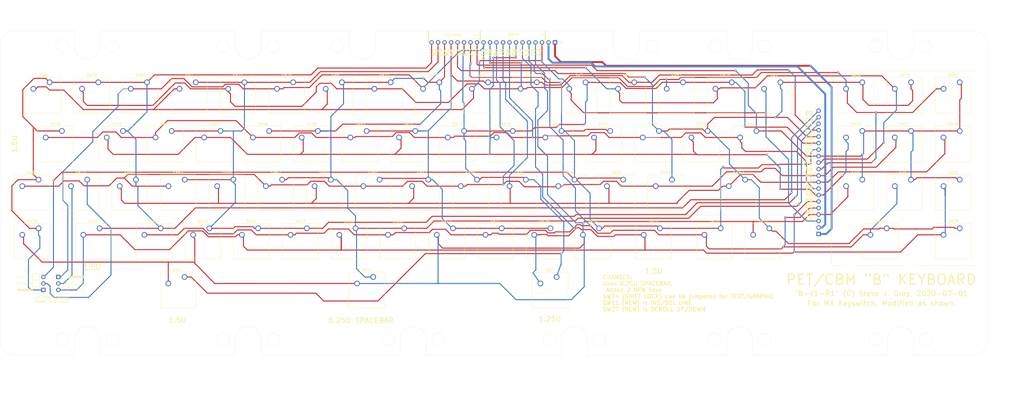
<source format=kicad_pcb>
(kicad_pcb (version 20171130) (host pcbnew "(5.1.5)-3")
  (title_block (date 2020-06-13))
  (layers (0 F.Cu signal) (31 B.Cu signal) (34 B.Paste user hide) (35 F.Paste user hide) (36 B.SilkS user hide) (37 F.SilkS user) (38 B.Mask user hide) (39 F.Mask user) (44 Edge.Cuts user))
  (net 0 "")
  (net 1 C1)
  (net 2 R1)
  (net 3 C2)
  (net 4 C3)
  (net 5 C4)
  (net 6 C5)
  (net 7 C6)
  (net 8 C7)
  (net 9 C8)
  (net 10 R2)
  (net 11 R3)
  (net 12 R4)
  (net 13 R5)
  (net 14 R6)
  (net 15 R7)
  (net 16 R8)
  (net 17 R9)
  (net 18 R10)
  (net 19 "Net-(J3-Pad2)")
  (net 20 "Net-(J4-Pad2)")
  (net 21 5V)
  (net 22 GND)
  (module Button_Switch_Keyboard:SW_Cherry_MX_1.00u_PCB (layer F.Cu) (at 392.176 86.106)
    (fp_text reference SW25 (at -2.54 -2.794) (layer F.SilkS))
    (fp_text value "\"KP 3\"")
    (pad 1 thru_hole circle (at 0 0) (size 2.2 2.2) (drill 1.5) (layers *.Cu *.Mask) (net 1 C1))
    (pad 2 thru_hole circle (at -6.35 2.54) (size 2.2 2.2) (drill 1.5) (layers *.Cu *.Mask) (net 12 R4))
    (pad "" np_thru_hole circle (at -2.54 5.08) (size 4 4) (drill 4) (layers *.Cu *.Mask))
    (pad "" np_thru_hole circle (at -7.62 5.08) (size 1.7 1.7) (drill 1.7) (layers *.Cu *.Mask))
    (pad "" np_thru_hole circle (at 2.54 5.08) (size 1.7 1.7) (drill 1.7) (layers *.Cu *.Mask))
  )
  (module Button_Switch_Keyboard:SW_Cherry_MX_1.00u_PCB (layer F.Cu) (at 322.072 48.006)
    (fp_text reference SW4 (at -2.54 -2.794) (layer F.SilkS))
    (fp_text value STOP)
    (pad "" np_thru_hole circle (at 2.54 5.08) (size 1.7 1.7) (drill 1.7) (layers *.Cu *.Mask))
    (pad "" np_thru_hole circle (at -7.62 5.08) (size 1.7 1.7) (drill 1.7) (layers *.Cu *.Mask))
    (pad "" np_thru_hole circle (at -2.54 5.08) (size 4 4) (drill 4) (layers *.Cu *.Mask))
    (pad 2 thru_hole circle (at -6.35 2.54) (size 2.2 2.2) (drill 1.5) (layers *.Cu *.Mask) (net 2 R1))
    (pad 1 thru_hole circle (at 0 0) (size 2.2 2.2) (drill 1.5) (layers *.Cu *.Mask) (net 5 C4))
  )
  (module Button_Switch_Keyboard:SW_Cherry_MX_1.00u_PCB (layer F.Cu) (at 245.872 48.006)
    (fp_text reference SW3 (at -2.54 -2.794) (layer F.SilkS))
    (fp_text value "\":\"")
    (pad 1 thru_hole circle (at 0 0) (size 2.2 2.2) (drill 1.5) (layers *.Cu *.Mask) (net 4 C3))
    (pad 2 thru_hole circle (at -6.35 2.54) (size 2.2 2.2) (drill 1.5) (layers *.Cu *.Mask) (net 2 R1))
    (pad "" np_thru_hole circle (at -2.54 5.08) (size 4 4) (drill 4) (layers *.Cu *.Mask))
    (pad "" np_thru_hole circle (at -7.62 5.08) (size 1.7 1.7) (drill 1.7) (layers *.Cu *.Mask))
    (pad "" np_thru_hole circle (at 2.54 5.08) (size 1.7 1.7) (drill 1.7) (layers *.Cu *.Mask))
  )
  (module Connector_PinHeader_2.54mm:PinHeader_1x20_P2.54mm_Vertical (layer F.Cu) (at 336.9945 107.3785 180)
    (fp_text reference J2 (at 0 -2.33 180) (layer F.SilkS))
    (fp_text value Conn_01x20)
    (pad 20 thru_hole oval (at 0 48.26 180) (size 1.7 1.7) (drill 1) (layers *.Cu *.Mask) (net 9 C8))
    (pad 19 thru_hole oval (at 0 45.72 180) (size 1.7 1.7) (drill 1) (layers *.Cu *.Mask) (net 8 C7))
    (pad 18 thru_hole oval (at 0 43.18 180) (size 1.7 1.7) (drill 1) (layers *.Cu *.Mask) (net 7 C6))
    (pad 17 thru_hole oval (at 0 40.64 180) (size 1.7 1.7) (drill 1) (layers *.Cu *.Mask) (net 6 C5))
    (pad 16 thru_hole oval (at 0 38.1 180) (size 1.7 1.7) (drill 1) (layers *.Cu *.Mask) (net 5 C4))
    (pad 15 thru_hole oval (at 0 35.56 180) (size 1.7 1.7) (drill 1) (layers *.Cu *.Mask) (net 4 C3))
    (pad 14 thru_hole oval (at 0 33.02 180) (size 1.7 1.7) (drill 1) (layers *.Cu *.Mask) (net 3 C2))
    (pad 13 thru_hole oval (at 0 30.48 180) (size 1.7 1.7) (drill 1) (layers *.Cu *.Mask) (net 1 C1))
    (pad 12 thru_hole oval (at 0 27.94 180) (size 1.7 1.7) (drill 1) (layers *.Cu *.Mask) (net 18 R10))
    (pad 11 thru_hole oval (at 0 25.4 180) (size 1.7 1.7) (drill 1) (layers *.Cu *.Mask) (net 17 R9))
    (pad 10 thru_hole oval (at 0 22.86 180) (size 1.7 1.7) (drill 1) (layers *.Cu *.Mask) (net 16 R8))
    (pad 9 thru_hole oval (at 0 20.32 180) (size 1.7 1.7) (drill 1) (layers *.Cu *.Mask) (net 15 R7))
    (pad 8 thru_hole oval (at 0 17.78 180) (size 1.7 1.7) (drill 1) (layers *.Cu *.Mask) (net 14 R6))
    (pad 7 thru_hole oval (at 0 15.24 180) (size 1.7 1.7) (drill 1) (layers *.Cu *.Mask) (net 13 R5))
    (pad 6 thru_hole oval (at 0 12.7 180) (size 1.7 1.7) (drill 1) (layers *.Cu *.Mask) (net 12 R4))
    (pad 5 thru_hole oval (at 0 10.16 180) (size 1.7 1.7) (drill 1) (layers *.Cu *.Mask) (net 11 R3))
    (pad 4 thru_hole oval (at 0 7.62 180) (size 1.7 1.7) (drill 1) (layers *.Cu *.Mask) (net 10 R2))
    (pad 3 thru_hole oval (at 0 5.08 180) (size 1.7 1.7) (drill 1) (layers *.Cu *.Mask) (net 2 R1))
    (pad 2 thru_hole oval (at 0 2.54 180) (size 1.7 1.7) (drill 1) (layers *.Cu *.Mask) (net 21 5V))
    (pad 1 thru_hole rect (at 0 0 180) (size 1.7 1.7) (drill 1) (layers *.Cu *.Mask) (net 22 GND))
  )
  (module Button_Switch_Keyboard:SW_Cherry_MX_6.25u_PCB (layer F.Cu) (at 162.8775 124.206)
    (fp_text reference SW14 (at -2.54 -2.794) (layer F.SilkS))
    (fp_text value SPACE)
    (pad "" np_thru_hole circle (at 47.46 -1.92) (size 3.05 3.05) (drill 3.05) (layers *.Cu *.Mask))
    (pad "" np_thru_hole circle (at -52.54 -1.92) (size 3.05 3.05) (drill 3.05) (layers *.Cu *.Mask))
    (pad "" np_thru_hole circle (at -52.54 13.32) (size 4 4) (drill 4) (layers *.Cu *.Mask))
    (pad "" np_thru_hole circle (at 47.46 13.32) (size 4 4) (drill 4) (layers *.Cu *.Mask))
    (pad "" np_thru_hole circle (at 2.54 5.08) (size 1.7 1.7) (drill 1.7) (layers *.Cu *.Mask))
    (pad "" np_thru_hole circle (at -7.62 5.08) (size 1.7 1.7) (drill 1.7) (layers *.Cu *.Mask))
    (pad "" np_thru_hole circle (at -2.54 5.08) (size 4 4) (drill 4) (layers *.Cu *.Mask))
    (pad 2 thru_hole circle (at -6.35 2.54) (size 2.2 2.2) (drill 1.5) (layers *.Cu *.Mask) (net 10 R2))
    (pad 1 thru_hole circle (at 0 0) (size 2.2 2.2) (drill 1.5) (layers *.Cu *.Mask) (net 7 C6))
  )
  (module Button_Switch_Keyboard:SW_Cherry_MX_1.50u_PCB (layer F.Cu) (at 89.0905 124.206)
    (fp_text reference SW11 (at -2.54 -2.794) (layer F.SilkS))
    (fp_text value "NC $15")
    (pad "" np_thru_hole circle (at 2.54 5.08) (size 1.7 1.7) (drill 1.7) (layers *.Cu *.Mask))
    (pad "" np_thru_hole circle (at -7.62 5.08) (size 1.7 1.7) (drill 1.7) (layers *.Cu *.Mask))
    (pad "" np_thru_hole circle (at -2.54 5.08) (size 4 4) (drill 4) (layers *.Cu *.Mask))
    (pad 2 thru_hole circle (at -6.35 2.54) (size 2.2 2.2) (drill 1.5) (layers *.Cu *.Mask) (net 10 R2))
    (pad 1 thru_hole circle (at 0 0) (size 2.2 2.2) (drill 1.5) (layers *.Cu *.Mask) (net 4 C3))
  )
  (module Connector_PinHeader_2.54mm:PinHeader_1x03_P2.54mm_Horizontal (layer F.Cu) (at 33.909 129.286 180)
    (fp_text reference J3 (at 7.112 7.62) (layer F.SilkS))
    (fp_text value C2/C8)
    (pad 3 thru_hole oval (at 0 5.08 180) (size 1.7 1.7) (drill 1) (layers *.Cu *.Mask) (net 3 C2))
    (pad 2 thru_hole oval (at 0 2.54 180) (size 1.7 1.7) (drill 1) (layers *.Cu *.Mask) (net 19 "Net-(J3-Pad2)"))
    (pad 1 thru_hole rect (at 0 0 180) (size 1.7 1.7) (drill 1) (layers *.Cu *.Mask) (net 9 C8))
  )
  (module Connector_PinHeader_2.54mm:PinHeader_1x03_P2.54mm_Horizontal (layer F.Cu) (at 39.751 124.206)
    (fp_text reference J4 (at 6.985 -2.667) (layer F.SilkS))
    (fp_text value R10/R4)
    (pad 3 thru_hole oval (at 0 5.08) (size 1.7 1.7) (drill 1) (layers *.Cu *.Mask) (net 12 R4))
    (pad 2 thru_hole oval (at 0 2.54) (size 1.7 1.7) (drill 1) (layers *.Cu *.Mask) (net 20 "Net-(J4-Pad2)"))
    (pad 1 thru_hole rect (at 0 0) (size 1.7 1.7) (drill 1) (layers *.Cu *.Mask) (net 18 R10))
  )
  (module Connector_PinHeader_2.54mm:PinHeader_1x20_P2.54mm_Vertical (layer F.Cu) (at 233.934 32.385 270)
    (fp_text reference J1 (at 0 -2.33 90) (layer F.SilkS))
    (fp_text value Conn_01x20)
    (pad 20 thru_hole oval (at 0 48.26 270) (size 1.7 1.7) (drill 1) (layers *.Cu *.Mask) (net 9 C8))
    (pad 19 thru_hole oval (at 0 45.72 270) (size 1.7 1.7) (drill 1) (layers *.Cu *.Mask) (net 8 C7))
    (pad 18 thru_hole oval (at 0 43.18 270) (size 1.7 1.7) (drill 1) (layers *.Cu *.Mask) (net 7 C6))
    (pad 17 thru_hole oval (at 0 40.64 270) (size 1.7 1.7) (drill 1) (layers *.Cu *.Mask) (net 6 C5))
    (pad 16 thru_hole oval (at 0 38.1 270) (size 1.7 1.7) (drill 1) (layers *.Cu *.Mask) (net 5 C4))
    (pad 15 thru_hole oval (at 0 35.56 270) (size 1.7 1.7) (drill 1) (layers *.Cu *.Mask) (net 4 C3))
    (pad 14 thru_hole oval (at 0 33.02 270) (size 1.7 1.7) (drill 1) (layers *.Cu *.Mask) (net 3 C2))
    (pad 13 thru_hole oval (at 0 30.48 270) (size 1.7 1.7) (drill 1) (layers *.Cu *.Mask) (net 1 C1))
    (pad 12 thru_hole oval (at 0 27.94 270) (size 1.7 1.7) (drill 1) (layers *.Cu *.Mask) (net 18 R10))
    (pad 11 thru_hole oval (at 0 25.4 270) (size 1.7 1.7) (drill 1) (layers *.Cu *.Mask) (net 17 R9))
    (pad 10 thru_hole oval (at 0 22.86 270) (size 1.7 1.7) (drill 1) (layers *.Cu *.Mask) (net 16 R8))
    (pad 9 thru_hole oval (at 0 20.32 270) (size 1.7 1.7) (drill 1) (layers *.Cu *.Mask) (net 15 R7))
    (pad 8 thru_hole oval (at 0 17.78 270) (size 1.7 1.7) (drill 1) (layers *.Cu *.Mask) (net 14 R6))
    (pad 7 thru_hole oval (at 0 15.24 270) (size 1.7 1.7) (drill 1) (layers *.Cu *.Mask) (net 13 R5))
    (pad 6 thru_hole oval (at 0 12.7 270) (size 1.7 1.7) (drill 1) (layers *.Cu *.Mask) (net 12 R4))
    (pad 5 thru_hole oval (at 0 10.16 270) (size 1.7 1.7) (drill 1) (layers *.Cu *.Mask) (net 11 R3))
    (pad 4 thru_hole oval (at 0 7.62 270) (size 1.7 1.7) (drill 1) (layers *.Cu *.Mask) (net 10 R2))
    (pad 3 thru_hole oval (at 0 5.08 270) (size 1.7 1.7) (drill 1) (layers *.Cu *.Mask) (net 2 R1))
    (pad 2 thru_hole oval (at 0 2.54 270) (size 1.7 1.7) (drill 1) (layers *.Cu *.Mask) (net 21 5V))
    (pad 1 thru_hole rect (at 0 0 270) (size 1.7 1.7) (drill 1) (layers *.Cu *.Mask) (net 22 GND))
  )
  (module Button_Switch_Keyboard:SW_Cherry_MX_1.00u_PCB (layer F.Cu) (at 217.424 67.056)
    (fp_text reference SW35 (at -2.54 -2.794) (layer F.SilkS))
    (fp_text value "\"O\"")
    (pad "" np_thru_hole circle (at 2.54 5.08) (size 1.7 1.7) (drill 1.7) (layers *.Cu *.Mask))
    (pad "" np_thru_hole circle (at -7.62 5.08) (size 1.7 1.7) (drill 1.7) (layers *.Cu *.Mask))
    (pad "" np_thru_hole circle (at -2.54 5.08) (size 4 4) (drill 4) (layers *.Cu *.Mask))
    (pad 2 thru_hole circle (at -6.35 2.54) (size 2.2 2.2) (drill 1.5) (layers *.Cu *.Mask) (net 13 R5))
    (pad 1 thru_hole circle (at 0 0) (size 2.2 2.2) (drill 1.5) (layers *.Cu *.Mask) (net 4 C3))
  )
  (module Button_Switch_Keyboard:SW_Cherry_MX_1.00u_PCB (layer F.Cu) (at 236.474 67.056)
    (fp_text reference SW42 (at -2.54 -2.794) (layer F.SilkS))
    (fp_text value "\"P\"")
    (pad "" np_thru_hole circle (at 2.54 5.08) (size 1.7 1.7) (drill 1.7) (layers *.Cu *.Mask))
    (pad "" np_thru_hole circle (at -7.62 5.08) (size 1.7 1.7) (drill 1.7) (layers *.Cu *.Mask))
    (pad "" np_thru_hole circle (at -2.54 5.08) (size 4 4) (drill 4) (layers *.Cu *.Mask))
    (pad 2 thru_hole circle (at -6.35 2.54) (size 2.2 2.2) (drill 1.5) (layers *.Cu *.Mask) (net 14 R6))
    (pad 1 thru_hole circle (at 0 0) (size 2.2 2.2) (drill 1.5) (layers *.Cu *.Mask) (net 3 C2))
  )
  (module Button_Switch_Keyboard:SW_Cherry_MX_1.00u_PCB (layer F.Cu) (at 354.076 48.006)
    (fp_text reference SW68 (at -2.54 -2.794) (layer F.SilkS))
    (fp_text value "\"KP 7\"")
    (pad "" np_thru_hole circle (at 2.54 5.08) (size 1.7 1.7) (drill 1.7) (layers *.Cu *.Mask))
    (pad "" np_thru_hole circle (at -7.62 5.08) (size 1.7 1.7) (drill 1.7) (layers *.Cu *.Mask))
    (pad "" np_thru_hole circle (at -2.54 5.08) (size 4 4) (drill 4) (layers *.Cu *.Mask))
    (pad 2 thru_hole circle (at -6.35 2.54) (size 2.2 2.2) (drill 1.5) (layers *.Cu *.Mask) (net 17 R9))
    (pad 1 thru_hole circle (at 0 0) (size 2.2 2.2) (drill 1.5) (layers *.Cu *.Mask) (net 5 C4))
  )
  (module Button_Switch_Keyboard:SW_Cherry_MX_1.00u_PCB (layer F.Cu) (at 175.006 105.156)
    (fp_text reference SW22 (at -2.54 -2.794) (layer F.SilkS))
    (fp_text value "\"N\"")
    (pad "" np_thru_hole circle (at 2.54 5.08) (size 1.7 1.7) (drill 1.7) (layers *.Cu *.Mask))
    (pad "" np_thru_hole circle (at -7.62 5.08) (size 1.7 1.7) (drill 1.7) (layers *.Cu *.Mask))
    (pad "" np_thru_hole circle (at -2.54 5.08) (size 4 4) (drill 4) (layers *.Cu *.Mask))
    (pad 2 thru_hole circle (at -6.35 2.54) (size 2.2 2.2) (drill 1.5) (layers *.Cu *.Mask) (net 11 R3))
    (pad 1 thru_hole circle (at 0 0) (size 2.2 2.2) (drill 1.5) (layers *.Cu *.Mask) (net 7 C6))
  )
  (module Button_Switch_Keyboard:SW_Cherry_MX_1.00u_PCB (layer F.Cu) (at 241.554 86.106)
    (fp_text reference SW58 (at -2.54 -2.794) (layer F.SilkS))
    (fp_text value "\";\"")
    (pad "" np_thru_hole circle (at 2.54 5.08) (size 1.7 1.7) (drill 1.7) (layers *.Cu *.Mask))
    (pad "" np_thru_hole circle (at -7.62 5.08) (size 1.7 1.7) (drill 1.7) (layers *.Cu *.Mask))
    (pad "" np_thru_hole circle (at -2.54 5.08) (size 4 4) (drill 4) (layers *.Cu *.Mask))
    (pad 2 thru_hole circle (at -6.35 2.54) (size 2.2 2.2) (drill 1.5) (layers *.Cu *.Mask) (net 16 R8))
    (pad 1 thru_hole circle (at 0 0) (size 2.2 2.2) (drill 1.5) (layers *.Cu *.Mask) (net 3 C2))
  )
  (module Button_Switch_Keyboard:SW_Cherry_MX_1.00u_PCB (layer F.Cu) (at 222.504 86.106)
    (fp_text reference SW51 (at -2.54 -2.794) (layer F.SilkS))
    (fp_text value "\"L\"")
    (pad 1 thru_hole circle (at 0 0) (size 2.2 2.2) (drill 1.5) (layers *.Cu *.Mask) (net 4 C3))
    (pad 2 thru_hole circle (at -6.35 2.54) (size 2.2 2.2) (drill 1.5) (layers *.Cu *.Mask) (net 15 R7))
    (pad "" np_thru_hole circle (at -2.54 5.08) (size 4 4) (drill 4) (layers *.Cu *.Mask))
    (pad "" np_thru_hole circle (at -7.62 5.08) (size 1.7 1.7) (drill 1.7) (layers *.Cu *.Mask))
    (pad "" np_thru_hole circle (at 2.54 5.08) (size 1.7 1.7) (drill 1.7) (layers *.Cu *.Mask))
  )
  (module Button_Switch_Keyboard:SW_Cherry_MX_1.25u_PCB (layer F.Cu) (at 234.569 124.206)
    (fp_text reference SW27 (at -2.54 -2.794) (layer F.SilkS))
    (fp_text value "NC $19")
    (pad "" np_thru_hole circle (at 2.54 5.08) (size 1.7 1.7) (drill 1.7) (layers *.Cu *.Mask))
    (pad "" np_thru_hole circle (at -7.62 5.08) (size 1.7 1.7) (drill 1.7) (layers *.Cu *.Mask))
    (pad "" np_thru_hole circle (at -2.54 5.08) (size 4 4) (drill 4) (layers *.Cu *.Mask))
    (pad 2 thru_hole circle (at -6.35 2.54) (size 2.2 2.2) (drill 1.5) (layers *.Cu *.Mask) (net 12 R4))
    (pad 1 thru_hole circle (at 0 0) (size 2.2 2.2) (drill 1.5) (layers *.Cu *.Mask) (net 4 C3))
  )
  (module Button_Switch_Keyboard:SW_Cherry_MX_1.00u_PCB (layer F.Cu) (at 70.104 86.106)
    (fp_text reference SW56 (at -2.54 -2.794) (layer F.SilkS))
    (fp_text value "\"A\"")
    (pad "" np_thru_hole circle (at 2.54 5.08) (size 1.7 1.7) (drill 1.7) (layers *.Cu *.Mask))
    (pad "" np_thru_hole circle (at -7.62 5.08) (size 1.7 1.7) (drill 1.7) (layers *.Cu *.Mask))
    (pad "" np_thru_hole circle (at -2.54 5.08) (size 4 4) (drill 4) (layers *.Cu *.Mask))
    (pad 2 thru_hole circle (at -6.35 2.54) (size 2.2 2.2) (drill 1.5) (layers *.Cu *.Mask) (net 15 R7))
    (pad 1 thru_hole circle (at 0 0) (size 2.2 2.2) (drill 1.5) (layers *.Cu *.Mask) (net 9 C8))
  )
  (module Button_Switch_Keyboard:SW_Cherry_MX_1.00u_PCB (layer F.Cu) (at 392.176 105.156)
    (fp_text reference SW28 (at -2.54 -2.794) (layer F.SilkS))
    (fp_text value "\"KP .\"")
    (pad "" np_thru_hole circle (at 2.54 5.08) (size 1.7 1.7) (drill 1.7) (layers *.Cu *.Mask))
    (pad "" np_thru_hole circle (at -7.62 5.08) (size 1.7 1.7) (drill 1.7) (layers *.Cu *.Mask))
    (pad "" np_thru_hole circle (at -2.54 5.08) (size 4 4) (drill 4) (layers *.Cu *.Mask))
    (pad 2 thru_hole circle (at -6.35 2.54) (size 2.2 2.2) (drill 1.5) (layers *.Cu *.Mask) (net 12 R4))
    (pad 1 thru_hole circle (at 0 0) (size 2.2 2.2) (drill 1.5) (layers *.Cu *.Mask) (net 5 C4))
  )
  (module Button_Switch_Keyboard:SW_Cherry_MX_1.00u_PCB (layer F.Cu) (at 51.054 86.106)
    (fp_text reference SW74 (at -2.54 -2.794) (layer F.SilkS))
    (fp_text value "NC $0E")
    (pad "" np_thru_hole circle (at 2.54 5.08) (size 1.7 1.7) (drill 1.7) (layers *.Cu *.Mask))
    (pad "" np_thru_hole circle (at -7.62 5.08) (size 1.7 1.7) (drill 1.7) (layers *.Cu *.Mask))
    (pad "" np_thru_hole circle (at -2.54 5.08) (size 4 4) (drill 4) (layers *.Cu *.Mask))
    (pad 2 thru_hole circle (at -6.35 2.54) (size 2.2 2.2) (drill 1.5) (layers *.Cu *.Mask) (net 20 "Net-(J4-Pad2)"))
    (pad 1 thru_hole circle (at 0 0) (size 2.2 2.2) (drill 1.5) (layers *.Cu *.Mask) (net 19 "Net-(J3-Pad2)"))
  )
  (module Button_Switch_Keyboard:SW_Cherry_MX_1.00u_PCB (layer F.Cu) (at 122.174 67.056)
    (fp_text reference SW46 (at -2.54 -2.794) (layer F.SilkS))
    (fp_text value "\"R\"")
    (pad "" np_thru_hole circle (at 2.54 5.08) (size 1.7 1.7) (drill 1.7) (layers *.Cu *.Mask))
    (pad "" np_thru_hole circle (at -7.62 5.08) (size 1.7 1.7) (drill 1.7) (layers *.Cu *.Mask))
    (pad "" np_thru_hole circle (at -2.54 5.08) (size 4 4) (drill 4) (layers *.Cu *.Mask))
    (pad 2 thru_hole circle (at -6.35 2.54) (size 2.2 2.2) (drill 1.5) (layers *.Cu *.Mask) (net 14 R6))
    (pad 1 thru_hole circle (at 0 0) (size 2.2 2.2) (drill 1.5) (layers *.Cu *.Mask) (net 7 C6))
  )
  (module Button_Switch_Keyboard:SW_Cherry_MX_1.00u_PCB (layer F.Cu) (at 198.374 67.056)
    (fp_text reference SW43 (at -2.54 -2.794) (layer F.SilkS))
    (fp_text value "\"I\"")
    (pad 1 thru_hole circle (at 0 0) (size 2.2 2.2) (drill 1.5) (layers *.Cu *.Mask) (net 4 C3))
    (pad 2 thru_hole circle (at -6.35 2.54) (size 2.2 2.2) (drill 1.5) (layers *.Cu *.Mask) (net 14 R6))
    (pad "" np_thru_hole circle (at -2.54 5.08) (size 4 4) (drill 4) (layers *.Cu *.Mask))
    (pad "" np_thru_hole circle (at -7.62 5.08) (size 1.7 1.7) (drill 1.7) (layers *.Cu *.Mask))
    (pad "" np_thru_hole circle (at 2.54 5.08) (size 1.7 1.7) (drill 1.7) (layers *.Cu *.Mask))
  )
  (module Button_Switch_Keyboard:SW_Cherry_MX_1.00u_PCB (layer F.Cu) (at 103.124 67.056)
    (fp_text reference SW39 (at -2.54 -2.794) (layer F.SilkS))
    (fp_text value "\"E\"")
    (pad 1 thru_hole circle (at 0 0) (size 2.2 2.2) (drill 1.5) (layers *.Cu *.Mask) (net 8 C7))
    (pad 2 thru_hole circle (at -6.35 2.54) (size 2.2 2.2) (drill 1.5) (layers *.Cu *.Mask) (net 13 R5))
    (pad "" np_thru_hole circle (at -2.54 5.08) (size 4 4) (drill 4) (layers *.Cu *.Mask))
    (pad "" np_thru_hole circle (at -7.62 5.08) (size 1.7 1.7) (drill 1.7) (layers *.Cu *.Mask))
    (pad "" np_thru_hole circle (at 2.54 5.08) (size 1.7 1.7) (drill 1.7) (layers *.Cu *.Mask))
  )
  (module Button_Switch_Keyboard:SW_Cherry_MX_1.00u_PCB (layer F.Cu) (at 312.674 67.056)
    (fp_text reference SW41 (at -2.54 -2.794) (layer F.SilkS))
    (fp_text value DEL)
    (pad 1 thru_hole circle (at 0 0) (size 2.2 2.2) (drill 1.5) (layers *.Cu *.Mask) (net 1 C1))
    (pad 2 thru_hole circle (at -6.35 2.54) (size 2.2 2.2) (drill 1.5) (layers *.Cu *.Mask) (net 14 R6))
    (pad "" np_thru_hole circle (at -2.54 5.08) (size 4 4) (drill 4) (layers *.Cu *.Mask))
    (pad "" np_thru_hole circle (at -7.62 5.08) (size 1.7 1.7) (drill 1.7) (layers *.Cu *.Mask))
    (pad "" np_thru_hole circle (at 2.54 5.08) (size 1.7 1.7) (drill 1.7) (layers *.Cu *.Mask))
  )
  (module Button_Switch_Keyboard:SW_Cherry_MX_1.00u_PCB (layer F.Cu) (at 274.574 67.056)
    (fp_text reference SW44 (at -2.54 -2.794) (layer F.SilkS))
    (fp_text value "\"\\\"")
    (pad "" np_thru_hole circle (at 2.54 5.08) (size 1.7 1.7) (drill 1.7) (layers *.Cu *.Mask))
    (pad "" np_thru_hole circle (at -7.62 5.08) (size 1.7 1.7) (drill 1.7) (layers *.Cu *.Mask))
    (pad "" np_thru_hole circle (at -2.54 5.08) (size 4 4) (drill 4) (layers *.Cu *.Mask))
    (pad 2 thru_hole circle (at -6.35 2.54) (size 2.2 2.2) (drill 1.5) (layers *.Cu *.Mask) (net 14 R6))
    (pad 1 thru_hole circle (at 0 0) (size 2.2 2.2) (drill 1.5) (layers *.Cu *.Mask) (net 5 C4))
  )
  (module Button_Switch_Keyboard:SW_Cherry_MX_1.00u_PCB (layer F.Cu) (at 65.024 67.056)
    (fp_text reference SW40 (at -2.54 -2.794) (layer F.SilkS))
    (fp_text value "\"Q\"")
    (pad "" np_thru_hole circle (at 2.54 5.08) (size 1.7 1.7) (drill 1.7) (layers *.Cu *.Mask))
    (pad "" np_thru_hole circle (at -7.62 5.08) (size 1.7 1.7) (drill 1.7) (layers *.Cu *.Mask))
    (pad "" np_thru_hole circle (at -2.54 5.08) (size 4 4) (drill 4) (layers *.Cu *.Mask))
    (pad 2 thru_hole circle (at -6.35 2.54) (size 2.2 2.2) (drill 1.5) (layers *.Cu *.Mask) (net 13 R5))
    (pad 1 thru_hole circle (at 0 0) (size 2.2 2.2) (drill 1.5) (layers *.Cu *.Mask) (net 9 C8))
  )
  (module Button_Switch_Keyboard:SW_Cherry_MX_1.00u_PCB (layer F.Cu) (at 84.074 67.056)
    (fp_text reference SW47 (at -2.54 -2.794) (layer F.SilkS))
    (fp_text value "\"W\"")
    (pad 1 thru_hole circle (at 0 0) (size 2.2 2.2) (drill 1.5) (layers *.Cu *.Mask) (net 8 C7))
    (pad 2 thru_hole circle (at -6.35 2.54) (size 2.2 2.2) (drill 1.5) (layers *.Cu *.Mask) (net 14 R6))
    (pad "" np_thru_hole circle (at -2.54 5.08) (size 4 4) (drill 4) (layers *.Cu *.Mask))
    (pad "" np_thru_hole circle (at -7.62 5.08) (size 1.7 1.7) (drill 1.7) (layers *.Cu *.Mask))
    (pad "" np_thru_hole circle (at 2.54 5.08) (size 1.7 1.7) (drill 1.7) (layers *.Cu *.Mask))
  )
  (module Button_Switch_Keyboard:SW_Cherry_MX_1.00u_PCB (layer F.Cu) (at 160.274 67.056)
    (fp_text reference SW45 (at -2.54 -2.794) (layer F.SilkS))
    (fp_text value "\"Y\"")
    (pad 1 thru_hole circle (at 0 0) (size 2.2 2.2) (drill 1.5) (layers *.Cu *.Mask) (net 6 C5))
    (pad 2 thru_hole circle (at -6.35 2.54) (size 2.2 2.2) (drill 1.5) (layers *.Cu *.Mask) (net 14 R6))
    (pad "" np_thru_hole circle (at -2.54 5.08) (size 4 4) (drill 4) (layers *.Cu *.Mask))
    (pad "" np_thru_hole circle (at -7.62 5.08) (size 1.7 1.7) (drill 1.7) (layers *.Cu *.Mask))
    (pad "" np_thru_hole circle (at 2.54 5.08) (size 1.7 1.7) (drill 1.7) (layers *.Cu *.Mask))
  )
  (module Button_Switch_Keyboard:SW_Cherry_MX_1.00u_PCB (layer F.Cu) (at 255.524 67.056)
    (fp_text reference SW34 (at -2.54 -2.794) (layer F.SilkS))
    (fp_text value "\"[\"")
    (pad "" np_thru_hole circle (at 2.54 5.08) (size 1.7 1.7) (drill 1.7) (layers *.Cu *.Mask))
    (pad "" np_thru_hole circle (at -7.62 5.08) (size 1.7 1.7) (drill 1.7) (layers *.Cu *.Mask))
    (pad "" np_thru_hole circle (at -2.54 5.08) (size 4 4) (drill 4) (layers *.Cu *.Mask))
    (pad 2 thru_hole circle (at -6.35 2.54) (size 2.2 2.2) (drill 1.5) (layers *.Cu *.Mask) (net 13 R5))
    (pad 1 thru_hole circle (at 0 0) (size 2.2 2.2) (drill 1.5) (layers *.Cu *.Mask) (net 3 C2))
  )
  (module Button_Switch_Keyboard:SW_Cherry_MX_1.00u_PCB (layer F.Cu) (at 179.324 67.056)
    (fp_text reference SW37 (at -2.54 -2.794) (layer F.SilkS))
    (fp_text value "\"U\"")
    (pad 1 thru_hole circle (at 0 0) (size 2.2 2.2) (drill 1.5) (layers *.Cu *.Mask) (net 6 C5))
    (pad 2 thru_hole circle (at -6.35 2.54) (size 2.2 2.2) (drill 1.5) (layers *.Cu *.Mask) (net 13 R5))
    (pad "" np_thru_hole circle (at -2.54 5.08) (size 4 4) (drill 4) (layers *.Cu *.Mask))
    (pad "" np_thru_hole circle (at -7.62 5.08) (size 1.7 1.7) (drill 1.7) (layers *.Cu *.Mask))
    (pad "" np_thru_hole circle (at 2.54 5.08) (size 1.7 1.7) (drill 1.7) (layers *.Cu *.Mask))
  )
  (module Button_Switch_Keyboard:SW_Cherry_MX_1.00u_PCB (layer F.Cu) (at 141.224 67.056)
    (fp_text reference SW38 (at -2.54 -2.794) (layer F.SilkS))
    (fp_text value "\"T\"")
    (pad "" np_thru_hole circle (at 2.54 5.08) (size 1.7 1.7) (drill 1.7) (layers *.Cu *.Mask))
    (pad "" np_thru_hole circle (at -7.62 5.08) (size 1.7 1.7) (drill 1.7) (layers *.Cu *.Mask))
    (pad "" np_thru_hole circle (at -2.54 5.08) (size 4 4) (drill 4) (layers *.Cu *.Mask))
    (pad 2 thru_hole circle (at -6.35 2.54) (size 2.2 2.2) (drill 1.5) (layers *.Cu *.Mask) (net 13 R5))
    (pad 1 thru_hole circle (at 0 0) (size 2.2 2.2) (drill 1.5) (layers *.Cu *.Mask) (net 7 C6))
  )
  (module Button_Switch_Keyboard:SW_Cherry_MX_1.00u_PCB (layer F.Cu) (at 293.624 67.056)
    (fp_text reference SW36 (at -2.54 -2.794) (layer F.SilkS))
    (fp_text value DOWN)
    (pad "" np_thru_hole circle (at 2.54 5.08) (size 1.7 1.7) (drill 1.7) (layers *.Cu *.Mask))
    (pad "" np_thru_hole circle (at -7.62 5.08) (size 1.7 1.7) (drill 1.7) (layers *.Cu *.Mask))
    (pad "" np_thru_hole circle (at -2.54 5.08) (size 4 4) (drill 4) (layers *.Cu *.Mask))
    (pad 2 thru_hole circle (at -6.35 2.54) (size 2.2 2.2) (drill 1.5) (layers *.Cu *.Mask) (net 13 R5))
    (pad 1 thru_hole circle (at 0 0) (size 2.2 2.2) (drill 1.5) (layers *.Cu *.Mask) (net 5 C4))
  )
  (module Button_Switch_Keyboard:SW_Cherry_MX_1.50u_PCB (layer F.Cu) (at 41.148 67.056)
    (fp_text reference SW48 (at -2.54 -2.794) (layer F.SilkS))
    (fp_text value TAB)
    (pad "" np_thru_hole circle (at 2.54 5.08) (size 1.7 1.7) (drill 1.7) (layers *.Cu *.Mask))
    (pad "" np_thru_hole circle (at -7.62 5.08) (size 1.7 1.7) (drill 1.7) (layers *.Cu *.Mask))
    (pad "" np_thru_hole circle (at -2.54 5.08) (size 4 4) (drill 4) (layers *.Cu *.Mask))
    (pad 2 thru_hole circle (at -6.35 2.54) (size 2.2 2.2) (drill 1.5) (layers *.Cu *.Mask) (net 14 R6))
    (pad 1 thru_hole circle (at 0 0) (size 2.2 2.2) (drill 1.5) (layers *.Cu *.Mask) (net 9 C8))
  )
  (module Button_Switch_Keyboard:SW_Cherry_MX_2.00u_PCB (layer F.Cu) (at 308.229 86.106)
    (fp_text reference SW52 (at -2.54 -2.794) (layer F.SilkS))
    (fp_text value RETURN)
    (pad "" np_thru_hole circle (at 9.36 -1.92) (size 3.05 3.05) (drill 3.05) (layers *.Cu *.Mask))
    (pad "" np_thru_hole circle (at -14.44 -1.92) (size 3.05 3.05) (drill 3.05) (layers *.Cu *.Mask))
    (pad "" np_thru_hole circle (at -14.44 13.32) (size 4 4) (drill 4) (layers *.Cu *.Mask))
    (pad "" np_thru_hole circle (at 9.36 13.32) (size 4 4) (drill 4) (layers *.Cu *.Mask))
    (pad "" np_thru_hole circle (at 2.54 5.08) (size 1.7 1.7) (drill 1.7) (layers *.Cu *.Mask))
    (pad "" np_thru_hole circle (at -7.62 5.08) (size 1.7 1.7) (drill 1.7) (layers *.Cu *.Mask))
    (pad "" np_thru_hole circle (at -2.54 5.08) (size 4 4) (drill 4) (layers *.Cu *.Mask))
    (pad 2 thru_hole circle (at -6.35 2.54) (size 2.2 2.2) (drill 1.5) (layers *.Cu *.Mask) (net 15 R7))
    (pad 1 thru_hole circle (at 0 0) (size 2.2 2.2) (drill 1.5) (layers *.Cu *.Mask) (net 5 C4))
  )
  (module Button_Switch_Keyboard:SW_Cherry_MX_1.50u_PCB (layer F.Cu) (at 55.88 105.156)
    (fp_text reference SW32 (at -2.54 -2.794) (layer F.SilkS))
    (fp_text value "L SHIFT")
    (pad "" np_thru_hole circle (at 2.54 5.08) (size 1.7 1.7) (drill 1.7) (layers *.Cu *.Mask))
    (pad "" np_thru_hole circle (at -7.62 5.08) (size 1.7 1.7) (drill 1.7) (layers *.Cu *.Mask))
    (pad "" np_thru_hole circle (at -2.54 5.08) (size 4 4) (drill 4) (layers *.Cu *.Mask))
    (pad 2 thru_hole circle (at -6.35 2.54) (size 2.2 2.2) (drill 1.5) (layers *.Cu *.Mask) (net 12 R4))
    (pad 1 thru_hole circle (at 0 0) (size 2.2 2.2) (drill 1.5) (layers *.Cu *.Mask) (net 9 C8))
  )
  (module Button_Switch_Keyboard:SW_Cherry_MX_1.50u_PCB (layer F.Cu) (at 274.955 105.156)
    (fp_text reference SW26 (at -2.54 -2.794) (layer F.SilkS))
    (fp_text value "R SHIFT")
    (pad "" np_thru_hole circle (at 2.54 5.08) (size 1.7 1.7) (drill 1.7) (layers *.Cu *.Mask))
    (pad "" np_thru_hole circle (at -7.62 5.08) (size 1.7 1.7) (drill 1.7) (layers *.Cu *.Mask))
    (pad "" np_thru_hole circle (at -2.54 5.08) (size 4 4) (drill 4) (layers *.Cu *.Mask))
    (pad 2 thru_hole circle (at -6.35 2.54) (size 2.2 2.2) (drill 1.5) (layers *.Cu *.Mask) (net 12 R4))
    (pad 1 thru_hole circle (at 0 0) (size 2.2 2.2) (drill 1.5) (layers *.Cu *.Mask) (net 3 C2))
  )
  (module Button_Switch_Keyboard:SW_Cherry_MX_2.00u_PCB (layer F.Cu) (at 363.601 105.156)
    (fp_text reference SW20 (at -2.54 -2.794) (layer F.SilkS))
    (fp_text value "\"0\"")
    (pad "" np_thru_hole circle (at 9.36 -1.92) (size 3.05 3.05) (drill 3.05) (layers *.Cu *.Mask))
    (pad "" np_thru_hole circle (at -14.44 -1.92) (size 3.05 3.05) (drill 3.05) (layers *.Cu *.Mask))
    (pad "" np_thru_hole circle (at -14.44 13.32) (size 4 4) (drill 4) (layers *.Cu *.Mask))
    (pad "" np_thru_hole circle (at 9.36 13.32) (size 4 4) (drill 4) (layers *.Cu *.Mask))
    (pad "" np_thru_hole circle (at 2.54 5.08) (size 1.7 1.7) (drill 1.7) (layers *.Cu *.Mask))
    (pad "" np_thru_hole circle (at -7.62 5.08) (size 1.7 1.7) (drill 1.7) (layers *.Cu *.Mask))
    (pad "" np_thru_hole circle (at -2.54 5.08) (size 4 4) (drill 4) (layers *.Cu *.Mask))
    (pad 2 thru_hole circle (at -6.35 2.54) (size 2.2 2.2) (drill 1.5) (layers *.Cu *.Mask) (net 11 R3))
    (pad 1 thru_hole circle (at 0 0) (size 2.2 2.2) (drill 1.5) (layers *.Cu *.Mask) (net 5 C4))
  )
  (module Button_Switch_Keyboard:SW_Cherry_MX_1.00u_PCB (layer F.Cu) (at 207.772 48.006)
    (fp_text reference SW5 (at -2.54 -2.794) (layer F.SilkS))
    (fp_text value "\"9\"")
    (pad 1 thru_hole circle (at 0 0) (size 2.2 2.2) (drill 1.5) (layers *.Cu *.Mask) (net 6 C5))
    (pad 2 thru_hole circle (at -6.35 2.54) (size 2.2 2.2) (drill 1.5) (layers *.Cu *.Mask) (net 2 R1))
    (pad "" np_thru_hole circle (at -2.54 5.08) (size 4 4) (drill 4) (layers *.Cu *.Mask))
    (pad "" np_thru_hole circle (at -7.62 5.08) (size 1.7 1.7) (drill 1.7) (layers *.Cu *.Mask))
    (pad "" np_thru_hole circle (at 2.54 5.08) (size 1.7 1.7) (drill 1.7) (layers *.Cu *.Mask))
  )
  (module Button_Switch_Keyboard:SW_Cherry_MX_1.00u_PCB (layer F.Cu) (at 150.622 48.006)
    (fp_text reference SW6 (at -2.54 -2.794) (layer F.SilkS))
    (fp_text value "\"6\"")
    (pad "" np_thru_hole circle (at 2.54 5.08) (size 1.7 1.7) (drill 1.7) (layers *.Cu *.Mask))
    (pad "" np_thru_hole circle (at -7.62 5.08) (size 1.7 1.7) (drill 1.7) (layers *.Cu *.Mask))
    (pad "" np_thru_hole circle (at -2.54 5.08) (size 4 4) (drill 4) (layers *.Cu *.Mask))
    (pad 2 thru_hole circle (at -6.35 2.54) (size 2.2 2.2) (drill 1.5) (layers *.Cu *.Mask) (net 2 R1))
    (pad 1 thru_hole circle (at 0 0) (size 2.2 2.2) (drill 1.5) (layers *.Cu *.Mask) (net 7 C6))
  )
  (module Button_Switch_Keyboard:SW_Cherry_MX_1.00u_PCB (layer F.Cu) (at 93.472 48.006)
    (fp_text reference SW7 (at -2.54 -2.794) (layer F.SilkS))
    (fp_text value "\"3\"")
    (pad 1 thru_hole circle (at 0 0) (size 2.2 2.2) (drill 1.5) (layers *.Cu *.Mask) (net 8 C7))
    (pad 2 thru_hole circle (at -6.35 2.54) (size 2.2 2.2) (drill 1.5) (layers *.Cu *.Mask) (net 2 R1))
    (pad "" np_thru_hole circle (at -2.54 5.08) (size 4 4) (drill 4) (layers *.Cu *.Mask))
    (pad "" np_thru_hole circle (at -7.62 5.08) (size 1.7 1.7) (drill 1.7) (layers *.Cu *.Mask))
    (pad "" np_thru_hole circle (at 2.54 5.08) (size 1.7 1.7) (drill 1.7) (layers *.Cu *.Mask))
  )
  (module Button_Switch_Keyboard:SW_Cherry_MX_1.00u_PCB (layer F.Cu) (at 36.322 48.006)
    (fp_text reference SW8 (at -2.54 -2.794) (layer F.SilkS))
    (fp_text value "B ARROW")
    (pad "" np_thru_hole circle (at 2.54 5.08) (size 1.7 1.7) (drill 1.7) (layers *.Cu *.Mask))
    (pad "" np_thru_hole circle (at -7.62 5.08) (size 1.7 1.7) (drill 1.7) (layers *.Cu *.Mask))
    (pad "" np_thru_hole circle (at -2.54 5.08) (size 4 4) (drill 4) (layers *.Cu *.Mask))
    (pad 2 thru_hole circle (at -6.35 2.54) (size 2.2 2.2) (drill 1.5) (layers *.Cu *.Mask) (net 2 R1))
    (pad 1 thru_hole circle (at 0 0) (size 2.2 2.2) (drill 1.5) (layers *.Cu *.Mask) (net 9 C8))
  )
  (module Button_Switch_Keyboard:SW_Cherry_MX_1.00u_PCB (layer F.Cu) (at 354.076 86.106)
    (fp_text reference SW9 (at -2.54 -2.794) (layer F.SilkS))
    (fp_text value "\"KP 1\"")
    (pad 1 thru_hole circle (at 0 0) (size 2.2 2.2) (drill 1.5) (layers *.Cu *.Mask) (net 1 C1))
    (pad 2 thru_hole circle (at -6.35 2.54) (size 2.2 2.2) (drill 1.5) (layers *.Cu *.Mask) (net 10 R2))
    (pad "" np_thru_hole circle (at -2.54 5.08) (size 4 4) (drill 4) (layers *.Cu *.Mask))
    (pad "" np_thru_hole circle (at -7.62 5.08) (size 1.7 1.7) (drill 1.7) (layers *.Cu *.Mask))
    (pad "" np_thru_hole circle (at 2.54 5.08) (size 1.7 1.7) (drill 1.7) (layers *.Cu *.Mask))
  )
  (module Button_Switch_Keyboard:SW_Cherry_MX_1.00u_PCB (layer F.Cu) (at 251.206 105.156)
    (fp_text reference SW10 (at -2.54 -2.794) (layer F.SilkS))
    (fp_text value "\"/\"")
    (pad "" np_thru_hole circle (at 2.54 5.08) (size 1.7 1.7) (drill 1.7) (layers *.Cu *.Mask))
    (pad "" np_thru_hole circle (at -7.62 5.08) (size 1.7 1.7) (drill 1.7) (layers *.Cu *.Mask))
    (pad "" np_thru_hole circle (at -2.54 5.08) (size 4 4) (drill 4) (layers *.Cu *.Mask))
    (pad 2 thru_hole circle (at -6.35 2.54) (size 2.2 2.2) (drill 1.5) (layers *.Cu *.Mask) (net 10 R2))
    (pad 1 thru_hole circle (at 0 0) (size 2.2 2.2) (drill 1.5) (layers *.Cu *.Mask) (net 3 C2))
  )
  (module Button_Switch_Keyboard:SW_Cherry_MX_1.00u_PCB (layer F.Cu) (at 317.754 105.156)
    (fp_text reference SW12 (at -2.54 -2.794) (layer F.SilkS))
    (fp_text value HOME)
    (pad "" np_thru_hole circle (at 2.54 5.08) (size 1.7 1.7) (drill 1.7) (layers *.Cu *.Mask))
    (pad "" np_thru_hole circle (at -7.62 5.08) (size 1.7 1.7) (drill 1.7) (layers *.Cu *.Mask))
    (pad "" np_thru_hole circle (at -2.54 5.08) (size 4 4) (drill 4) (layers *.Cu *.Mask))
    (pad 2 thru_hole circle (at -6.35 2.54) (size 2.2 2.2) (drill 1.5) (layers *.Cu *.Mask) (net 10 R2))
    (pad 1 thru_hole circle (at 0 0) (size 2.2 2.2) (drill 1.5) (layers *.Cu *.Mask) (net 5 C4))
  )
  (module Button_Switch_Keyboard:SW_Cherry_MX_1.00u_PCB (layer F.Cu) (at 194.056 105.156)
    (fp_text reference SW13 (at -2.54 -2.794) (layer F.SilkS))
    (fp_text value "\"M\"")
    (pad 1 thru_hole circle (at 0 0) (size 2.2 2.2) (drill 1.5) (layers *.Cu *.Mask) (net 6 C5))
    (pad 2 thru_hole circle (at -6.35 2.54) (size 2.2 2.2) (drill 1.5) (layers *.Cu *.Mask) (net 10 R2))
    (pad "" np_thru_hole circle (at -2.54 5.08) (size 4 4) (drill 4) (layers *.Cu *.Mask))
    (pad "" np_thru_hole circle (at -7.62 5.08) (size 1.7 1.7) (drill 1.7) (layers *.Cu *.Mask))
    (pad "" np_thru_hole circle (at 2.54 5.08) (size 1.7 1.7) (drill 1.7) (layers *.Cu *.Mask))
  )
  (module Button_Switch_Keyboard:SW_Cherry_MX_1.00u_PCB (layer F.Cu) (at 98.806 105.156)
    (fp_text reference SW15 (at -2.54 -2.794) (layer F.SilkS))
    (fp_text value "\"X\"")
    (pad 1 thru_hole circle (at 0 0) (size 2.2 2.2) (drill 1.5) (layers *.Cu *.Mask) (net 8 C7))
    (pad 2 thru_hole circle (at -6.35 2.54) (size 2.2 2.2) (drill 1.5) (layers *.Cu *.Mask) (net 10 R2))
    (pad "" np_thru_hole circle (at -2.54 5.08) (size 4 4) (drill 4) (layers *.Cu *.Mask))
    (pad "" np_thru_hole circle (at -7.62 5.08) (size 1.7 1.7) (drill 1.7) (layers *.Cu *.Mask))
    (pad "" np_thru_hole circle (at 2.54 5.08) (size 1.7 1.7) (drill 1.7) (layers *.Cu *.Mask))
  )
  (module Button_Switch_Keyboard:SW_Cherry_MX_1.00u_PCB (layer F.Cu) (at 32.004 105.156)
    (fp_text reference SW16 (at -2.54 -2.794) (layer F.SilkS))
    (fp_text value RVS)
    (pad "" np_thru_hole circle (at 2.54 5.08) (size 1.7 1.7) (drill 1.7) (layers *.Cu *.Mask))
    (pad "" np_thru_hole circle (at -7.62 5.08) (size 1.7 1.7) (drill 1.7) (layers *.Cu *.Mask))
    (pad "" np_thru_hole circle (at -2.54 5.08) (size 4 4) (drill 4) (layers *.Cu *.Mask))
    (pad 2 thru_hole circle (at -6.35 2.54) (size 2.2 2.2) (drill 1.5) (layers *.Cu *.Mask) (net 10 R2))
    (pad 1 thru_hole circle (at 0 0) (size 2.2 2.2) (drill 1.5) (layers *.Cu *.Mask) (net 9 C8))
  )
  (module Button_Switch_Keyboard:SW_Cherry_MX_1.00u_PCB (layer F.Cu) (at 373.126 86.106)
    (fp_text reference SW17 (at -2.54 -2.794) (layer F.SilkS))
    (fp_text value "\"KP 2\"")
    (pad 1 thru_hole circle (at 0 0) (size 2.2 2.2) (drill 1.5) (layers *.Cu *.Mask) (net 1 C1))
    (pad 2 thru_hole circle (at -6.35 2.54) (size 2.2 2.2) (drill 1.5) (layers *.Cu *.Mask) (net 11 R3))
    (pad "" np_thru_hole circle (at -2.54 5.08) (size 4 4) (drill 4) (layers *.Cu *.Mask))
    (pad "" np_thru_hole circle (at -7.62 5.08) (size 1.7 1.7) (drill 1.7) (layers *.Cu *.Mask))
    (pad "" np_thru_hole circle (at 2.54 5.08) (size 1.7 1.7) (drill 1.7) (layers *.Cu *.Mask))
  )
  (module Button_Switch_Keyboard:SW_Cherry_MX_1.00u_PCB (layer F.Cu) (at 298.704 105.156)
    (fp_text reference SW18 (at -2.54 -2.794) (layer F.SilkS))
    (fp_text value RPT)
    (pad "" np_thru_hole circle (at 2.54 5.08) (size 1.7 1.7) (drill 1.7) (layers *.Cu *.Mask))
    (pad "" np_thru_hole circle (at -7.62 5.08) (size 1.7 1.7) (drill 1.7) (layers *.Cu *.Mask))
    (pad "" np_thru_hole circle (at -2.54 5.08) (size 4 4) (drill 4) (layers *.Cu *.Mask))
    (pad 2 thru_hole circle (at -6.35 2.54) (size 2.2 2.2) (drill 1.5) (layers *.Cu *.Mask) (net 11 R3))
    (pad 1 thru_hole circle (at 0 0) (size 2.2 2.2) (drill 1.5) (layers *.Cu *.Mask) (net 3 C2))
  )
  (module Button_Switch_Keyboard:SW_Cherry_MX_1.00u_PCB (layer F.Cu) (at 213.106 105.156)
    (fp_text reference SW21 (at -2.54 -2.794) (layer F.SilkS))
    (fp_text value "\",\"")
    (pad 1 thru_hole circle (at 0 0) (size 2.2 2.2) (drill 1.5) (layers *.Cu *.Mask) (net 6 C5))
    (pad 2 thru_hole circle (at -6.35 2.54) (size 2.2 2.2) (drill 1.5) (layers *.Cu *.Mask) (net 11 R3))
    (pad "" np_thru_hole circle (at -2.54 5.08) (size 4 4) (drill 4) (layers *.Cu *.Mask))
    (pad "" np_thru_hole circle (at -7.62 5.08) (size 1.7 1.7) (drill 1.7) (layers *.Cu *.Mask))
    (pad "" np_thru_hole circle (at 2.54 5.08) (size 1.7 1.7) (drill 1.7) (layers *.Cu *.Mask))
  )
  (module Button_Switch_Keyboard:SW_Cherry_MX_1.00u_PCB (layer F.Cu) (at 136.906 105.156)
    (fp_text reference SW23 (at -2.54 -2.794) (layer F.SilkS))
    (fp_text value "\"V\"")
    (pad 1 thru_hole circle (at 0 0) (size 2.2 2.2) (drill 1.5) (layers *.Cu *.Mask) (net 8 C7))
    (pad 2 thru_hole circle (at -6.35 2.54) (size 2.2 2.2) (drill 1.5) (layers *.Cu *.Mask) (net 11 R3))
    (pad "" np_thru_hole circle (at -2.54 5.08) (size 4 4) (drill 4) (layers *.Cu *.Mask))
    (pad "" np_thru_hole circle (at -7.62 5.08) (size 1.7 1.7) (drill 1.7) (layers *.Cu *.Mask))
    (pad "" np_thru_hole circle (at 2.54 5.08) (size 1.7 1.7) (drill 1.7) (layers *.Cu *.Mask))
  )
  (module Button_Switch_Keyboard:SW_Cherry_MX_1.00u_PCB (layer F.Cu) (at 79.756 105.156)
    (fp_text reference SW24 (at -2.54 -2.794) (layer F.SilkS))
    (fp_text value "\"Z\"")
    (pad "" np_thru_hole circle (at 2.54 5.08) (size 1.7 1.7) (drill 1.7) (layers *.Cu *.Mask))
    (pad "" np_thru_hole circle (at -7.62 5.08) (size 1.7 1.7) (drill 1.7) (layers *.Cu *.Mask))
    (pad "" np_thru_hole circle (at -2.54 5.08) (size 4 4) (drill 4) (layers *.Cu *.Mask))
    (pad 2 thru_hole circle (at -6.35 2.54) (size 2.2 2.2) (drill 1.5) (layers *.Cu *.Mask) (net 11 R3))
    (pad 1 thru_hole circle (at 0 0) (size 2.2 2.2) (drill 1.5) (layers *.Cu *.Mask) (net 9 C8))
  )
  (module Button_Switch_Keyboard:SW_Cherry_MX_1.00u_PCB (layer F.Cu) (at 232.156 105.156)
    (fp_text reference SW29 (at -2.54 -2.794) (layer F.SilkS))
    (fp_text value "\".\"")
    (pad 1 thru_hole circle (at 0 0) (size 2.2 2.2) (drill 1.5) (layers *.Cu *.Mask) (net 6 C5))
    (pad 2 thru_hole circle (at -6.35 2.54) (size 2.2 2.2) (drill 1.5) (layers *.Cu *.Mask) (net 12 R4))
    (pad "" np_thru_hole circle (at -2.54 5.08) (size 4 4) (drill 4) (layers *.Cu *.Mask))
    (pad "" np_thru_hole circle (at -7.62 5.08) (size 1.7 1.7) (drill 1.7) (layers *.Cu *.Mask))
    (pad "" np_thru_hole circle (at 2.54 5.08) (size 1.7 1.7) (drill 1.7) (layers *.Cu *.Mask))
  )
  (module Button_Switch_Keyboard:SW_Cherry_MX_1.00u_PCB (layer F.Cu) (at 155.956 105.156)
    (fp_text reference SW30 (at -2.54 -2.794) (layer F.SilkS))
    (fp_text value "\"B\"")
    (pad "" np_thru_hole circle (at 2.54 5.08) (size 1.7 1.7) (drill 1.7) (layers *.Cu *.Mask))
    (pad "" np_thru_hole circle (at -7.62 5.08) (size 1.7 1.7) (drill 1.7) (layers *.Cu *.Mask))
    (pad "" np_thru_hole circle (at -2.54 5.08) (size 4 4) (drill 4) (layers *.Cu *.Mask))
    (pad 2 thru_hole circle (at -6.35 2.54) (size 2.2 2.2) (drill 1.5) (layers *.Cu *.Mask) (net 12 R4))
    (pad 1 thru_hole circle (at 0 0) (size 2.2 2.2) (drill 1.5) (layers *.Cu *.Mask) (net 7 C6))
  )
  (module Button_Switch_Keyboard:SW_Cherry_MX_1.00u_PCB (layer F.Cu) (at 117.856 105.156)
    (fp_text reference SW31 (at -2.54 -2.794) (layer F.SilkS))
    (fp_text value "\"C\"")
    (pad 1 thru_hole circle (at 0 0) (size 2.2 2.2) (drill 1.5) (layers *.Cu *.Mask) (net 8 C7))
    (pad 2 thru_hole circle (at -6.35 2.54) (size 2.2 2.2) (drill 1.5) (layers *.Cu *.Mask) (net 12 R4))
    (pad "" np_thru_hole circle (at -2.54 5.08) (size 4 4) (drill 4) (layers *.Cu *.Mask))
    (pad "" np_thru_hole circle (at -7.62 5.08) (size 1.7 1.7) (drill 1.7) (layers *.Cu *.Mask))
    (pad "" np_thru_hole circle (at 2.54 5.08) (size 1.7 1.7) (drill 1.7) (layers *.Cu *.Mask))
  )
  (module Button_Switch_Keyboard:SW_Cherry_MX_1.00u_PCB (layer F.Cu) (at 354.076 67.056)
    (fp_text reference SW33 (at -2.54 -2.794) (layer F.SilkS))
    (fp_text value "\"KP 4\"")
    (pad 1 thru_hole circle (at 0 0) (size 2.2 2.2) (drill 1.5) (layers *.Cu *.Mask) (net 1 C1))
    (pad 2 thru_hole circle (at -6.35 2.54) (size 2.2 2.2) (drill 1.5) (layers *.Cu *.Mask) (net 13 R5))
    (pad "" np_thru_hole circle (at -2.54 5.08) (size 4 4) (drill 4) (layers *.Cu *.Mask))
    (pad "" np_thru_hole circle (at -7.62 5.08) (size 1.7 1.7) (drill 1.7) (layers *.Cu *.Mask))
    (pad "" np_thru_hole circle (at 2.54 5.08) (size 1.7 1.7) (drill 1.7) (layers *.Cu *.Mask))
  )
  (module Button_Switch_Keyboard:SW_Cherry_MX_1.00u_PCB (layer F.Cu) (at 392.176 67.056)
    (fp_text reference SW49 (at -2.54 -2.794) (layer F.SilkS))
    (fp_text value "\"KP 6\"")
    (pad 1 thru_hole circle (at 0 0) (size 2.2 2.2) (drill 1.5) (layers *.Cu *.Mask) (net 1 C1))
    (pad 2 thru_hole circle (at -6.35 2.54) (size 2.2 2.2) (drill 1.5) (layers *.Cu *.Mask) (net 15 R7))
    (pad "" np_thru_hole circle (at -2.54 5.08) (size 4 4) (drill 4) (layers *.Cu *.Mask))
    (pad "" np_thru_hole circle (at -7.62 5.08) (size 1.7 1.7) (drill 1.7) (layers *.Cu *.Mask))
    (pad "" np_thru_hole circle (at 2.54 5.08) (size 1.7 1.7) (drill 1.7) (layers *.Cu *.Mask))
  )
  (module Button_Switch_Keyboard:SW_Cherry_MX_1.00u_PCB (layer F.Cu) (at 260.604 86.106)
    (fp_text reference SW50 (at -2.54 -2.794) (layer F.SilkS))
    (fp_text value "\"@\"")
    (pad "" np_thru_hole circle (at 2.54 5.08) (size 1.7 1.7) (drill 1.7) (layers *.Cu *.Mask))
    (pad "" np_thru_hole circle (at -7.62 5.08) (size 1.7 1.7) (drill 1.7) (layers *.Cu *.Mask))
    (pad "" np_thru_hole circle (at -2.54 5.08) (size 4 4) (drill 4) (layers *.Cu *.Mask))
    (pad 2 thru_hole circle (at -6.35 2.54) (size 2.2 2.2) (drill 1.5) (layers *.Cu *.Mask) (net 15 R7))
    (pad 1 thru_hole circle (at 0 0) (size 2.2 2.2) (drill 1.5) (layers *.Cu *.Mask) (net 3 C2))
  )
  (module Button_Switch_Keyboard:SW_Cherry_MX_1.00u_PCB (layer F.Cu) (at 184.404 86.106)
    (fp_text reference SW53 (at -2.54 -2.794) (layer F.SilkS))
    (fp_text value "\"J\"")
    (pad 1 thru_hole circle (at 0 0) (size 2.2 2.2) (drill 1.5) (layers *.Cu *.Mask) (net 6 C5))
    (pad 2 thru_hole circle (at -6.35 2.54) (size 2.2 2.2) (drill 1.5) (layers *.Cu *.Mask) (net 15 R7))
    (pad "" np_thru_hole circle (at -2.54 5.08) (size 4 4) (drill 4) (layers *.Cu *.Mask))
    (pad "" np_thru_hole circle (at -7.62 5.08) (size 1.7 1.7) (drill 1.7) (layers *.Cu *.Mask))
    (pad "" np_thru_hole circle (at 2.54 5.08) (size 1.7 1.7) (drill 1.7) (layers *.Cu *.Mask))
  )
  (module Button_Switch_Keyboard:SW_Cherry_MX_1.00u_PCB (layer F.Cu) (at 146.304 86.106)
    (fp_text reference SW54 (at -2.54 -2.794) (layer F.SilkS))
    (fp_text value "\"G\"")
    (pad "" np_thru_hole circle (at 2.54 5.08) (size 1.7 1.7) (drill 1.7) (layers *.Cu *.Mask))
    (pad "" np_thru_hole circle (at -7.62 5.08) (size 1.7 1.7) (drill 1.7) (layers *.Cu *.Mask))
    (pad "" np_thru_hole circle (at -2.54 5.08) (size 4 4) (drill 4) (layers *.Cu *.Mask))
    (pad 2 thru_hole circle (at -6.35 2.54) (size 2.2 2.2) (drill 1.5) (layers *.Cu *.Mask) (net 15 R7))
    (pad 1 thru_hole circle (at 0 0) (size 2.2 2.2) (drill 1.5) (layers *.Cu *.Mask) (net 7 C6))
  )
  (module Button_Switch_Keyboard:SW_Cherry_MX_1.00u_PCB (layer F.Cu) (at 108.204 86.106)
    (fp_text reference SW55 (at -2.54 -2.794) (layer F.SilkS))
    (fp_text value "\"D\"")
    (pad 1 thru_hole circle (at 0 0) (size 2.2 2.2) (drill 1.5) (layers *.Cu *.Mask) (net 8 C7))
    (pad 2 thru_hole circle (at -6.35 2.54) (size 2.2 2.2) (drill 1.5) (layers *.Cu *.Mask) (net 15 R7))
    (pad "" np_thru_hole circle (at -2.54 5.08) (size 4 4) (drill 4) (layers *.Cu *.Mask))
    (pad "" np_thru_hole circle (at -7.62 5.08) (size 1.7 1.7) (drill 1.7) (layers *.Cu *.Mask))
    (pad "" np_thru_hole circle (at 2.54 5.08) (size 1.7 1.7) (drill 1.7) (layers *.Cu *.Mask))
  )
  (module Button_Switch_Keyboard:SW_Cherry_MX_1.00u_PCB (layer F.Cu) (at 373.126 67.056)
    (fp_text reference SW57 (at -2.54 -2.794) (layer F.SilkS))
    (fp_text value "\"KP 5\"")
    (pad 1 thru_hole circle (at 0 0) (size 2.2 2.2) (drill 1.5) (layers *.Cu *.Mask) (net 1 C1))
    (pad 2 thru_hole circle (at -6.35 2.54) (size 2.2 2.2) (drill 1.5) (layers *.Cu *.Mask) (net 16 R8))
    (pad "" np_thru_hole circle (at -2.54 5.08) (size 4 4) (drill 4) (layers *.Cu *.Mask))
    (pad "" np_thru_hole circle (at -7.62 5.08) (size 1.7 1.7) (drill 1.7) (layers *.Cu *.Mask))
    (pad "" np_thru_hole circle (at 2.54 5.08) (size 1.7 1.7) (drill 1.7) (layers *.Cu *.Mask))
  )
  (module Button_Switch_Keyboard:SW_Cherry_MX_1.00u_PCB (layer F.Cu) (at 203.454 86.106)
    (fp_text reference SW59 (at -2.54 -2.794) (layer F.SilkS))
    (fp_text value "\"K\"")
    (pad 1 thru_hole circle (at 0 0) (size 2.2 2.2) (drill 1.5) (layers *.Cu *.Mask) (net 4 C3))
    (pad 2 thru_hole circle (at -6.35 2.54) (size 2.2 2.2) (drill 1.5) (layers *.Cu *.Mask) (net 16 R8))
    (pad "" np_thru_hole circle (at -2.54 5.08) (size 4 4) (drill 4) (layers *.Cu *.Mask))
    (pad "" np_thru_hole circle (at -7.62 5.08) (size 1.7 1.7) (drill 1.7) (layers *.Cu *.Mask))
    (pad "" np_thru_hole circle (at 2.54 5.08) (size 1.7 1.7) (drill 1.7) (layers *.Cu *.Mask))
  )
  (module Button_Switch_Keyboard:SW_Cherry_MX_1.00u_PCB (layer F.Cu) (at 279.654 86.106)
    (fp_text reference SW60 (at -2.54 -2.794) (layer F.SilkS))
    (fp_text value "\"]\"")
    (pad "" np_thru_hole circle (at 2.54 5.08) (size 1.7 1.7) (drill 1.7) (layers *.Cu *.Mask))
    (pad "" np_thru_hole circle (at -7.62 5.08) (size 1.7 1.7) (drill 1.7) (layers *.Cu *.Mask))
    (pad "" np_thru_hole circle (at -2.54 5.08) (size 4 4) (drill 4) (layers *.Cu *.Mask))
    (pad 2 thru_hole circle (at -6.35 2.54) (size 2.2 2.2) (drill 1.5) (layers *.Cu *.Mask) (net 16 R8))
    (pad 1 thru_hole circle (at 0 0) (size 2.2 2.2) (drill 1.5) (layers *.Cu *.Mask) (net 5 C4))
  )
  (module Button_Switch_Keyboard:SW_Cherry_MX_1.00u_PCB (layer F.Cu) (at 165.354 86.106)
    (fp_text reference SW61 (at -2.54 -2.794) (layer F.SilkS))
    (fp_text value "\"H\"")
    (pad 1 thru_hole circle (at 0 0) (size 2.2 2.2) (drill 1.5) (layers *.Cu *.Mask) (net 6 C5))
    (pad 2 thru_hole circle (at -6.35 2.54) (size 2.2 2.2) (drill 1.5) (layers *.Cu *.Mask) (net 16 R8))
    (pad "" np_thru_hole circle (at -2.54 5.08) (size 4 4) (drill 4) (layers *.Cu *.Mask))
    (pad "" np_thru_hole circle (at -7.62 5.08) (size 1.7 1.7) (drill 1.7) (layers *.Cu *.Mask))
    (pad "" np_thru_hole circle (at 2.54 5.08) (size 1.7 1.7) (drill 1.7) (layers *.Cu *.Mask))
  )
  (module Button_Switch_Keyboard:SW_Cherry_MX_1.00u_PCB (layer F.Cu) (at 127.254 86.106)
    (fp_text reference SW62 (at -2.54 -2.794) (layer F.SilkS))
    (fp_text value "\"F\"")
    (pad "" np_thru_hole circle (at 2.54 5.08) (size 1.7 1.7) (drill 1.7) (layers *.Cu *.Mask))
    (pad "" np_thru_hole circle (at -7.62 5.08) (size 1.7 1.7) (drill 1.7) (layers *.Cu *.Mask))
    (pad "" np_thru_hole circle (at -2.54 5.08) (size 4 4) (drill 4) (layers *.Cu *.Mask))
    (pad 2 thru_hole circle (at -6.35 2.54) (size 2.2 2.2) (drill 1.5) (layers *.Cu *.Mask) (net 16 R8))
    (pad 1 thru_hole circle (at 0 0) (size 2.2 2.2) (drill 1.5) (layers *.Cu *.Mask) (net 7 C6))
  )
  (module Button_Switch_Keyboard:SW_Cherry_MX_1.00u_PCB (layer F.Cu) (at 89.154 86.106)
    (fp_text reference SW63 (at -2.54 -2.794) (layer F.SilkS))
    (fp_text value "\"S\"")
    (pad 1 thru_hole circle (at 0 0) (size 2.2 2.2) (drill 1.5) (layers *.Cu *.Mask) (net 8 C7))
    (pad 2 thru_hole circle (at -6.35 2.54) (size 2.2 2.2) (drill 1.5) (layers *.Cu *.Mask) (net 16 R8))
    (pad "" np_thru_hole circle (at -2.54 5.08) (size 4 4) (drill 4) (layers *.Cu *.Mask))
    (pad "" np_thru_hole circle (at -7.62 5.08) (size 1.7 1.7) (drill 1.7) (layers *.Cu *.Mask))
    (pad "" np_thru_hole circle (at 2.54 5.08) (size 1.7 1.7) (drill 1.7) (layers *.Cu *.Mask))
  )
  (module Button_Switch_Keyboard:SW_Cherry_MX_1.00u_PCB (layer F.Cu) (at 32.004 86.106)
    (fp_text reference SW64 (at -2.54 -2.794) (layer F.SilkS))
    (fp_text value ESC)
    (pad "" np_thru_hole circle (at 2.54 5.08) (size 1.7 1.7) (drill 1.7) (layers *.Cu *.Mask))
    (pad "" np_thru_hole circle (at -7.62 5.08) (size 1.7 1.7) (drill 1.7) (layers *.Cu *.Mask))
    (pad "" np_thru_hole circle (at -2.54 5.08) (size 4 4) (drill 4) (layers *.Cu *.Mask))
    (pad 2 thru_hole circle (at -6.35 2.54) (size 2.2 2.2) (drill 1.5) (layers *.Cu *.Mask) (net 16 R8))
    (pad 1 thru_hole circle (at 0 0) (size 2.2 2.2) (drill 1.5) (layers *.Cu *.Mask) (net 9 C8))
  )
  (module Button_Switch_Keyboard:SW_Cherry_MX_1.00u_PCB (layer F.Cu) (at 392.176 48.006)
    (fp_text reference SW65 (at -2.54 -2.794) (layer F.SilkS))
    (fp_text value "\"KP 9\"")
    (pad 1 thru_hole circle (at 0 0) (size 2.2 2.2) (drill 1.5) (layers *.Cu *.Mask) (net 1 C1))
    (pad 2 thru_hole circle (at -6.35 2.54) (size 2.2 2.2) (drill 1.5) (layers *.Cu *.Mask) (net 17 R9))
    (pad "" np_thru_hole circle (at -2.54 5.08) (size 4 4) (drill 4) (layers *.Cu *.Mask))
    (pad "" np_thru_hole circle (at -7.62 5.08) (size 1.7 1.7) (drill 1.7) (layers *.Cu *.Mask))
    (pad "" np_thru_hole circle (at 2.54 5.08) (size 1.7 1.7) (drill 1.7) (layers *.Cu *.Mask))
  )
  (module Button_Switch_Keyboard:SW_Cherry_MX_1.00u_PCB (layer F.Cu) (at 283.972 48.006)
    (fp_text reference SW67 (at -2.54 -2.794) (layer F.SilkS))
    (fp_text value "U ARROW")
    (pad 1 thru_hole circle (at 0 0) (size 2.2 2.2) (drill 1.5) (layers *.Cu *.Mask) (net 4 C3))
    (pad 2 thru_hole circle (at -6.35 2.54) (size 2.2 2.2) (drill 1.5) (layers *.Cu *.Mask) (net 17 R9))
    (pad "" np_thru_hole circle (at -2.54 5.08) (size 4 4) (drill 4) (layers *.Cu *.Mask))
    (pad "" np_thru_hole circle (at -7.62 5.08) (size 1.7 1.7) (drill 1.7) (layers *.Cu *.Mask))
    (pad "" np_thru_hole circle (at 2.54 5.08) (size 1.7 1.7) (drill 1.7) (layers *.Cu *.Mask))
  )
  (module Button_Switch_Keyboard:SW_Cherry_MX_1.00u_PCB (layer F.Cu) (at 226.822 48.006)
    (fp_text reference SW69 (at -2.54 -2.794) (layer F.SilkS))
    (fp_text value "\"0\"")
    (pad 1 thru_hole circle (at 0 0) (size 2.2 2.2) (drill 1.5) (layers *.Cu *.Mask) (net 6 C5))
    (pad 2 thru_hole circle (at -6.35 2.54) (size 2.2 2.2) (drill 1.5) (layers *.Cu *.Mask) (net 17 R9))
    (pad "" np_thru_hole circle (at -2.54 5.08) (size 4 4) (drill 4) (layers *.Cu *.Mask))
    (pad "" np_thru_hole circle (at -7.62 5.08) (size 1.7 1.7) (drill 1.7) (layers *.Cu *.Mask))
    (pad "" np_thru_hole circle (at 2.54 5.08) (size 1.7 1.7) (drill 1.7) (layers *.Cu *.Mask))
  )
  (module Button_Switch_Keyboard:SW_Cherry_MX_1.00u_PCB (layer F.Cu) (at 169.672 48.006)
    (fp_text reference SW70 (at -2.54 -2.794) (layer F.SilkS))
    (fp_text value "\"7\"")
    (pad "" np_thru_hole circle (at 2.54 5.08) (size 1.7 1.7) (drill 1.7) (layers *.Cu *.Mask))
    (pad "" np_thru_hole circle (at -7.62 5.08) (size 1.7 1.7) (drill 1.7) (layers *.Cu *.Mask))
    (pad "" np_thru_hole circle (at -2.54 5.08) (size 4 4) (drill 4) (layers *.Cu *.Mask))
    (pad 2 thru_hole circle (at -6.35 2.54) (size 2.2 2.2) (drill 1.5) (layers *.Cu *.Mask) (net 17 R9))
    (pad 1 thru_hole circle (at 0 0) (size 2.2 2.2) (drill 1.5) (layers *.Cu *.Mask) (net 7 C6))
  )
  (module Button_Switch_Keyboard:SW_Cherry_MX_1.00u_PCB (layer F.Cu) (at 112.522 48.006)
    (fp_text reference SW71 (at -2.54 -2.794) (layer F.SilkS))
    (fp_text value "\"4\"")
    (pad 1 thru_hole circle (at 0 0) (size 2.2 2.2) (drill 1.5) (layers *.Cu *.Mask) (net 8 C7))
    (pad 2 thru_hole circle (at -6.35 2.54) (size 2.2 2.2) (drill 1.5) (layers *.Cu *.Mask) (net 17 R9))
    (pad "" np_thru_hole circle (at -2.54 5.08) (size 4 4) (drill 4) (layers *.Cu *.Mask))
    (pad "" np_thru_hole circle (at -7.62 5.08) (size 1.7 1.7) (drill 1.7) (layers *.Cu *.Mask))
    (pad "" np_thru_hole circle (at 2.54 5.08) (size 1.7 1.7) (drill 1.7) (layers *.Cu *.Mask))
  )
  (module Button_Switch_Keyboard:SW_Cherry_MX_1.00u_PCB (layer F.Cu) (at 55.372 48.006)
    (fp_text reference SW72 (at -2.54 -2.794) (layer F.SilkS))
    (fp_text value "\"1\"")
    (pad "" np_thru_hole circle (at 2.54 5.08) (size 1.7 1.7) (drill 1.7) (layers *.Cu *.Mask))
    (pad "" np_thru_hole circle (at -7.62 5.08) (size 1.7 1.7) (drill 1.7) (layers *.Cu *.Mask))
    (pad "" np_thru_hole circle (at -2.54 5.08) (size 4 4) (drill 4) (layers *.Cu *.Mask))
    (pad 2 thru_hole circle (at -6.35 2.54) (size 2.2 2.2) (drill 1.5) (layers *.Cu *.Mask) (net 17 R9))
    (pad 1 thru_hole circle (at 0 0) (size 2.2 2.2) (drill 1.5) (layers *.Cu *.Mask) (net 9 C8))
  )
  (module Button_Switch_Keyboard:SW_Cherry_MX_1.00u_PCB (layer F.Cu) (at 303.022 48.006)
    (fp_text reference SW75 (at -2.54 -2.794) (layer F.SilkS))
    (fp_text value RIGHT)
    (pad 1 thru_hole circle (at 0 0) (size 2.2 2.2) (drill 1.5) (layers *.Cu *.Mask) (net 4 C3))
    (pad 2 thru_hole circle (at -6.35 2.54) (size 2.2 2.2) (drill 1.5) (layers *.Cu *.Mask) (net 18 R10))
    (pad "" np_thru_hole circle (at -2.54 5.08) (size 4 4) (drill 4) (layers *.Cu *.Mask))
    (pad "" np_thru_hole circle (at -7.62 5.08) (size 1.7 1.7) (drill 1.7) (layers *.Cu *.Mask))
    (pad "" np_thru_hole circle (at 2.54 5.08) (size 1.7 1.7) (drill 1.7) (layers *.Cu *.Mask))
  )
  (module Button_Switch_Keyboard:SW_Cherry_MX_1.00u_PCB (layer F.Cu) (at 373.126 48.006)
    (fp_text reference SW76 (at -2.54 -2.794) (layer F.SilkS))
    (fp_text value "\"KP 8\"")
    (pad "" np_thru_hole circle (at 2.54 5.08) (size 1.7 1.7) (drill 1.7) (layers *.Cu *.Mask))
    (pad "" np_thru_hole circle (at -7.62 5.08) (size 1.7 1.7) (drill 1.7) (layers *.Cu *.Mask))
    (pad "" np_thru_hole circle (at -2.54 5.08) (size 4 4) (drill 4) (layers *.Cu *.Mask))
    (pad 2 thru_hole circle (at -6.35 2.54) (size 2.2 2.2) (drill 1.5) (layers *.Cu *.Mask) (net 18 R10))
    (pad 1 thru_hole circle (at 0 0) (size 2.2 2.2) (drill 1.5) (layers *.Cu *.Mask) (net 5 C4))
  )
  (module Button_Switch_Keyboard:SW_Cherry_MX_1.00u_PCB (layer F.Cu) (at 264.922 48.006)
    (fp_text reference SW77 (at -2.54 -2.794) (layer F.SilkS))
    (fp_text value "\"-\"")
    (pad 1 thru_hole circle (at 0 0) (size 2.2 2.2) (drill 1.5) (layers *.Cu *.Mask) (net 6 C5))
    (pad 2 thru_hole circle (at -6.35 2.54) (size 2.2 2.2) (drill 1.5) (layers *.Cu *.Mask) (net 18 R10))
    (pad "" np_thru_hole circle (at -2.54 5.08) (size 4 4) (drill 4) (layers *.Cu *.Mask))
    (pad "" np_thru_hole circle (at -7.62 5.08) (size 1.7 1.7) (drill 1.7) (layers *.Cu *.Mask))
    (pad "" np_thru_hole circle (at 2.54 5.08) (size 1.7 1.7) (drill 1.7) (layers *.Cu *.Mask))
  )
  (module Button_Switch_Keyboard:SW_Cherry_MX_1.00u_PCB (layer F.Cu) (at 188.722 48.006)
    (fp_text reference SW78 (at -2.54 -2.794) (layer F.SilkS))
    (fp_text value "\"8\"")
    (pad "" np_thru_hole circle (at 2.54 5.08) (size 1.7 1.7) (drill 1.7) (layers *.Cu *.Mask))
    (pad "" np_thru_hole circle (at -7.62 5.08) (size 1.7 1.7) (drill 1.7) (layers *.Cu *.Mask))
    (pad "" np_thru_hole circle (at -2.54 5.08) (size 4 4) (drill 4) (layers *.Cu *.Mask))
    (pad 2 thru_hole circle (at -6.35 2.54) (size 2.2 2.2) (drill 1.5) (layers *.Cu *.Mask) (net 18 R10))
    (pad 1 thru_hole circle (at 0 0) (size 2.2 2.2) (drill 1.5) (layers *.Cu *.Mask) (net 7 C6))
  )
  (module Button_Switch_Keyboard:SW_Cherry_MX_1.00u_PCB (layer F.Cu) (at 131.572 48.006)
    (fp_text reference SW79 (at -2.54 -2.794) (layer F.SilkS))
    (fp_text value "\"5\"")
    (pad 1 thru_hole circle (at 0 0) (size 2.2 2.2) (drill 1.5) (layers *.Cu *.Mask) (net 8 C7))
    (pad 2 thru_hole circle (at -6.35 2.54) (size 2.2 2.2) (drill 1.5) (layers *.Cu *.Mask) (net 18 R10))
    (pad "" np_thru_hole circle (at -2.54 5.08) (size 4 4) (drill 4) (layers *.Cu *.Mask))
    (pad "" np_thru_hole circle (at -7.62 5.08) (size 1.7 1.7) (drill 1.7) (layers *.Cu *.Mask))
    (pad "" np_thru_hole circle (at 2.54 5.08) (size 1.7 1.7) (drill 1.7) (layers *.Cu *.Mask))
  )
  (module Button_Switch_Keyboard:SW_Cherry_MX_1.00u_PCB (layer F.Cu) (at 74.422 48.006)
    (fp_text reference SW80 (at -2.54 -2.794) (layer F.SilkS))
    (fp_text value "\"2\"")
    (pad "" np_thru_hole circle (at 2.54 5.08) (size 1.7 1.7) (drill 1.7) (layers *.Cu *.Mask))
    (pad "" np_thru_hole circle (at -7.62 5.08) (size 1.7 1.7) (drill 1.7) (layers *.Cu *.Mask))
    (pad "" np_thru_hole circle (at -2.54 5.08) (size 4 4) (drill 4) (layers *.Cu *.Mask))
    (pad 2 thru_hole circle (at -6.35 2.54) (size 2.2 2.2) (drill 1.5) (layers *.Cu *.Mask) (net 18 R10))
    (pad 1 thru_hole circle (at 0 0) (size 2.2 2.2) (drill 1.5) (layers *.Cu *.Mask) (net 9 C8))
  )
  (gr_text "R1\nR2\nR3\nR4\nR5\nR6\nR7\nR8\nR9\nR10\nC1\nC2\nC3\nC4\nC5\nC6\nC7\nC8\n" (at 334.899 80.5815 180) (layer F.SilkS) (effects (font (size 1.5 1.5) (thickness 0.3)) (justify left)))
  (gr_line (start 256.667 27.813) (end 236.474 27.813) (layer Edge.Cuts) (width 0.05))
  (gr_line (start 266.827 27.813) (end 300.99 27.813) (layer Edge.Cuts) (width 0.05))
  (gr_line (start 256.667 33.909) (end 256.667 27.813) (layer Edge.Cuts) (width 0.05))
  (gr_line (start 266.827 27.813) (end 266.827 33.909) (layer Edge.Cuts) (width 0.05))
  (gr_arc (start 261.747 33.909) (end 256.667 33.909) (angle -180) (layer Edge.Cuts) (width 0.05))
  (gr_line (start 163.703 27.813) (end 183.515 27.813) (layer Edge.Cuts) (width 0.05))
  (gr_line (start 119.126 27.813) (end 153.543 27.813) (layer Edge.Cuts) (width 0.05))
  (gr_circle (center 148.844 33.782) (end 151.344 33.782) (layer Edge.Cuts) (width 0.05))
  (gr_arc (start 158.623 33.909) (end 153.543 33.909) (angle -180) (layer Edge.Cuts) (width 0.05))
  (gr_circle (center 251.333 148.717) (end 253.833 148.717) (layer Edge.Cuts) (width 0.05))
  (gr_circle (center 41.275 148.59) (end 43.775 148.59) (layer Edge.Cuts) (width 0.05))
  (gr_circle (center 272.034 33.909) (end 274.534 33.909) (layer Edge.Cuts) (width 0.05))
  (gr_circle (center 359.283 33.782) (end 361.783 33.782) (layer Edge.Cuts) (width 0.05))
  (gr_circle (center 378.841 33.909) (end 381.341 33.909) (layer Edge.Cuts) (width 0.05))
  (gr_circle (center 296.291 33.782) (end 298.791 33.782) (layer Edge.Cuts) (width 0.05))
  (gr_circle (center 315.849 33.909) (end 318.349 33.909) (layer Edge.Cuts) (width 0.05))
  (gr_circle (center 104.267 33.782) (end 106.767 33.782) (layer Edge.Cuts) (width 0.05))
  (gr_circle (center 123.825 33.909) (end 126.325 33.909) (layer Edge.Cuts) (width 0.05))
  (gr_circle (center 60.833 148.717) (end 63.333 148.717) (layer Edge.Cuts) (width 0.05))
  (gr_circle (center 168.656 148.59) (end 171.156 148.59) (layer Edge.Cuts) (width 0.05))
  (gr_circle (center 188.214 148.717) (end 190.714 148.717) (layer Edge.Cuts) (width 0.05))
  (gr_circle (center 296.291 148.59) (end 298.791 148.59) (layer Edge.Cuts) (width 0.05))
  (gr_circle (center 315.849 148.717) (end 318.349 148.717) (layer Edge.Cuts) (width 0.05))
  (gr_circle (center 41.275 33.782) (end 43.775 33.782) (layer Edge.Cuts) (width 0.05))
  (gr_circle (center 60.833 33.909) (end 63.333 33.909) (layer Edge.Cuts) (width 0.05))
  (gr_circle (center 104.267 148.59) (end 106.767 148.59) (layer Edge.Cuts) (width 0.05))
  (gr_circle (center 123.825 148.717) (end 126.325 148.717) (layer Edge.Cuts) (width 0.05))
  (gr_circle (center 231.775 148.59) (end 234.275 148.59) (layer Edge.Cuts) (width 0.05))
  (gr_circle (center 359.283 148.59) (end 361.783 148.59) (layer Edge.Cuts) (width 0.05))
  (gr_circle (center 378.841 148.717) (end 381.341 148.717) (layer Edge.Cuts) (width 0.05))
  (gr_text 1 (at 228.854 29.337 270) (layer F.SilkS) (effects (font (size 1 1))))
  (gr_text 1 (at 203.454 29.591 270) (layer F.SilkS) (effects (font (size 1 1))))
  (gr_text ROWS (at 217.805 29.337) (layer F.SilkS) (effects (font (size 1 1))))
  (gr_text COLUMNS (at 193.929 29.464) (layer F.SilkS) (effects (font (size 1 1))))
  (gr_text | (at 184.404 29.972) (layer F.SilkS) (effects (font (size 3 3) (thickness 0.45))))
  (gr_text | (at 230.124 29.972) (layer F.SilkS) (effects (font (size 3 3) (thickness 0.45))))
  (gr_text | (at 204.724 29.972) (layer F.SilkS) (effects (font (size 3 3) (thickness 0.45))))
  (gr_text "UP: TEXT/GRAPHIC\nDOWN: SHIFTLOCK" (at 30.48 133.096) (layer F.SilkS) (effects (font (size 1 1)) (justify left)))
  (gr_line (start 397.256 27.813) (end 374.142 27.813) (layer Edge.Cuts) (width 0.05))
  (gr_line (start 403.098 148.971) (end 403.098 33.655) (layer Edge.Cuts) (width 0.05))
  (gr_line (start 397.256 154.813) (end 374.142 154.813) (layer Edge.Cuts) (width 0.05))
  (gr_line (start 22.86 154.813) (end 45.974 154.813) (layer Edge.Cuts) (width 0.05))
  (gr_line (start 17.018 33.655) (end 17.018 148.971) (layer Edge.Cuts) (width 0.05))
  (gr_line (start 22.86 27.813) (end 45.974 27.813) (layer Edge.Cuts) (width 0.05))
  (gr_arc (start 22.86 33.655) (end 22.86 27.813) (angle -90) (layer Edge.Cuts) (width 0.05))
  (gr_arc (start 22.86 148.971) (end 17.018 148.971) (angle -90) (layer Edge.Cuts) (width 0.05))
  (gr_arc (start 397.256 148.971) (end 397.256 154.813) (angle -90) (layer Edge.Cuts) (width 0.05))
  (gr_arc (start 397.256 33.655) (end 403.098 33.655) (angle -90) (layer Edge.Cuts) (width 0.05))
  (gr_text 1.5U (at 22.606 72.136 90) (layer F.SilkS) (effects (font (size 2 2) (thickness 0.3))))
  (gr_text 1.5U (at 52.959 120.396) (layer F.SilkS) (effects (font (size 2 2) (thickness 0.3))))
  (gr_text 1.5U (at 272.542 121.92) (layer F.SilkS) (effects (font (size 2 2) (thickness 0.3))))
  (gr_text 1.5U (at 86.36 141.097) (layer F.SilkS) (effects (font (size 2 2) (thickness 0.3))))
  (gr_text 1.25U (at 231.902 140.6525) (layer F.SilkS) (effects (font (size 2 2) (thickness 0.3))))
  (gr_text "6.25U SPACEBAR" (at 158.115 141.224) (layer F.SilkS) (effects (font (size 2 2) (thickness 0.3))))
  (gr_text "For MX Keyswitch. Modified as shown." (at 361.696 134.493) (layer F.SilkS) (effects (font (size 2 2) (thickness 0.3))))
  (gr_line (start 311.15 154.813) (end 363.982 154.813) (layer Edge.Cuts) (width 0.05))
  (gr_line (start 246.634 154.813) (end 300.99 154.813) (layer Edge.Cuts) (width 0.05))
  (gr_line (start 183.515 154.813) (end 236.474 154.813) (layer Edge.Cuts) (width 0.05))
  (gr_line (start 119.126 154.813) (end 173.355 154.813) (layer Edge.Cuts) (width 0.05))
  (gr_line (start 56.134 154.813) (end 108.966 154.813) (layer Edge.Cuts) (width 0.05))
  (gr_line (start 374.142 148.717) (end 374.142 154.813) (layer Edge.Cuts) (width 0.05))
  (gr_line (start 363.982 148.717) (end 363.982 154.813) (layer Edge.Cuts) (width 0.05))
  (gr_line (start 311.15 148.717) (end 311.15 154.813) (layer Edge.Cuts) (width 0.05))
  (gr_line (start 300.99 148.717) (end 300.99 154.813) (layer Edge.Cuts) (width 0.05))
  (gr_line (start 246.634 148.717) (end 246.634 154.813) (layer Edge.Cuts) (width 0.05))
  (gr_line (start 236.474 148.717) (end 236.474 154.813) (layer Edge.Cuts) (width 0.05))
  (gr_line (start 183.515 148.717) (end 183.515 154.813) (layer Edge.Cuts) (width 0.05))
  (gr_line (start 173.355 148.717) (end 173.355 154.813) (layer Edge.Cuts) (width 0.05))
  (gr_line (start 119.126 148.717) (end 119.126 154.813) (layer Edge.Cuts) (width 0.05))
  (gr_line (start 108.966 148.717) (end 108.966 154.813) (layer Edge.Cuts) (width 0.05))
  (gr_line (start 56.134 148.717) (end 56.134 154.813) (layer Edge.Cuts) (width 0.05))
  (gr_line (start 45.974 148.717) (end 45.974 154.813) (layer Edge.Cuts) (width 0.05))
  (gr_arc (start 51.054 148.717) (end 56.134 148.717) (angle -180) (layer Edge.Cuts) (width 0.05))
  (gr_arc (start 114.046 148.717) (end 119.126 148.717) (angle -180) (layer Edge.Cuts) (width 0.05))
  (gr_arc (start 178.435 148.717) (end 183.515 148.717) (angle -180) (layer Edge.Cuts) (width 0.05))
  (gr_arc (start 241.554 148.717) (end 246.634 148.717) (angle -180) (layer Edge.Cuts) (width 0.05))
  (gr_arc (start 306.07 148.717) (end 311.15 148.717) (angle -180) (layer Edge.Cuts) (width 0.05))
  (gr_arc (start 369.062 148.717) (end 374.142 148.717) (angle -180) (layer Edge.Cuts) (width 0.05))
  (gr_line (start 311.15 27.813) (end 363.982 27.813) (layer Edge.Cuts) (width 0.05))
  (gr_line (start 183.515 27.813) (end 236.474 27.813) (layer Edge.Cuts) (width 0.05))
  (gr_line (start 56.134 27.813) (end 108.966 27.813) (layer Edge.Cuts) (width 0.05))
  (gr_line (start 108.966 33.909) (end 108.966 27.813) (layer Edge.Cuts) (width 0.05))
  (gr_line (start 119.126 33.909) (end 119.126 27.813) (layer Edge.Cuts) (width 0.05))
  (gr_line (start 153.543 33.909) (end 153.543 27.813) (layer Edge.Cuts) (width 0.05))
  (gr_line (start 163.703 33.909) (end 163.703 27.813) (layer Edge.Cuts) (width 0.05))
  (gr_line (start 300.99 33.909) (end 300.99 27.813) (layer Edge.Cuts) (width 0.05))
  (gr_line (start 311.15 33.909) (end 311.15 27.813) (layer Edge.Cuts) (width 0.05))
  (gr_line (start 45.974 33.909) (end 45.974 27.813) (layer Edge.Cuts) (width 0.05))
  (gr_line (start 56.134 33.909) (end 56.134 27.813) (layer Edge.Cuts) (width 0.05))
  (gr_arc (start 51.054 33.909) (end 45.974 33.909) (angle -180) (layer Edge.Cuts) (width 0.05))
  (gr_arc (start 114.046 33.909) (end 108.966 33.909) (angle -180) (layer Edge.Cuts) (width 0.05))
  (gr_arc (start 306.07 33.909) (end 300.99 33.909) (angle -180) (layer Edge.Cuts) (width 0.05))
  (gr_arc (start 369.062 33.909) (end 363.982 33.909) (angle -180) (layer Edge.Cuts) (width 0.05))
  (gr_line (start 363.982 33.909) (end 363.982 27.813) (layer Edge.Cuts) (width 0.05))
  (gr_line (start 374.142 33.909) (end 374.142 27.813) (layer Edge.Cuts) (width 0.05))
  (gr_text "CHANGES:\nUses 6.25U SPACEBAR.\n Added 2 NEW keys\nSW74 (SHIFT LOCK) can be jumpered for TEXT/GRAPHIC\nSW11 (NEW) is INS/DEL LINE\nSW27 (NEW) is SCROLL UP/DOWN\n" (at 252.476 130.556) (layer F.SilkS) (effects (font (size 1.56 1.56) (thickness 0.3)) (justify left)))
  (gr_text "R1\nR2\nR3\nR4\nR5\nR6\nR7\nR8\nR9\nR10\nC1\nC2\nC3\nC4\nC5\nC6\nC7\nC8\n" (at 207.137 34.671 270) (layer F.SilkS) (effects (font (size 1.5 1.5) (thickness 0.3)) (justify left)))
  (gr_text "\"B-V1-R1\" (C) Steve J. Gray, 2020-07-01" (at 361.442 130.683) (layer F.SilkS) (effects (font (size 2 2) (thickness 0.3))))
  (gr_text "PET/CBM \"B\" KEYBOARD" (at 361.442 125.222) (layer F.SilkS) (effects (font (size 4 4) (thickness 0.45))))
  (gr_line (start 342.011 119.761) (end 399.161 119.761) (layer F.SilkS) (width 0.12))
  (gr_line (start 342.011 43.561) (end 342.011 119.761) (layer F.SilkS) (width 0.12))
  (gr_line (start 399.161 43.561) (end 342.011 43.561) (layer F.SilkS) (width 0.12))
  (segment (start 374.65 86.106) (end 373.126 86.106) (width 0.4) (layer F.Cu) (net 1))
  (segment (start 373.126 67.056) (end 392.176 67.056) (width 0.4) (layer F.Cu) (net 1))
  (segment (start 392.176 67.056) (end 392.176 54.864) (width 0.4) (layer F.Cu) (net 1))
  (segment (start 392.176 54.864) (end 392.811 54.229) (width 0.4) (layer F.Cu) (net 1))
  (segment (start 392.811 48.641) (end 392.176 48.006) (width 0.4) (layer F.Cu) (net 1))
  (segment (start 392.811 54.229) (end 392.811 48.641) (width 0.4) (layer F.Cu) (net 1))
  (segment (start 354.076 67.056) (end 373.126 67.056) (width 0.4) (layer F.Cu) (net 1))
  (segment (start 354.076 86.106) (end 354.076 76.2) (width 0.4) (layer B.Cu) (net 1))
  (segment (start 354.076 76.2) (end 354.584 75.692) (width 0.4) (layer B.Cu) (net 1))
  (segment (start 354.584 67.564) (end 354.076 67.056) (width 0.4) (layer B.Cu) (net 1))
  (segment (start 354.584 75.692) (end 354.584 67.564) (width 0.4) (layer B.Cu) (net 1))
  (segment (start 312.674 67.056) (end 312.674 60.198) (width 0.4) (layer B.Cu) (net 1))
  (segment (start 312.674 60.198) (end 309.499 57.023) (width 0.4) (layer B.Cu) (net 1))
  (segment (start 309.499 57.023) (end 309.499 48.387) (width 0.4) (layer B.Cu) (net 1))
  (segment (start 203.454 40.894) (end 203.835 41.275) (width 0.4) (layer F.Cu) (net 1))
  (segment (start 203.454 32.385) (end 203.454 40.894) (width 0.4) (layer F.Cu) (net 1))
  (segment (start 392.176 86.106) (end 391.414 86.106) (width 0.4) (layer F.Cu) (net 1))
  (segment (start 375.412 85.344) (end 374.65 86.106) (width 0.4) (layer F.Cu) (net 1))
  (segment (start 390.652 85.344) (end 375.412 85.344) (width 0.4) (layer F.Cu) (net 1))
  (segment (start 391.414 86.106) (end 390.652 85.344) (width 0.4) (layer F.Cu) (net 1))
  (segment (start 336.9945 76.8985) (end 353.3775 76.8985) (width 0.4) (layer F.Cu) (net 1))
  (via (at 354.076 76.2) (size 0.8) (drill 0.4) (layers F.Cu B.Cu) (net 1))
  (segment (start 353.3775 76.8985) (end 354.076 76.2) (width 0.4) (layer F.Cu) (net 1))
  (segment (start 332.232 76.8985) (end 336.9945 76.8985) (width 0.4) (layer F.Cu) (net 1))
  (segment (start 322.3895 67.056) (end 332.232 76.8985) (width 0.4) (layer F.Cu) (net 1))
  (segment (start 312.674 67.056) (end 322.3895 67.056) (width 0.4) (layer F.Cu) (net 1))
  (segment (start 246.761 41.275) (end 248.2215 41.275) (width 0.4) (layer F.Cu) (net 1))
  (segment (start 203.835 41.275) (end 246.761 41.275) (width 0.4) (layer F.Cu) (net 1))
  (segment (start 248.2215 41.275) (end 250.3805 43.434) (width 0.4) (layer F.Cu) (net 1))
  (segment (start 250.3805 43.434) (end 304.546 43.434) (width 0.4) (layer F.Cu) (net 1))
  (via (at 304.546 43.434) (size 0.8) (drill 0.4) (layers F.Cu B.Cu) (net 1))
  (segment (start 304.546 43.434) (end 309.499 48.387) (width 0.4) (layer B.Cu) (net 1))
  (segment (start 373.126 86.106) (end 373.126 75.311) (width 0.4) (layer B.Cu) (net 1))
  (segment (start 373.126 75.311) (end 373.888 74.549) (width 0.4) (layer B.Cu) (net 1))
  (segment (start 373.888 67.818) (end 373.126 67.056) (width 0.4) (layer B.Cu) (net 1))
  (segment (start 373.888 74.549) (end 373.888 67.818) (width 0.4) (layer B.Cu) (net 1))
  (segment (start 76.962 58.674) (end 85.09 50.546) (width 0.4) (layer F.Cu) (net 2))
  (segment (start 85.09 50.546) (end 87.122 50.546) (width 0.4) (layer F.Cu) (net 2))
  (segment (start 49.53 58.674) (end 76.962 58.674) (width 0.4) (layer F.Cu) (net 2))
  (segment (start 41.91 51.054) (end 49.53 58.674) (width 0.4) (layer F.Cu) (net 2))
  (segment (start 30.988 50.546) (end 31.75 49.784) (width 0.4) (layer F.Cu) (net 2))
  (segment (start 29.972 50.546) (end 30.988 50.546) (width 0.4) (layer F.Cu) (net 2))
  (segment (start 36.322 51.054) (end 41.91 51.054) (width 0.4) (layer F.Cu) (net 2))
  (segment (start 31.75 49.784) (end 35.052 49.784) (width 0.4) (layer F.Cu) (net 2))
  (segment (start 35.052 49.784) (end 36.322 51.054) (width 0.4) (layer F.Cu) (net 2))
  (segment (start 76.962 58.674) (end 142.748 58.674) (width 0.4) (layer F.Cu) (net 2))
  (segment (start 142.748 58.674) (end 144.907 56.515) (width 0.4) (layer F.Cu) (net 2))
  (segment (start 144.907 51.181) (end 144.272 50.546) (width 0.4) (layer F.Cu) (net 2))
  (segment (start 144.907 56.515) (end 144.907 51.181) (width 0.4) (layer F.Cu) (net 2))
  (segment (start 202.057 51.181) (end 201.422 50.546) (width 0.4) (layer F.Cu) (net 2))
  (segment (start 202.057 54.229) (end 202.057 51.181) (width 0.4) (layer F.Cu) (net 2))
  (segment (start 142.748 58.674) (end 197.612 58.674) (width 0.4) (layer F.Cu) (net 2))
  (segment (start 197.612 58.674) (end 202.057 54.229) (width 0.4) (layer F.Cu) (net 2))
  (segment (start 204.724 39.497) (end 204.343 39.878) (width 0.25) (layer F.Cu) (net 2))
  (segment (start 225.933 39.497) (end 204.724 39.497) (width 0.4) (layer F.Cu) (net 2))
  (via (at 204.343 39.878) (size 0.8) (drill 0.4) (layers F.Cu B.Cu) (net 2))
  (segment (start 228.854 36.576) (end 228.854 32.385) (width 0.4) (layer F.Cu) (net 2))
  (segment (start 201.422 50.546) (end 201.549 50.546) (width 0.4) (layer B.Cu) (net 2))
  (segment (start 204.343 47.752) (end 204.343 39.878) (width 0.4) (layer B.Cu) (net 2))
  (segment (start 201.549 50.546) (end 204.343 47.752) (width 0.4) (layer B.Cu) (net 2))
  (segment (start 315.722 50.546) (end 315.722 51.181) (width 0.4) (layer B.Cu) (net 2))
  (segment (start 315.722 51.181) (end 316.4205 51.8795) (width 0.4) (layer B.Cu) (net 2))
  (segment (start 228.854 39.4335) (end 228.7905 39.497) (width 0.4) (layer F.Cu) (net 2))
  (segment (start 228.854 36.576) (end 228.854 39.4335) (width 0.4) (layer F.Cu) (net 2))
  (segment (start 225.933 39.497) (end 228.7905 39.497) (width 0.4) (layer F.Cu) (net 2))
  (via (at 228.7905 39.497) (size 0.8) (drill 0.4) (layers F.Cu B.Cu) (net 2))
  (segment (start 228.7905 39.497) (end 228.7905 40.005) (width 0.4) (layer B.Cu) (net 2))
  (segment (start 228.7905 40.005) (end 235.458 46.6725) (width 0.4) (layer B.Cu) (net 2))
  (segment (start 235.458 46.6725) (end 236.9185 46.6725) (width 0.4) (layer B.Cu) (net 2))
  (segment (start 239.522 49.276) (end 239.522 50.546) (width 0.4) (layer B.Cu) (net 2))
  (segment (start 236.9185 46.6725) (end 239.522 49.276) (width 0.4) (layer B.Cu) (net 2))
  (segment (start 239.522 50.546) (end 239.522 51.562) (width 0.4) (layer F.Cu) (net 2))
  (segment (start 239.522 51.562) (end 240.284 52.324) (width 0.4) (layer F.Cu) (net 2))
  (segment (start 240.284 52.324) (end 240.284 55.0545) (width 0.4) (layer F.Cu) (net 2))
  (segment (start 240.284 55.0545) (end 245.1735 59.944) (width 0.4) (layer F.Cu) (net 2))
  (via (at 316.4205 59.944) (size 0.8) (drill 0.4) (layers F.Cu B.Cu) (net 2))
  (segment (start 245.1735 59.944) (end 316.4205 59.944) (width 0.4) (layer F.Cu) (net 2))
  (segment (start 316.4205 51.8795) (end 316.4205 59.944) (width 0.4) (layer B.Cu) (net 2))
  (segment (start 332.2955 102.2985) (end 336.9945 102.2985) (width 0.4) (layer B.Cu) (net 2))
  (segment (start 325.247 95.25) (end 332.2955 102.2985) (width 0.4) (layer B.Cu) (net 2))
  (segment (start 325.247 78.1685) (end 325.247 95.25) (width 0.4) (layer B.Cu) (net 2))
  (segment (start 316.4205 69.342) (end 325.247 78.1685) (width 0.4) (layer B.Cu) (net 2))
  (segment (start 316.4205 59.944) (end 316.4205 69.342) (width 0.4) (layer B.Cu) (net 2))
  (segment (start 236.474 67.056) (end 245.237 67.056) (width 0.4) (layer F.Cu) (net 3))
  (segment (start 274.955 105.156) (end 298.704 105.156) (width 0.4) (layer F.Cu) (net 3))
  (segment (start 247.65 101.6) (end 251.206 105.156) (width 0.4) (layer B.Cu) (net 3))
  (segment (start 247.65 91.44) (end 247.65 101.6) (width 0.4) (layer B.Cu) (net 3))
  (segment (start 53.594 83.185) (end 238.633 83.185) (width 0.4) (layer F.Cu) (net 3))
  (segment (start 33.909 124.206) (end 34.036 124.206) (width 0.4) (layer B.Cu) (net 3))
  (segment (start 37.846 120.396) (end 34.036 124.206) (width 0.4) (layer B.Cu) (net 3))
  (segment (start 37.846 86.487) (end 37.846 120.396) (width 0.4) (layer B.Cu) (net 3))
  (via (at 37.846 86.487) (size 0.8) (drill 0.4) (layers F.Cu B.Cu) (net 3))
  (segment (start 41.148 83.185) (end 37.846 86.487) (width 0.4) (layer F.Cu) (net 3))
  (segment (start 53.594 83.185) (end 41.148 83.185) (width 0.4) (layer F.Cu) (net 3))
  (segment (start 238.633 83.185) (end 241.554 86.106) (width 0.4) (layer F.Cu) (net 3))
  (segment (start 241.554 86.106) (end 241.554 70.866) (width 0.4) (layer B.Cu) (net 3))
  (segment (start 237.744 67.056) (end 236.474 67.056) (width 0.4) (layer B.Cu) (net 3))
  (segment (start 241.554 70.866) (end 237.744 67.056) (width 0.4) (layer B.Cu) (net 3))
  (via (at 200.66 45.339) (size 0.8) (drill 0.4) (layers F.Cu B.Cu) (net 3))
  (segment (start 200.66 45.339) (end 200.66 41.021) (width 0.4) (layer B.Cu) (net 3))
  (segment (start 200.66 41.021) (end 200.914 40.767) (width 0.25) (layer B.Cu) (net 3))
  (via (at 200.914 40.767) (size 0.8) (drill 0.4) (layers F.Cu B.Cu) (net 3))
  (segment (start 236.474 48.641) (end 236.474 67.056) (width 0.4) (layer B.Cu) (net 3))
  (segment (start 201.422 46.101) (end 200.66 45.339) (width 0.4) (layer F.Cu) (net 3))
  (segment (start 200.914 32.385) (end 200.914 41.148) (width 0.4) (layer F.Cu) (net 3))
  (segment (start 241.554 86.106) (end 242.57 86.106) (width 0.4) (layer F.Cu) (net 3))
  (segment (start 259.969 85.471) (end 260.604 86.106) (width 0.4) (layer F.Cu) (net 3))
  (segment (start 243.205 85.471) (end 259.969 85.471) (width 0.4) (layer F.Cu) (net 3))
  (segment (start 242.57 86.106) (end 243.205 85.471) (width 0.4) (layer F.Cu) (net 3))
  (segment (start 255.524 67.056) (end 254.508 67.056) (width 0.4) (layer F.Cu) (net 3))
  (segment (start 245.872 66.421) (end 245.237 67.056) (width 0.4) (layer F.Cu) (net 3))
  (segment (start 253.873 66.421) (end 245.872 66.421) (width 0.4) (layer F.Cu) (net 3))
  (segment (start 254.508 67.056) (end 253.873 66.421) (width 0.4) (layer F.Cu) (net 3))
  (segment (start 251.206 105.156) (end 252.476 105.156) (width 0.4) (layer F.Cu) (net 3))
  (segment (start 274.066 104.267) (end 274.955 105.156) (width 0.4) (layer F.Cu) (net 3))
  (segment (start 253.365 104.267) (end 274.066 104.267) (width 0.4) (layer F.Cu) (net 3))
  (segment (start 252.476 105.156) (end 253.365 104.267) (width 0.4) (layer F.Cu) (net 3))
  (segment (start 241.554 86.106) (end 242.316 86.106) (width 0.4) (layer B.Cu) (net 3))
  (segment (start 242.316 86.106) (end 247.65 91.44) (width 0.4) (layer B.Cu) (net 3))
  (segment (start 298.704 105.156) (end 298.704 82.1055) (width 0.4) (layer B.Cu) (net 3))
  (via (at 299.6565 81.153) (size 0.8) (drill 0.4) (layers F.Cu B.Cu) (net 3))
  (segment (start 298.704 82.1055) (end 299.6565 81.153) (width 0.4) (layer B.Cu) (net 3))
  (segment (start 300.056499 81.552999) (end 313.480501 81.552999) (width 0.4) (layer F.Cu) (net 3))
  (segment (start 299.6565 81.153) (end 300.056499 81.552999) (width 0.4) (layer F.Cu) (net 3))
  (segment (start 313.480501 81.552999) (end 314.833 80.2005) (width 0.4) (layer F.Cu) (net 3))
  (segment (start 314.833 80.2005) (end 321.7545 80.2005) (width 0.4) (layer F.Cu) (net 3))
  (via (at 333.9465 80.0735) (size 0.8) (drill 0.4) (layers F.Cu B.Cu) (net 3))
  (segment (start 335.026 74.3585) (end 336.9945 74.3585) (width 0.4) (layer B.Cu) (net 3))
  (segment (start 333.9465 80.0735) (end 333.9465 75.438) (width 0.4) (layer B.Cu) (net 3))
  (segment (start 333.9465 75.438) (end 335.026 74.3585) (width 0.4) (layer B.Cu) (net 3))
  (segment (start 321.8815 80.0735) (end 333.9465 80.0735) (width 0.4) (layer F.Cu) (net 3))
  (segment (start 321.7545 80.2005) (end 321.8815 80.0735) (width 0.4) (layer F.Cu) (net 3))
  (segment (start 228.0285 46.101) (end 228.7905 46.101) (width 0.4) (layer F.Cu) (net 3))
  (segment (start 228.0285 46.101) (end 201.422 46.101) (width 0.4) (layer F.Cu) (net 3))
  (segment (start 228.7905 46.101) (end 230.759 48.0695) (width 0.4) (layer F.Cu) (net 3))
  (via (at 235.9025 48.0695) (size 0.8) (drill 0.4) (layers F.Cu B.Cu) (net 3))
  (segment (start 230.759 48.0695) (end 235.9025 48.0695) (width 0.4) (layer F.Cu) (net 3))
  (segment (start 235.9025 48.0695) (end 236.474 48.641) (width 0.4) (layer B.Cu) (net 3))
  (segment (start 198.374 67.056) (end 217.424 67.056) (width 0.4) (layer F.Cu) (net 4))
  (segment (start 217.424 67.056) (end 224.663 67.056) (width 0.4) (layer F.Cu) (net 4))
  (segment (start 283.972 48.006) (end 303.022 48.006) (width 0.4) (layer F.Cu) (net 4))
  (via (at 236.347 115.062) (size 0.8) (drill 0.4) (layers F.Cu B.Cu) (net 4))
  (segment (start 236.347 115.062) (end 237.363 114.046) (width 0.4) (layer B.Cu) (net 4))
  (segment (start 237.363 114.046) (end 237.363 113.538) (width 0.4) (layer B.Cu) (net 4))
  (segment (start 234.569 124.206) (end 234.569 123.952) (width 0.4) (layer B.Cu) (net 4))
  (segment (start 234.569 123.952) (end 236.22 119.38) (width 0.4) (layer B.Cu) (net 4))
  (segment (start 237.363 113.538) (end 237.363 102.743) (width 0.4) (layer B.Cu) (net 4))
  (segment (start 228.346 88.773) (end 225.679 86.106) (width 0.4) (layer B.Cu) (net 4))
  (segment (start 225.679 86.106) (end 222.504 86.106) (width 0.4) (layer B.Cu) (net 4))
  (segment (start 228.346 93.726) (end 228.346 88.773) (width 0.4) (layer B.Cu) (net 4))
  (segment (start 237.363 102.743) (end 228.346 93.726) (width 0.4) (layer B.Cu) (net 4))
  (segment (start 198.374 56.134) (end 198.374 67.056) (width 0.4) (layer B.Cu) (net 4))
  (segment (start 197.993 36.957) (end 197.866 55.626) (width 0.4) (layer B.Cu) (net 4))
  (segment (start 197.866 55.626) (end 198.374 56.134) (width 0.4) (layer B.Cu) (net 4))
  (via (at 197.993 36.957) (size 0.8) (drill 0.4) (layers F.Cu B.Cu) (net 4))
  (segment (start 198.374 67.056) (end 198.374 70.231) (width 0.4) (layer B.Cu) (net 4))
  (segment (start 198.374 70.231) (end 199.009 70.866) (width 0.4) (layer B.Cu) (net 4))
  (segment (start 199.009 81.661) (end 203.454 86.106) (width 0.4) (layer B.Cu) (net 4))
  (segment (start 199.009 70.866) (end 199.009 81.661) (width 0.4) (layer B.Cu) (net 4))
  (segment (start 198.374 32.385) (end 198.374 36.576) (width 0.4) (layer F.Cu) (net 4))
  (segment (start 198.374 36.576) (end 197.993 36.957) (width 0.4) (layer F.Cu) (net 4))
  (segment (start 203.454 86.106) (end 204.47 86.106) (width 0.4) (layer F.Cu) (net 4))
  (segment (start 221.615 85.217) (end 222.504 86.106) (width 0.4) (layer F.Cu) (net 4))
  (segment (start 205.359 85.217) (end 221.615 85.217) (width 0.4) (layer F.Cu) (net 4))
  (segment (start 204.47 86.106) (end 205.359 85.217) (width 0.4) (layer F.Cu) (net 4))
  (segment (start 236.347 115.062) (end 236.347 119.253) (width 0.4) (layer B.Cu) (net 4))
  (segment (start 236.347 119.253) (end 236.22 119.38) (width 0.4) (layer B.Cu) (net 4))
  (segment (start 304.577634 48.006) (end 308.1655 51.593866) (width 0.4) (layer B.Cu) (net 4))
  (segment (start 303.022 48.006) (end 304.577634 48.006) (width 0.4) (layer B.Cu) (net 4))
  (segment (start 311.953999 65.555999) (end 324.699499 65.555999) (width 0.4) (layer F.Cu) (net 4))
  (segment (start 330.962 71.8185) (end 336.9945 71.8185) (width 0.4) (layer F.Cu) (net 4))
  (segment (start 324.699499 65.555999) (end 330.962 71.8185) (width 0.4) (layer F.Cu) (net 4))
  (segment (start 311.953999 65.555999) (end 308.316499 65.555999) (width 0.4) (layer F.Cu) (net 4))
  (via (at 308.1655 65.3415) (size 0.8) (drill 0.4) (layers F.Cu B.Cu) (net 4))
  (segment (start 308.1655 65.405) (end 308.1655 65.3415) (width 0.4) (layer F.Cu) (net 4))
  (segment (start 308.316499 65.555999) (end 308.1655 65.405) (width 0.4) (layer F.Cu) (net 4))
  (segment (start 308.1655 51.593866) (end 308.1655 65.3415) (width 0.4) (layer B.Cu) (net 4))
  (segment (start 226.02825 65.69075) (end 234.41025 65.69075) (width 0.4) (layer F.Cu) (net 4))
  (segment (start 224.663 67.056) (end 226.02825 65.69075) (width 0.4) (layer F.Cu) (net 4))
  (segment (start 234.41025 65.69075) (end 235.585 64.516) (width 0.4) (layer F.Cu) (net 4))
  (segment (start 235.585 64.516) (end 245.3005 64.516) (width 0.4) (layer F.Cu) (net 4))
  (segment (start 245.872 62.865) (end 245.872 55.753) (width 0.4) (layer B.Cu) (net 4))
  (segment (start 245.872 55.753) (end 246.507 55.118) (width 0.4) (layer B.Cu) (net 4))
  (segment (start 246.507 48.641) (end 245.872 48.006) (width 0.4) (layer B.Cu) (net 4))
  (segment (start 246.507 55.118) (end 246.507 48.641) (width 0.4) (layer B.Cu) (net 4))
  (segment (start 245.872 62.865) (end 245.872 63.8175) (width 0.4) (layer B.Cu) (net 4))
  (via (at 245.3005 64.516) (size 0.8) (drill 0.4) (layers F.Cu B.Cu) (net 4))
  (segment (start 245.872 63.8175) (end 245.3005 64.389) (width 0.4) (layer B.Cu) (net 4))
  (segment (start 245.3005 64.389) (end 245.3005 64.516) (width 0.4) (layer B.Cu) (net 4))
  (segment (start 275.844 48.006) (end 283.972 48.006) (width 0.4) (layer F.Cu) (net 4))
  (segment (start 273.431 50.419) (end 275.844 48.006) (width 0.4) (layer F.Cu) (net 4))
  (segment (start 261.747 50.419) (end 273.431 50.419) (width 0.4) (layer F.Cu) (net 4))
  (segment (start 245.872 48.006) (end 259.461 48.133) (width 0.4) (layer F.Cu) (net 4))
  (segment (start 259.461 48.133) (end 261.747 50.419) (width 0.4) (layer F.Cu) (net 4))
  (segment (start 91.694 124.206) (end 98.044 130.556) (width 0.4) (layer F.Cu) (net 4))
  (segment (start 89.0905 124.206) (end 91.694 124.206) (width 0.4) (layer F.Cu) (net 4))
  (segment (start 98.044 130.556) (end 140.462 130.556) (width 0.4) (layer F.Cu) (net 4))
  (segment (start 140.462 130.556) (end 143.51 133.604) (width 0.4) (layer F.Cu) (net 4))
  (segment (start 183.261 115.062) (end 236.347 115.062) (width 0.4) (layer F.Cu) (net 4))
  (segment (start 143.51 133.604) (end 164.719 133.604) (width 0.4) (layer F.Cu) (net 4))
  (segment (start 164.719 133.604) (end 183.261 115.062) (width 0.4) (layer F.Cu) (net 4))
  (segment (start 296.291 61.722) (end 293.624 64.389) (width 0.4) (layer F.Cu) (net 5))
  (segment (start 293.624 64.389) (end 293.624 67.056) (width 0.4) (layer F.Cu) (net 5))
  (segment (start 320.167 61.722) (end 296.291 61.722) (width 0.4) (layer F.Cu) (net 5))
  (segment (start 274.574 67.056) (end 276.86 67.056) (width 0.4) (layer F.Cu) (net 5))
  (segment (start 279.654 86.106) (end 279.654 85.598) (width 0.25) (layer F.Cu) (net 5))
  (segment (start 308.229 86.106) (end 310.642 86.106) (width 0.4) (layer B.Cu) (net 5))
  (segment (start 310.642 86.106) (end 313.817 89.281) (width 0.4) (layer B.Cu) (net 5))
  (segment (start 313.817 101.219) (end 317.754 105.156) (width 0.4) (layer B.Cu) (net 5))
  (segment (start 313.817 89.281) (end 313.817 101.219) (width 0.4) (layer B.Cu) (net 5))
  (segment (start 293.624 67.056) (end 294.767 67.056) (width 0.4) (layer B.Cu) (net 5))
  (segment (start 294.767 67.056) (end 302.133 74.422) (width 0.4) (layer B.Cu) (net 5))
  (segment (start 302.133 80.01) (end 308.229 86.106) (width 0.4) (layer B.Cu) (net 5))
  (segment (start 302.133 74.422) (end 302.133 80.01) (width 0.4) (layer B.Cu) (net 5))
  (segment (start 274.574 67.056) (end 276.352 67.056) (width 0.4) (layer B.Cu) (net 5))
  (segment (start 279.654 70.358) (end 279.654 86.106) (width 0.4) (layer B.Cu) (net 5))
  (segment (start 276.352 67.056) (end 279.654 70.358) (width 0.4) (layer B.Cu) (net 5))
  (segment (start 373.126 48.006) (end 373.126 50.546) (width 0.4) (layer F.Cu) (net 5))
  (segment (start 373.126 50.546) (end 373.761 51.181) (width 0.4) (layer F.Cu) (net 5))
  (segment (start 373.761 51.181) (end 373.761 55.245) (width 0.4) (layer F.Cu) (net 5))
  (segment (start 373.761 55.245) (end 371.983 57.023) (width 0.4) (layer F.Cu) (net 5))
  (segment (start 371.983 57.023) (end 356.616 57.023) (width 0.4) (layer F.Cu) (net 5))
  (segment (start 356.616 57.023) (end 354.33 54.737) (width 0.4) (layer F.Cu) (net 5))
  (segment (start 354.33 48.26) (end 354.076 48.006) (width 0.4) (layer F.Cu) (net 5))
  (segment (start 354.33 54.737) (end 354.33 48.26) (width 0.4) (layer F.Cu) (net 5))
  (segment (start 195.834 41.783) (end 195.834 42.037) (width 0.25) (layer F.Cu) (net 5))
  (segment (start 195.834 42.037) (end 197.231 43.434) (width 0.4) (layer F.Cu) (net 5))
  (segment (start 195.834 41.783) (end 195.834 41.91) (width 0.25) (layer F.Cu) (net 5))
  (segment (start 195.834 32.385) (end 195.834 41.783) (width 0.4) (layer F.Cu) (net 5))
  (segment (start 392.176 105.156) (end 390.271 105.156) (width 0.4) (layer F.Cu) (net 5))
  (segment (start 366.141 105.156) (end 363.601 105.156) (width 0.4) (layer F.Cu) (net 5))
  (segment (start 366.395 105.41) (end 366.141 105.156) (width 0.4) (layer F.Cu) (net 5))
  (segment (start 374.904 105.41) (end 374.777 105.41) (width 0.4) (layer F.Cu) (net 5))
  (segment (start 374.777 105.41) (end 366.395 105.41) (width 0.4) (layer F.Cu) (net 5))
  (segment (start 389.89 104.775) (end 382.016 104.775) (width 0.4) (layer F.Cu) (net 5))
  (segment (start 390.271 105.156) (end 389.89 104.775) (width 0.4) (layer F.Cu) (net 5))
  (segment (start 360.934 105.156) (end 363.601 105.156) (width 0.4) (layer F.Cu) (net 5))
  (segment (start 360.68 105.41) (end 360.934 105.156) (width 0.4) (layer F.Cu) (net 5))
  (segment (start 276.86 67.056) (end 277.876 67.056) (width 0.4) (layer F.Cu) (net 5))
  (segment (start 292.354 67.056) (end 293.624 67.056) (width 0.4) (layer F.Cu) (net 5))
  (segment (start 291.592 66.294) (end 292.354 67.056) (width 0.4) (layer F.Cu) (net 5))
  (segment (start 278.638 66.294) (end 291.592 66.294) (width 0.4) (layer F.Cu) (net 5))
  (segment (start 277.876 67.056) (end 278.638 66.294) (width 0.4) (layer F.Cu) (net 5))
  (segment (start 374.777 105.41) (end 381.381 105.41) (width 0.4) (layer F.Cu) (net 5))
  (segment (start 381.381 105.41) (end 382.016 104.775) (width 0.4) (layer F.Cu) (net 5))
  (segment (start 318.853999 106.255999) (end 320.314499 106.255999) (width 0.4) (layer F.Cu) (net 5))
  (segment (start 317.754 105.156) (end 318.853999 106.255999) (width 0.4) (layer F.Cu) (net 5))
  (segment (start 320.314499 106.255999) (end 325.1835 111.125) (width 0.4) (layer F.Cu) (net 5))
  (segment (start 348.869 111.125) (end 354.584 105.41) (width 0.4) (layer F.Cu) (net 5))
  (segment (start 325.1835 111.125) (end 348.869 111.125) (width 0.4) (layer F.Cu) (net 5))
  (segment (start 354.584 105.41) (end 360.68 105.41) (width 0.4) (layer F.Cu) (net 5))
  (segment (start 341.63 48.006) (end 354.076 48.006) (width 0.4) (layer F.Cu) (net 5))
  (segment (start 322.072 48.006) (end 341.63 48.006) (width 0.4) (layer F.Cu) (net 5))
  (segment (start 322.072 48.006) (end 322.072 50.3555) (width 0.4) (layer B.Cu) (net 5))
  (segment (start 322.072 50.3555) (end 322.6435 50.927) (width 0.4) (layer B.Cu) (net 5))
  (segment (start 322.6435 50.927) (end 322.6435 59.309) (width 0.4) (layer B.Cu) (net 5))
  (via (at 320.167 61.722) (size 0.8) (drill 0.4) (layers F.Cu B.Cu) (net 5))
  (segment (start 322.6435 59.309) (end 320.2305 61.722) (width 0.4) (layer B.Cu) (net 5))
  (segment (start 320.2305 61.722) (end 320.167 61.722) (width 0.4) (layer B.Cu) (net 5))
  (segment (start 232.6005 43.434) (end 233.934 43.434) (width 0.4) (layer F.Cu) (net 5))
  (segment (start 197.231 43.434) (end 232.6005 43.434) (width 0.4) (layer F.Cu) (net 5))
  (segment (start 233.934 43.434) (end 235.077 44.577) (width 0.4) (layer F.Cu) (net 5))
  (segment (start 272.034 64.516) (end 274.574 67.056) (width 0.4) (layer B.Cu) (net 5))
  (segment (start 272.034 49.022) (end 272.034 64.516) (width 0.4) (layer B.Cu) (net 5))
  (segment (start 261.112 44.577) (end 261.366 44.577) (width 0.4) (layer F.Cu) (net 5))
  (segment (start 235.077 44.577) (end 261.112 44.577) (width 0.4) (layer F.Cu) (net 5))
  (segment (start 261.366 44.577) (end 262.763 45.974) (width 0.4) (layer F.Cu) (net 5))
  (via (at 269.01775 46.00575) (size 0.8) (drill 0.4) (layers F.Cu B.Cu) (net 5))
  (segment (start 268.986 45.974) (end 269.01775 46.00575) (width 0.4) (layer F.Cu) (net 5))
  (segment (start 262.763 45.974) (end 268.986 45.974) (width 0.4) (layer F.Cu) (net 5))
  (segment (start 269.01775 46.00575) (end 272.034 49.022) (width 0.4) (layer B.Cu) (net 5))
  (segment (start 336.9945 69.2785) (end 332.359 69.2785) (width 0.4) (layer F.Cu) (net 5))
  (segment (start 324.8025 61.722) (end 320.167 61.722) (width 0.4) (layer F.Cu) (net 5))
  (segment (start 332.359 69.2785) (end 324.8025 61.722) (width 0.4) (layer F.Cu) (net 5))
  (segment (start 160.274 67.056) (end 179.324 67.056) (width 0.4) (layer F.Cu) (net 6))
  (segment (start 207.772 48.006) (end 226.822 48.006) (width 0.4) (layer F.Cu) (net 6))
  (segment (start 194.056 105.156) (end 213.106 105.156) (width 0.4) (layer F.Cu) (net 6))
  (segment (start 213.106 105.156) (end 232.156 105.156) (width 0.4) (layer F.Cu) (net 6))
  (segment (start 206.502 48.006) (end 207.772 48.006) (width 0.4) (layer F.Cu) (net 6))
  (segment (start 184.404 86.106) (end 184.404 70.104) (width 0.4) (layer B.Cu) (net 6))
  (segment (start 181.356 67.056) (end 179.324 67.056) (width 0.4) (layer B.Cu) (net 6))
  (segment (start 194.056 105.156) (end 193.675 105.156) (width 0.4) (layer B.Cu) (net 6))
  (segment (start 193.675 105.156) (end 189.865 101.346) (width 0.4) (layer B.Cu) (net 6))
  (segment (start 189.865 101.346) (end 189.865 89.916) (width 0.4) (layer B.Cu) (net 6))
  (segment (start 186.055 86.106) (end 184.404 86.106) (width 0.4) (layer B.Cu) (net 6))
  (segment (start 189.865 89.916) (end 186.055 86.106) (width 0.4) (layer B.Cu) (net 6))
  (segment (start 193.294 32.385) (end 193.294 41.91) (width 0.4) (layer F.Cu) (net 6))
  (segment (start 193.294 41.91) (end 193.294 44.958) (width 0.4) (layer F.Cu) (net 6))
  (segment (start 165.354 86.106) (end 165.862 86.106) (width 0.4) (layer F.Cu) (net 6))
  (segment (start 183.896 85.598) (end 184.404 86.106) (width 0.4) (layer F.Cu) (net 6))
  (segment (start 166.37 85.598) (end 183.896 85.598) (width 0.4) (layer F.Cu) (net 6))
  (segment (start 165.862 86.106) (end 166.37 85.598) (width 0.4) (layer F.Cu) (net 6))
  (segment (start 198.882 47.498) (end 205.994 47.498) (width 0.4) (layer F.Cu) (net 6))
  (segment (start 205.994 47.498) (end 206.502 48.006) (width 0.4) (layer F.Cu) (net 6))
  (segment (start 179.324 67.056) (end 182.626 67.056) (width 0.4) (layer B.Cu) (net 6))
  (segment (start 184.404 70.104) (end 184.404 68.834) (width 0.4) (layer B.Cu) (net 6))
  (segment (start 198.882 47.498) (end 195.834 47.498) (width 0.4) (layer F.Cu) (net 6))
  (via (at 193.294 44.958) (size 0.8) (drill 0.4) (layers F.Cu B.Cu) (net 6))
  (segment (start 193.294 58.039) (end 184.277 67.056) (width 0.4) (layer B.Cu) (net 6))
  (segment (start 193.294 44.958) (end 193.294 58.039) (width 0.4) (layer B.Cu) (net 6))
  (segment (start 195.834 47.498) (end 193.294 44.958) (width 0.4) (layer F.Cu) (net 6))
  (segment (start 184.277 67.056) (end 182.626 67.056) (width 0.4) (layer B.Cu) (net 6))
  (segment (start 184.404 68.834) (end 184.404 67.183) (width 0.4) (layer B.Cu) (net 6))
  (segment (start 184.404 67.183) (end 184.277 67.056) (width 0.4) (layer B.Cu) (net 6))
  (segment (start 311.023 45.1485) (end 313.055 43.1165) (width 0.4) (layer F.Cu) (net 6))
  (segment (start 274.701 45.1485) (end 311.023 45.1485) (width 0.4) (layer F.Cu) (net 6))
  (segment (start 271.8435 48.006) (end 274.701 45.1485) (width 0.4) (layer F.Cu) (net 6))
  (segment (start 264.922 48.006) (end 271.8435 48.006) (width 0.4) (layer F.Cu) (net 6))
  (segment (start 262.8265 48.006) (end 264.922 48.006) (width 0.4) (layer F.Cu) (net 6))
  (segment (start 228.854 48.006) (end 229.9335 49.0855) (width 0.4) (layer F.Cu) (net 6))
  (segment (start 226.822 48.006) (end 228.854 48.006) (width 0.4) (layer F.Cu) (net 6))
  (segment (start 229.9335 49.0855) (end 236.1565 49.0855) (width 0.4) (layer F.Cu) (net 6))
  (segment (start 236.1565 49.0855) (end 239.87125 45.37075) (width 0.4) (layer F.Cu) (net 6))
  (segment (start 239.87125 45.37075) (end 260.19125 45.37075) (width 0.4) (layer F.Cu) (net 6))
  (segment (start 260.19125 45.37075) (end 262.8265 48.006) (width 0.4) (layer F.Cu) (net 6))
  (via (at 325.12 43.1165) (size 0.8) (drill 0.4) (layers F.Cu B.Cu) (net 6))
  (segment (start 313.055 43.1165) (end 325.12 43.1165) (width 0.4) (layer F.Cu) (net 6))
  (segment (start 336.9945 66.7385) (end 333.756 66.7385) (width 0.4) (layer F.Cu) (net 6))
  (segment (start 333.756 66.7385) (end 327.8505 60.833) (width 0.4) (layer F.Cu) (net 6))
  (via (at 327.8505 49.276) (size 0.8) (drill 0.4) (layers F.Cu B.Cu) (net 6))
  (segment (start 327.8505 60.833) (end 327.8505 49.276) (width 0.4) (layer F.Cu) (net 6))
  (segment (start 327.8505 45.847) (end 327.69175 45.68825) (width 0.4) (layer B.Cu) (net 6))
  (segment (start 327.8505 49.276) (end 327.8505 45.847) (width 0.4) (layer B.Cu) (net 6))
  (segment (start 325.12 43.1165) (end 327.69175 45.68825) (width 0.4) (layer B.Cu) (net 6))
  (segment (start 122.174 67.056) (end 141.224 67.056) (width 0.4) (layer F.Cu) (net 7))
  (segment (start 150.622 48.006) (end 169.672 48.006) (width 0.4) (layer F.Cu) (net 7))
  (segment (start 155.956 105.156) (end 175.006 105.156) (width 0.4) (layer F.Cu) (net 7))
  (segment (start 156.337 105.537) (end 155.956 105.156) (width 0.4) (layer B.Cu) (net 7))
  (segment (start 156.337 120.396) (end 156.337 105.537) (width 0.4) (layer B.Cu) (net 7))
  (segment (start 155.956 105.156) (end 155.956 100.33) (width 0.4) (layer B.Cu) (net 7))
  (segment (start 155.956 100.33) (end 152.908 97.282) (width 0.4) (layer B.Cu) (net 7))
  (segment (start 152.908 97.282) (end 152.908 90.424) (width 0.4) (layer B.Cu) (net 7))
  (segment (start 148.59 86.106) (end 146.304 86.106) (width 0.4) (layer B.Cu) (net 7))
  (segment (start 152.908 90.424) (end 148.59 86.106) (width 0.4) (layer B.Cu) (net 7))
  (segment (start 141.224 67.056) (end 143.51 67.056) (width 0.4) (layer B.Cu) (net 7))
  (segment (start 146.304 69.85) (end 146.304 86.106) (width 0.4) (layer B.Cu) (net 7))
  (segment (start 146.304 69.85) (end 146.304 66.548) (width 0.4) (layer B.Cu) (net 7))
  (segment (start 146.304 66.548) (end 146.304 61.341) (width 0.4) (layer B.Cu) (net 7))
  (segment (start 151.257 56.388) (end 151.257 48.641) (width 0.4) (layer B.Cu) (net 7))
  (segment (start 151.257 48.641) (end 150.622 48.006) (width 0.4) (layer B.Cu) (net 7))
  (segment (start 146.304 61.341) (end 151.257 56.388) (width 0.4) (layer B.Cu) (net 7))
  (segment (start 188.722 48.006) (end 188.722 50.8) (width 0.4) (layer B.Cu) (net 7))
  (segment (start 188.722 50.8) (end 189.23 51.308) (width 0.4) (layer B.Cu) (net 7))
  (segment (start 189.23 51.308) (end 189.23 56.515) (width 0.4) (layer B.Cu) (net 7))
  (segment (start 148.209 67.056) (end 141.224 67.056) (width 0.4) (layer F.Cu) (net 7))
  (segment (start 181.229 64.389) (end 150.876 64.389) (width 0.4) (layer F.Cu) (net 7))
  (segment (start 150.876 64.389) (end 148.209 67.056) (width 0.4) (layer F.Cu) (net 7))
  (segment (start 190.754 45.974) (end 188.722 48.006) (width 0.4) (layer F.Cu) (net 7))
  (segment (start 190.754 32.385) (end 190.754 45.974) (width 0.4) (layer F.Cu) (net 7))
  (segment (start 127.254 86.106) (end 128.905 86.106) (width 0.4) (layer F.Cu) (net 7))
  (segment (start 145.542 85.344) (end 146.304 86.106) (width 0.4) (layer F.Cu) (net 7))
  (segment (start 129.667 85.344) (end 145.542 85.344) (width 0.4) (layer F.Cu) (net 7))
  (segment (start 128.905 86.106) (end 129.667 85.344) (width 0.4) (layer F.Cu) (net 7))
  (segment (start 189.23 56.515) (end 189.103 56.515) (width 0.4) (layer B.Cu) (net 7))
  (via (at 181.229 64.389) (size 0.8) (drill 0.4) (layers F.Cu B.Cu) (net 7))
  (segment (start 189.103 56.515) (end 181.229 64.389) (width 0.4) (layer B.Cu) (net 7))
  (segment (start 141.224 67.056) (end 145.796 67.056) (width 0.4) (layer B.Cu) (net 7))
  (segment (start 145.796 67.056) (end 146.304 66.548) (width 0.4) (layer B.Cu) (net 7))
  (segment (start 188.722 48.006) (end 184.15 48.006) (width 0.4) (layer F.Cu) (net 7))
  (segment (start 171.196 46.482) (end 169.672 48.006) (width 0.4) (layer B.Cu) (net 7))
  (segment (start 182.372 46.482) (end 171.196 46.482) (width 0.4) (layer B.Cu) (net 7))
  (segment (start 182.499 46.355) (end 182.372 46.482) (width 0.4) (layer B.Cu) (net 7))
  (via (at 182.499 46.355) (size 0.8) (drill 0.4) (layers F.Cu B.Cu) (net 7))
  (segment (start 184.15 48.006) (end 182.499 46.355) (width 0.4) (layer F.Cu) (net 7))
  (segment (start 156.337 120.396) (end 156.337 120.9675) (width 0.4) (layer B.Cu) (net 7))
  (segment (start 159.5905 124.221) (end 163.106 124.221) (width 0.4) (layer B.Cu) (net 7))
  (segment (start 156.337 120.9675) (end 159.5905 124.221) (width 0.4) (layer B.Cu) (net 7))
  (segment (start 175.006 105.156) (end 183.769 105.156) (width 0.4) (layer F.Cu) (net 7))
  (segment (start 183.769 105.156) (end 186.6265 102.2985) (width 0.4) (layer F.Cu) (net 7))
  (segment (start 186.6265 102.2985) (end 241.808 102.2985) (width 0.4) (layer F.Cu) (net 7))
  (segment (start 241.808 102.2985) (end 242.8875 101.219) (width 0.4) (layer F.Cu) (net 7))
  (segment (start 242.8875 101.219) (end 286.1945 101.219) (width 0.4) (layer F.Cu) (net 7))
  (segment (start 286.1945 101.219) (end 290.8935 96.52) (width 0.4) (layer F.Cu) (net 7))
  (segment (start 290.8935 96.52) (end 328.549 96.52) (width 0.4) (layer F.Cu) (net 7))
  (via (at 329.311 95.758) (size 0.8) (drill 0.4) (layers F.Cu B.Cu) (net 7))
  (segment (start 328.549 96.52) (end 329.311 95.758) (width 0.4) (layer F.Cu) (net 7))
  (segment (start 329.311 95.758) (end 330.2635 94.8055) (width 0.4) (layer B.Cu) (net 7))
  (segment (start 330.2635 70.9295) (end 336.9945 64.1985) (width 0.4) (layer B.Cu) (net 7))
  (segment (start 330.2635 94.8055) (end 330.2635 70.9295) (width 0.4) (layer B.Cu) (net 7))
  (segment (start 84.074 67.056) (end 103.124 67.056) (width 0.4) (layer F.Cu) (net 8))
  (segment (start 89.154 86.106) (end 108.204 86.106) (width 0.4) (layer F.Cu) (net 8))
  (segment (start 98.806 105.156) (end 108.204 105.156) (width 0.4) (layer F.Cu) (net 8))
  (segment (start 117.856 105.156) (end 136.906 105.156) (width 0.4) (layer F.Cu) (net 8))
  (segment (start 93.472 48.006) (end 112.522 48.006) (width 0.4) (layer F.Cu) (net 8))
  (segment (start 112.522 48.006) (end 131.572 48.006) (width 0.4) (layer F.Cu) (net 8))
  (segment (start 103.124 67.056) (end 104.013 67.056) (width 0.25) (layer F.Cu) (net 8))
  (segment (start 108.204 86.106) (end 108.204 70.358) (width 0.4) (layer B.Cu) (net 8))
  (segment (start 104.902 67.056) (end 103.124 67.056) (width 0.25) (layer B.Cu) (net 8))
  (segment (start 112.522 48.006) (end 112.522 66.04) (width 0.4) (layer B.Cu) (net 8))
  (segment (start 108.204 86.106) (end 108.204 87.249) (width 0.4) (layer B.Cu) (net 8))
  (segment (start 108.204 87.249) (end 108.966 88.011) (width 0.4) (layer B.Cu) (net 8))
  (segment (start 108.966 94.996) (end 98.806 105.156) (width 0.4) (layer B.Cu) (net 8))
  (segment (start 108.966 88.011) (end 108.966 94.996) (width 0.4) (layer B.Cu) (net 8))
  (segment (start 188.214 32.385) (end 188.214 37.592) (width 0.4) (layer F.Cu) (net 8))
  (segment (start 111.506 67.056) (end 112.522 66.04) (width 0.4) (layer B.Cu) (net 8))
  (segment (start 108.204 67.183) (end 108.077 67.056) (width 0.4) (layer B.Cu) (net 8))
  (segment (start 108.204 70.358) (end 108.204 67.183) (width 0.4) (layer B.Cu) (net 8))
  (segment (start 103.124 67.056) (end 108.077 67.056) (width 0.4) (layer B.Cu) (net 8))
  (segment (start 108.077 67.056) (end 111.506 67.056) (width 0.4) (layer B.Cu) (net 8))
  (segment (start 117.856 105.156) (end 116.459 105.156) (width 0.4) (layer F.Cu) (net 8))
  (segment (start 108.839 104.521) (end 108.204 105.156) (width 0.4) (layer F.Cu) (net 8))
  (segment (start 115.824 104.521) (end 108.839 104.521) (width 0.4) (layer F.Cu) (net 8))
  (segment (start 116.459 105.156) (end 115.824 104.521) (width 0.4) (layer F.Cu) (net 8))
  (segment (start 131.572 48.006) (end 134.62 48.006) (width 0.4) (layer F.Cu) (net 8))
  (segment (start 134.62 48.006) (end 138.049 48.006) (width 0.4) (layer F.Cu) (net 8))
  (segment (start 188.214 40.005) (end 188.214 37.592) (width 0.4) (layer F.Cu) (net 8))
  (segment (start 184.404 43.815) (end 188.214 40.005) (width 0.4) (layer F.Cu) (net 8))
  (segment (start 142.24 43.815) (end 184.404 43.815) (width 0.4) (layer F.Cu) (net 8))
  (segment (start 138.049 48.006) (end 142.24 43.815) (width 0.4) (layer F.Cu) (net 8))
  (segment (start 136.906 105.156) (end 143.0655 105.156) (width 0.4) (layer F.Cu) (net 8))
  (segment (start 143.0655 105.156) (end 145.415 102.8065) (width 0.4) (layer F.Cu) (net 8))
  (segment (start 145.415 102.8065) (end 183.515 102.8065) (width 0.4) (layer F.Cu) (net 8))
  (segment (start 183.515 102.8065) (end 185.8645 100.457) (width 0.4) (layer F.Cu) (net 8))
  (segment (start 185.8645 100.457) (end 241.4905 100.457) (width 0.4) (layer F.Cu) (net 8))
  (segment (start 241.4905 100.457) (end 242.189 99.7585) (width 0.4) (layer F.Cu) (net 8))
  (segment (start 242.189 99.7585) (end 284.988 99.7585) (width 0.4) (layer F.Cu) (net 8))
  (segment (start 284.988 99.7585) (end 288.0995 96.647) (width 0.4) (layer F.Cu) (net 8))
  (segment (start 288.0995 96.647) (end 288.0995 96.5835) (width 0.4) (layer F.Cu) (net 8))
  (segment (start 288.0995 96.5835) (end 289.56 95.123) (width 0.4) (layer F.Cu) (net 8))
  (segment (start 289.56 95.123) (end 325.6915 95.123) (width 0.4) (layer F.Cu) (net 8))
  (via (at 327.9775 92.837) (size 0.8) (drill 0.4) (layers F.Cu B.Cu) (net 8))
  (segment (start 325.6915 95.123) (end 327.9775 92.837) (width 0.4) (layer F.Cu) (net 8))
  (segment (start 327.9775 92.837) (end 328.7395 92.075) (width 0.4) (layer B.Cu) (net 8))
  (segment (start 328.7395 69.9135) (end 336.9945 61.6585) (width 0.4) (layer B.Cu) (net 8))
  (segment (start 328.7395 92.075) (end 328.7395 69.9135) (width 0.4) (layer B.Cu) (net 8))
  (segment (start 41.148 67.056) (end 33.401 67.056) (width 0.25) (layer F.Cu) (net 9))
  (segment (start 29.972 84.074) (end 32.004 86.106) (width 0.4) (layer F.Cu) (net 9))
  (segment (start 32.004 86.106) (end 24.003 86.106) (width 0.4) (layer F.Cu) (net 9))
  (segment (start 24.003 86.106) (end 21.59 88.519) (width 0.4) (layer F.Cu) (net 9))
  (segment (start 21.59 88.519) (end 21.59 98.298) (width 0.4) (layer F.Cu) (net 9))
  (segment (start 28.448 105.156) (end 32.004 105.156) (width 0.4) (layer F.Cu) (net 9))
  (segment (start 21.59 98.298) (end 28.448 105.156) (width 0.4) (layer F.Cu) (net 9))
  (segment (start 29.972 70.739) (end 29.972 65.532) (width 0.4) (layer F.Cu) (net 9))
  (segment (start 29.972 70.739) (end 29.972 84.074) (width 0.4) (layer F.Cu) (net 9))
  (segment (start 29.972 70.485) (end 29.972 70.739) (width 0.25) (layer F.Cu) (net 9))
  (segment (start 29.972 65.532) (end 25.8445 61.4045) (width 0.4) (layer F.Cu) (net 9))
  (segment (start 55.88 105.156) (end 79.756 105.156) (width 0.4) (layer F.Cu) (net 9))
  (segment (start 70.104 86.106) (end 70.104 70.358) (width 0.4) (layer B.Cu) (net 9))
  (segment (start 66.802 67.056) (end 65.024 67.056) (width 0.4) (layer B.Cu) (net 9))
  (segment (start 70.104 70.358) (end 66.802 67.056) (width 0.4) (layer B.Cu) (net 9))
  (segment (start 74.422 48.006) (end 74.422 59.563) (width 0.4) (layer B.Cu) (net 9))
  (segment (start 70.104 86.106) (end 70.104 88.392) (width 0.4) (layer B.Cu) (net 9))
  (segment (start 70.104 88.392) (end 70.866 89.154) (width 0.4) (layer B.Cu) (net 9))
  (segment (start 70.866 96.266) (end 79.756 105.156) (width 0.4) (layer B.Cu) (net 9))
  (segment (start 70.866 89.154) (end 70.866 96.266) (width 0.4) (layer B.Cu) (net 9))
  (segment (start 185.674 32.385) (end 185.674 38.227) (width 0.4) (layer F.Cu) (net 9))
  (segment (start 41.148 67.056) (end 31.496 67.056) (width 0.4) (layer F.Cu) (net 9))
  (segment (start 31.496 67.056) (end 29.972 65.532) (width 0.4) (layer F.Cu) (net 9))
  (segment (start 25.8445 61.4045) (end 25.8445 50.8635) (width 0.4) (layer F.Cu) (net 9))
  (segment (start 34.798 46.482) (end 36.322 48.006) (width 0.4) (layer F.Cu) (net 9))
  (segment (start 30.226 46.482) (end 34.798 46.482) (width 0.4) (layer F.Cu) (net 9))
  (segment (start 25.8445 50.8635) (end 30.226 46.482) (width 0.4) (layer F.Cu) (net 9))
  (segment (start 36.322 48.006) (end 74.422 48.006) (width 0.4) (layer F.Cu) (net 9))
  (segment (start 74.422 48.006) (end 77.343 45.085) (width 0.4) (layer F.Cu) (net 9))
  (segment (start 77.343 45.085) (end 133.604 45.085) (width 0.4) (layer F.Cu) (net 9))
  (segment (start 133.604 45.085) (end 138.557 45.085) (width 0.4) (layer F.Cu) (net 9))
  (segment (start 185.674 40.259) (end 185.674 38.227) (width 0.4) (layer F.Cu) (net 9))
  (segment (start 183.515 42.418) (end 185.674 40.259) (width 0.4) (layer F.Cu) (net 9))
  (segment (start 141.224 42.418) (end 183.515 42.418) (width 0.4) (layer F.Cu) (net 9))
  (segment (start 138.557 45.085) (end 141.224 42.418) (width 0.4) (layer F.Cu) (net 9))
  (segment (start 65.024 67.056) (end 66.929 67.056) (width 0.4) (layer B.Cu) (net 9))
  (segment (start 66.929 67.056) (end 74.422 59.563) (width 0.4) (layer B.Cu) (net 9))
  (segment (start 32.004 105.156) (end 32.004 107.823) (width 0.4) (layer B.Cu) (net 9))
  (segment (start 32.004 107.823) (end 32.512 108.331) (width 0.4) (layer B.Cu) (net 9))
  (segment (start 32.512 108.331) (end 32.512 112.903) (width 0.4) (layer B.Cu) (net 9))
  (segment (start 32.512 112.903) (end 28.067 117.348) (width 0.4) (layer B.Cu) (net 9))
  (segment (start 28.067 117.348) (end 28.067 128.27) (width 0.4) (layer B.Cu) (net 9))
  (segment (start 29.083 129.286) (end 33.909 129.286) (width 0.4) (layer B.Cu) (net 9))
  (segment (start 28.067 128.27) (end 29.083 129.286) (width 0.4) (layer B.Cu) (net 9))
  (segment (start 79.756 105.156) (end 85.344 105.156) (width 0.4) (layer F.Cu) (net 9))
  (segment (start 85.344 105.156) (end 93.345 97.155) (width 0.4) (layer F.Cu) (net 9))
  (segment (start 93.345 97.155) (end 283.845 97.155) (width 0.4) (layer F.Cu) (net 9))
  (segment (start 283.845 97.155) (end 287.02 93.98) (width 0.4) (layer F.Cu) (net 9))
  (segment (start 287.02 93.98) (end 323.723 93.98) (width 0.4) (layer F.Cu) (net 9))
  (via (at 326.4535 91.1225) (size 0.8) (drill 0.4) (layers F.Cu B.Cu) (net 9))
  (segment (start 323.723 93.98) (end 326.4535 91.2495) (width 0.4) (layer F.Cu) (net 9))
  (segment (start 326.4535 91.2495) (end 326.4535 91.1225) (width 0.4) (layer F.Cu) (net 9))
  (segment (start 326.4535 69.6595) (end 336.9945 59.1185) (width 0.4) (layer B.Cu) (net 9))
  (segment (start 326.4535 91.1225) (end 326.4535 69.6595) (width 0.4) (layer B.Cu) (net 9))
  (segment (start 25.654 107.696) (end 25.654 108.331) (width 0.4) (layer F.Cu) (net 10))
  (segment (start 25.654 108.331) (end 26.162 108.839) (width 0.4) (layer F.Cu) (net 10))
  (segment (start 92.456 107.696) (end 92.456 108.585) (width 0.4) (layer F.Cu) (net 10))
  (segment (start 92.456 108.585) (end 93.091 109.22) (width 0.4) (layer F.Cu) (net 10))
  (segment (start 26.162 108.839) (end 26.162 111.252) (width 0.4) (layer F.Cu) (net 10))
  (segment (start 93.091 109.22) (end 93.091 118.745) (width 0.4) (layer F.Cu) (net 10))
  (segment (start 311.404 107.696) (end 311.404 106.807) (width 0.4) (layer F.Cu) (net 10))
  (segment (start 245.364 108.204) (end 244.856 107.696) (width 0.4) (layer F.Cu) (net 10))
  (segment (start 189.992 112.903) (end 243.586 112.903) (width 0.4) (layer F.Cu) (net 10))
  (segment (start 243.586 112.903) (end 245.364 111.125) (width 0.4) (layer F.Cu) (net 10))
  (segment (start 245.364 111.125) (end 245.364 108.204) (width 0.4) (layer F.Cu) (net 10))
  (segment (start 188.214 114.3) (end 188.214 108.204) (width 0.4) (layer B.Cu) (net 10))
  (segment (start 188.214 108.204) (end 187.706 107.696) (width 0.4) (layer B.Cu) (net 10))
  (segment (start 244.856 107.696) (end 244.729 107.696) (width 0.25) (layer B.Cu) (net 10))
  (via (at 244.983 102.997) (size 0.8) (drill 0.4) (layers F.Cu B.Cu) (net 10))
  (segment (start 245.491 102.489) (end 244.983 102.997) (width 0.4) (layer F.Cu) (net 10))
  (segment (start 244.856 103.124) (end 244.856 107.696) (width 0.4) (layer B.Cu) (net 10))
  (segment (start 244.983 102.997) (end 244.856 103.124) (width 0.25) (layer B.Cu) (net 10))
  (segment (start 226.314 40.894) (end 226.314 32.385) (width 0.4) (layer B.Cu) (net 10))
  (segment (start 231.013 55.372) (end 231.013 54.991) (width 0.4) (layer B.Cu) (net 10))
  (segment (start 227.203 73.152) (end 227.203 62.865) (width 0.4) (layer B.Cu) (net 10))
  (segment (start 244.983 102.997) (end 242.062 102.997) (width 0.4) (layer B.Cu) (net 10))
  (segment (start 229.87 75.819) (end 227.203 73.152) (width 0.4) (layer B.Cu) (net 10))
  (segment (start 189.992 112.903) (end 188.341 111.252) (width 0.4) (layer F.Cu) (net 10))
  (segment (start 187.706 108.077) (end 187.706 107.696) (width 0.4) (layer F.Cu) (net 10))
  (segment (start 188.341 108.712) (end 187.706 108.077) (width 0.4) (layer F.Cu) (net 10))
  (segment (start 188.341 111.252) (end 188.341 108.712) (width 0.4) (layer F.Cu) (net 10))
  (segment (start 244.856 107.696) (end 244.856 108.331) (width 0.4) (layer B.Cu) (net 10))
  (segment (start 244.856 108.331) (end 245.364 108.839) (width 0.4) (layer B.Cu) (net 10))
  (segment (start 245.364 108.839) (end 245.364 128.016) (width 0.4) (layer B.Cu) (net 10))
  (segment (start 245.364 128.016) (end 240.284 133.096) (width 0.4) (layer B.Cu) (net 10))
  (segment (start 240.284 133.096) (end 218.694 133.096) (width 0.4) (layer B.Cu) (net 10))
  (segment (start 188.214 114.3) (end 188.214 125.603) (width 0.4) (layer B.Cu) (net 10))
  (segment (start 188.214 125.603) (end 188.214 125.984) (width 0.4) (layer B.Cu) (net 10))
  (segment (start 26.162 111.252) (end 26.289 111.252) (width 0.4) (layer F.Cu) (net 10))
  (segment (start 26.289 111.252) (end 33.401 118.364) (width 0.4) (layer F.Cu) (net 10))
  (segment (start 33.401 118.364) (end 80.264 118.364) (width 0.4) (layer F.Cu) (net 10))
  (segment (start 231.267 92.202) (end 242.062 102.997) (width 0.4) (layer B.Cu) (net 10))
  (segment (start 227.203 73.152) (end 231.013 76.962) (width 0.4) (layer B.Cu) (net 10))
  (segment (start 231.013 91.948) (end 231.267 92.202) (width 0.4) (layer B.Cu) (net 10))
  (segment (start 231.013 76.962) (end 231.013 91.948) (width 0.4) (layer B.Cu) (net 10))
  (segment (start 231.013 54.991) (end 231.013 59.055) (width 0.4) (layer B.Cu) (net 10))
  (segment (start 231.013 59.055) (end 227.203 62.865) (width 0.4) (layer B.Cu) (net 10))
  (segment (start 188.214 126.746) (end 212.344 126.746) (width 0.4) (layer B.Cu) (net 10))
  (segment (start 212.344 126.746) (end 218.694 133.096) (width 0.4) (layer B.Cu) (net 10))
  (segment (start 188.214 125.603) (end 188.214 126.746) (width 0.4) (layer B.Cu) (net 10))
  (segment (start 156.756 126.761) (end 175.768 126.746) (width 0.4) (layer B.Cu) (net 10))
  (segment (start 187.452 126.746) (end 188.214 126.746) (width 0.4) (layer B.Cu) (net 10))
  (segment (start 175.768 126.746) (end 187.452 126.746) (width 0.4) (layer B.Cu) (net 10))
  (segment (start 100.838 126.746) (end 156.756 126.761) (width 0.4) (layer F.Cu) (net 10))
  (segment (start 95.758 121.539) (end 100.838 126.746) (width 0.4) (layer F.Cu) (net 10))
  (segment (start 92.583 118.364) (end 95.758 121.539) (width 0.4) (layer F.Cu) (net 10))
  (segment (start 333.4385 99.7585) (end 336.9945 99.7585) (width 0.4) (layer F.Cu) (net 10))
  (segment (start 315.722 102.489) (end 330.708 102.489) (width 0.4) (layer F.Cu) (net 10))
  (segment (start 330.708 102.489) (end 333.4385 99.7585) (width 0.4) (layer F.Cu) (net 10))
  (segment (start 348.4245 89.3445) (end 347.726 88.646) (width 0.4) (layer F.Cu) (net 10))
  (segment (start 229.87 50.3555) (end 231.013 51.4985) (width 0.4) (layer B.Cu) (net 10))
  (segment (start 229.87 44.45) (end 229.87 50.3555) (width 0.4) (layer B.Cu) (net 10))
  (segment (start 231.013 54.991) (end 231.013 51.4985) (width 0.4) (layer B.Cu) (net 10))
  (segment (start 229.87 44.45) (end 226.314 40.894) (width 0.4) (layer B.Cu) (net 10))
  (segment (start 311.404 102.616) (end 311.531 102.489) (width 0.4) (layer F.Cu) (net 10))
  (segment (start 311.404 107.696) (end 311.404 102.616) (width 0.4) (layer F.Cu) (net 10))
  (segment (start 315.722 102.489) (end 311.531 102.489) (width 0.4) (layer F.Cu) (net 10))
  (segment (start 311.531 102.489) (end 245.491 102.489) (width 0.4) (layer F.Cu) (net 10))
  (segment (start 341.503 99.7585) (end 348.4245 92.837) (width 0.4) (layer F.Cu) (net 10))
  (segment (start 336.9945 99.7585) (end 341.503 99.7585) (width 0.4) (layer F.Cu) (net 10))
  (segment (start 348.4245 92.837) (end 348.4245 89.3445) (width 0.4) (layer F.Cu) (net 10))
  (segment (start 82.7405 118.4275) (end 82.677 118.364) (width 0.4) (layer F.Cu) (net 10))
  (segment (start 82.7405 126.746) (end 82.7405 118.4275) (width 0.4) (layer F.Cu) (net 10))
  (segment (start 80.264 118.364) (end 82.677 118.364) (width 0.4) (layer F.Cu) (net 10))
  (segment (start 82.677 118.364) (end 92.583 118.364) (width 0.4) (layer F.Cu) (net 10))
  (segment (start 367.284 89.154) (end 366.776 88.646) (width 0.4) (layer F.Cu) (net 11))
  (segment (start 130.556 107.696) (end 117.094 107.696) (width 0.4) (layer F.Cu) (net 11))
  (segment (start 108.204 107.315) (end 109.728 105.791) (width 0.4) (layer F.Cu) (net 11))
  (segment (start 98.425 107.315) (end 108.204 107.315) (width 0.4) (layer F.Cu) (net 11))
  (segment (start 96.393 105.283) (end 98.425 107.315) (width 0.4) (layer F.Cu) (net 11))
  (segment (start 96.393 105.156) (end 96.393 105.283) (width 0.4) (layer F.Cu) (net 11))
  (segment (start 86.487 107.696) (end 89.027 105.156) (width 0.4) (layer F.Cu) (net 11))
  (segment (start 89.027 105.156) (end 96.393 105.156) (width 0.4) (layer F.Cu) (net 11))
  (segment (start 85.598 107.696) (end 86.487 107.696) (width 0.4) (layer F.Cu) (net 11))
  (segment (start 85.598 107.696) (end 73.406 107.696) (width 0.4) (layer F.Cu) (net 11))
  (segment (start 109.728 105.791) (end 115.189 105.791) (width 0.4) (layer F.Cu) (net 11))
  (segment (start 115.189 105.791) (end 117.094 107.696) (width 0.4) (layer F.Cu) (net 11))
  (segment (start 293.116 112.141) (end 294.1955 113.2205) (width 0.4) (layer F.Cu) (net 11))
  (segment (start 294.1955 113.2205) (end 322.3895 113.2205) (width 0.4) (layer F.Cu) (net 11))
  (segment (start 293.116 112.141) (end 293.116 108.458) (width 0.4) (layer F.Cu) (net 11))
  (segment (start 293.116 108.458) (end 292.354 107.696) (width 0.4) (layer F.Cu) (net 11))
  (segment (start 153.162 105.41) (end 155.448 107.696) (width 0.4) (layer F.Cu) (net 11))
  (segment (start 155.448 107.696) (end 168.656 107.696) (width 0.4) (layer F.Cu) (net 11))
  (segment (start 132.207 107.696) (end 132.842 107.061) (width 0.4) (layer F.Cu) (net 11))
  (segment (start 130.556 107.696) (end 132.207 107.696) (width 0.4) (layer F.Cu) (net 11))
  (segment (start 132.842 107.061) (end 143.637 107.061) (width 0.4) (layer F.Cu) (net 11))
  (segment (start 143.637 107.061) (end 145.288 105.41) (width 0.4) (layer F.Cu) (net 11))
  (segment (start 145.288 105.41) (end 153.162 105.41) (width 0.4) (layer F.Cu) (net 11))
  (segment (start 168.656 107.696) (end 170.688 107.696) (width 0.4) (layer F.Cu) (net 11))
  (segment (start 170.688 107.696) (end 171.577 106.807) (width 0.4) (layer F.Cu) (net 11))
  (segment (start 171.577 106.807) (end 184.785 106.807) (width 0.4) (layer F.Cu) (net 11))
  (segment (start 184.785 106.807) (end 186.055 105.537) (width 0.4) (layer F.Cu) (net 11))
  (segment (start 186.055 105.537) (end 191.135 105.537) (width 0.4) (layer F.Cu) (net 11))
  (segment (start 193.294 107.696) (end 206.756 107.696) (width 0.4) (layer F.Cu) (net 11))
  (segment (start 191.135 105.537) (end 193.294 107.696) (width 0.4) (layer F.Cu) (net 11))
  (segment (start 274.574 107.696) (end 292.354 107.696) (width 0.4) (layer F.Cu) (net 11))
  (segment (start 247.777 104.14) (end 250.698 107.061) (width 0.4) (layer F.Cu) (net 11))
  (segment (start 250.698 107.061) (end 254 107.061) (width 0.4) (layer F.Cu) (net 11))
  (segment (start 266.827 105.918) (end 272.796 105.918) (width 0.4) (layer F.Cu) (net 11))
  (segment (start 272.796 105.918) (end 274.574 107.696) (width 0.4) (layer F.Cu) (net 11))
  (segment (start 211.709 107.061) (end 212.09 107.442) (width 0.4) (layer F.Cu) (net 11))
  (segment (start 230.124 105.918) (end 231.14 106.934) (width 0.4) (layer F.Cu) (net 11))
  (segment (start 222.885 107.442) (end 224.409 105.918) (width 0.4) (layer F.Cu) (net 11))
  (segment (start 224.409 105.918) (end 230.124 105.918) (width 0.4) (layer F.Cu) (net 11))
  (segment (start 231.14 106.934) (end 233.68 106.934) (width 0.4) (layer F.Cu) (net 11))
  (segment (start 206.756 107.696) (end 208.788 107.696) (width 0.4) (layer F.Cu) (net 11))
  (segment (start 209.423 107.061) (end 211.709 107.061) (width 0.4) (layer F.Cu) (net 11))
  (segment (start 212.09 107.442) (end 222.885 107.442) (width 0.4) (layer F.Cu) (net 11))
  (segment (start 208.788 107.696) (end 209.423 107.061) (width 0.4) (layer F.Cu) (net 11))
  (segment (start 223.774 38.354) (end 223.774 39.751) (width 0.4) (layer B.Cu) (net 11))
  (via (at 223.774 38.354) (size 0.8) (drill 0.4) (layers F.Cu B.Cu) (net 11))
  (segment (start 228.727 44.704) (end 228.6 44.577) (width 0.25) (layer B.Cu) (net 11))
  (via (at 228.6 44.577) (size 0.8) (drill 0.4) (layers F.Cu B.Cu) (net 11))
  (segment (start 231.902 65.405) (end 237.109 70.612) (width 0.4) (layer B.Cu) (net 11))
  (segment (start 237.109 70.612) (end 237.109 84.582) (width 0.4) (layer B.Cu) (net 11))
  (segment (start 237.109 84.582) (end 241.935 89.408) (width 0.4) (layer B.Cu) (net 11))
  (segment (start 241.935 89.408) (end 241.935 98.298) (width 0.4) (layer B.Cu) (net 11))
  (segment (start 241.935 98.298) (end 247.777 104.14) (width 0.4) (layer B.Cu) (net 11))
  (via (at 247.777 104.14) (size 0.8) (drill 0.4) (layers F.Cu B.Cu) (net 11))
  (segment (start 223.774 32.385) (end 223.774 38.354) (width 0.4) (layer B.Cu) (net 11))
  (segment (start 247.777 104.14) (end 244.348 104.14) (width 0.4) (layer F.Cu) (net 11))
  (segment (start 234.061 106.553) (end 233.68 106.934) (width 0.4) (layer F.Cu) (net 11))
  (segment (start 239.649 106.553) (end 234.061 106.553) (width 0.4) (layer F.Cu) (net 11))
  (segment (start 242.443 103.759) (end 239.649 106.553) (width 0.4) (layer F.Cu) (net 11))
  (segment (start 243.967 103.759) (end 242.443 103.759) (width 0.4) (layer F.Cu) (net 11))
  (segment (start 244.348 104.14) (end 243.967 103.759) (width 0.4) (layer F.Cu) (net 11))
  (segment (start 254 107.061) (end 255.524 107.061) (width 0.4) (layer F.Cu) (net 11))
  (segment (start 256.667 105.918) (end 266.827 105.918) (width 0.4) (layer F.Cu) (net 11))
  (segment (start 255.524 107.061) (end 256.667 105.918) (width 0.4) (layer F.Cu) (net 11))
  (segment (start 323.18325 112.42675) (end 349.72625 112.42675) (width 0.4) (layer F.Cu) (net 11))
  (segment (start 323.18325 112.42675) (end 322.3895 113.2205) (width 0.4) (layer F.Cu) (net 11))
  (segment (start 354.457 107.696) (end 357.251 107.696) (width 0.4) (layer F.Cu) (net 11))
  (segment (start 349.72625 112.42675) (end 354.457 107.696) (width 0.4) (layer F.Cu) (net 11))
  (segment (start 228.6 44.577) (end 229.0445 44.577) (width 0.4) (layer F.Cu) (net 11))
  (segment (start 229.0445 44.577) (end 231.3305 46.863) (width 0.4) (layer F.Cu) (net 11))
  (via (at 231.902 46.863) (size 0.8) (drill 0.4) (layers F.Cu B.Cu) (net 11))
  (segment (start 231.3305 46.863) (end 231.902 46.863) (width 0.4) (layer F.Cu) (net 11))
  (segment (start 231.902 46.863) (end 231.902 65.405) (width 0.4) (layer B.Cu) (net 11))
  (segment (start 225.806 41.783) (end 225.806 43.7515) (width 0.4) (layer B.Cu) (net 11))
  (segment (start 223.774 39.751) (end 225.806 41.783) (width 0.4) (layer B.Cu) (net 11))
  (segment (start 226.6315 44.577) (end 228.6 44.577) (width 0.4) (layer B.Cu) (net 11))
  (segment (start 225.806 43.7515) (end 226.6315 44.577) (width 0.4) (layer B.Cu) (net 11))
  (segment (start 336.9945 97.2185) (end 333.502 97.2185) (width 0.4) (layer F.Cu) (net 11))
  (segment (start 333.502 97.2185) (end 329.819 100.9015) (width 0.4) (layer F.Cu) (net 11))
  (via (at 323.9135 100.9015) (size 0.8) (drill 0.4) (layers F.Cu B.Cu) (net 11))
  (segment (start 329.819 100.9015) (end 323.9135 100.9015) (width 0.4) (layer F.Cu) (net 11))
  (segment (start 323.9135 100.9015) (end 323.9135 111.633) (width 0.4) (layer B.Cu) (net 11))
  (via (at 323.18325 112.42675) (size 0.8) (drill 0.4) (layers F.Cu B.Cu) (net 11))
  (segment (start 323.9135 111.633) (end 323.18325 112.36325) (width 0.4) (layer B.Cu) (net 11))
  (segment (start 323.18325 112.36325) (end 323.18325 112.42675) (width 0.4) (layer B.Cu) (net 11))
  (segment (start 357.251 107.696) (end 357.251 105.8545) (width 0.4) (layer B.Cu) (net 11))
  (segment (start 357.251 105.8545) (end 367.6015 95.504) (width 0.4) (layer B.Cu) (net 11))
  (segment (start 367.6015 89.4715) (end 366.776 88.646) (width 0.4) (layer B.Cu) (net 11))
  (segment (start 367.6015 95.504) (end 367.6015 89.4715) (width 0.4) (layer B.Cu) (net 11))
  (segment (start 63.881 107.696) (end 69.6595 113.4745) (width 0.4) (layer F.Cu) (net 12))
  (segment (start 49.53 107.696) (end 63.881 107.696) (width 0.4) (layer F.Cu) (net 12))
  (segment (start 386.461 89.281) (end 385.826 88.646) (width 0.4) (layer F.Cu) (net 12))
  (segment (start 386.461 90.424) (end 386.461 89.281) (width 0.4) (layer F.Cu) (net 12))
  (segment (start 111.506 107.696) (end 109.728 107.696) (width 0.4) (layer F.Cu) (net 12))
  (segment (start 90.551 106.172) (end 83.439 113.284) (width 0.4) (layer F.Cu) (net 12))
  (segment (start 96.139 106.172) (end 90.551 106.172) (width 0.4) (layer F.Cu) (net 12))
  (segment (start 98.425 108.458) (end 96.139 106.172) (width 0.4) (layer F.Cu) (net 12))
  (segment (start 108.966 108.458) (end 98.425 108.458) (width 0.4) (layer F.Cu) (net 12))
  (segment (start 109.728 107.696) (end 108.966 108.458) (width 0.4) (layer F.Cu) (net 12))
  (segment (start 111.506 107.696) (end 111.506 107.823) (width 0.25) (layer F.Cu) (net 12))
  (segment (start 113.665 113.665) (end 149.86 113.665) (width 0.4) (layer F.Cu) (net 12))
  (segment (start 112.141 112.141) (end 113.665 113.665) (width 0.4) (layer F.Cu) (net 12))
  (segment (start 112.141 111.887) (end 112.141 112.141) (width 0.4) (layer F.Cu) (net 12))
  (segment (start 112.141 108.458) (end 112.141 111.887) (width 0.4) (layer F.Cu) (net 12))
  (segment (start 111.506 107.823) (end 112.141 108.458) (width 0.4) (layer F.Cu) (net 12))
  (segment (start 150.368 113.157) (end 150.368 108.966) (width 0.4) (layer F.Cu) (net 12))
  (segment (start 150.368 108.966) (end 150.368 108.458) (width 0.4) (layer F.Cu) (net 12))
  (segment (start 150.368 108.458) (end 149.606 107.696) (width 0.4) (layer F.Cu) (net 12))
  (segment (start 226.314 108.204) (end 225.806 107.696) (width 0.25) (layer F.Cu) (net 12))
  (segment (start 149.86 113.665) (end 150.368 113.665) (width 0.4) (layer F.Cu) (net 12))
  (segment (start 150.368 113.665) (end 224.917 113.665) (width 0.4) (layer F.Cu) (net 12))
  (segment (start 224.917 113.665) (end 267.081 113.665) (width 0.4) (layer F.Cu) (net 12))
  (segment (start 267.081 113.665) (end 269.113 113.665) (width 0.4) (layer F.Cu) (net 12))
  (segment (start 228.219 126.746) (end 225.298 122.555) (width 0.4) (layer B.Cu) (net 12))
  (segment (start 225.298 122.555) (end 226.441 121.412) (width 0.4) (layer B.Cu) (net 12))
  (segment (start 226.441 108.331) (end 225.806 107.696) (width 0.4) (layer B.Cu) (net 12))
  (segment (start 226.441 121.412) (end 226.441 108.331) (width 0.4) (layer B.Cu) (net 12))
  (segment (start 228.092 107.696) (end 228.219 107.569) (width 0.25) (layer F.Cu) (net 12))
  (segment (start 225.806 107.696) (end 228.092 107.696) (width 0.4) (layer F.Cu) (net 12))
  (segment (start 239.776 107.569) (end 242.443 104.902) (width 0.4) (layer F.Cu) (net 12))
  (segment (start 228.219 107.569) (end 230.378 107.569) (width 0.4) (layer F.Cu) (net 12))
  (via (at 242.443 104.902) (size 0.8) (drill 0.4) (layers F.Cu B.Cu) (net 12))
  (segment (start 241.173 104.902) (end 242.443 104.902) (width 0.4) (layer B.Cu) (net 12))
  (segment (start 224.536 49.149) (end 227.33 51.943) (width 0.4) (layer B.Cu) (net 12))
  (segment (start 224.536 41.91) (end 224.536 49.149) (width 0.4) (layer B.Cu) (net 12))
  (segment (start 221.234 32.385) (end 221.234 38.608) (width 0.4) (layer B.Cu) (net 12))
  (segment (start 229.108 83.947) (end 229.108 92.075) (width 0.4) (layer B.Cu) (net 12))
  (segment (start 227.33 51.943) (end 227.33 57.404) (width 0.4) (layer B.Cu) (net 12))
  (segment (start 221.234 38.608) (end 224.536 41.91) (width 0.4) (layer B.Cu) (net 12))
  (segment (start 226.314 68.58) (end 226.314 81.153) (width 0.4) (layer B.Cu) (net 12))
  (segment (start 226.314 81.153) (end 229.108 83.947) (width 0.4) (layer B.Cu) (net 12))
  (segment (start 242.443 104.902) (end 243.332 104.902) (width 0.4) (layer F.Cu) (net 12))
  (segment (start 250.571 108.331) (end 256.921 108.331) (width 0.4) (layer F.Cu) (net 12))
  (segment (start 249.936 107.696) (end 250.571 108.331) (width 0.4) (layer F.Cu) (net 12))
  (segment (start 243.332 104.902) (end 244.094 105.664) (width 0.4) (layer F.Cu) (net 12))
  (segment (start 244.094 105.664) (end 247.904 105.664) (width 0.4) (layer F.Cu) (net 12))
  (segment (start 247.904 105.664) (end 249.936 107.696) (width 0.4) (layer F.Cu) (net 12))
  (segment (start 268.605 107.696) (end 268.605 108.204) (width 0.4) (layer F.Cu) (net 12))
  (segment (start 269.113 108.712) (end 269.113 113.665) (width 0.4) (layer F.Cu) (net 12))
  (segment (start 268.605 108.204) (end 269.113 108.712) (width 0.4) (layer F.Cu) (net 12))
  (segment (start 268.605 107.696) (end 257.556 107.696) (width 0.4) (layer F.Cu) (net 12))
  (segment (start 257.556 107.696) (end 256.921 108.331) (width 0.4) (layer F.Cu) (net 12))
  (segment (start 230.378 107.569) (end 230.759 107.569) (width 0.4) (layer F.Cu) (net 12))
  (segment (start 239.268 108.077) (end 239.776 107.569) (width 0.4) (layer F.Cu) (net 12))
  (segment (start 231.267 108.077) (end 239.268 108.077) (width 0.4) (layer F.Cu) (net 12))
  (segment (start 230.759 107.569) (end 231.267 108.077) (width 0.4) (layer F.Cu) (net 12))
  (segment (start 386.461 90.424) (end 386.461 92.456) (width 0.4) (layer F.Cu) (net 12))
  (segment (start 69.6595 113.4745) (end 83.2485 113.4745) (width 0.4) (layer F.Cu) (net 12))
  (segment (start 83.2485 113.4745) (end 83.439 113.284) (width 0.4) (layer F.Cu) (net 12))
  (segment (start 150.368 108.966) (end 150.368 113.665) (width 0.4) (layer F.Cu) (net 12))
  (segment (start 49.53 107.696) (end 49.53 126.619) (width 0.4) (layer B.Cu) (net 12))
  (segment (start 46.863 129.286) (end 39.751 129.286) (width 0.4) (layer B.Cu) (net 12))
  (segment (start 49.53 126.619) (end 46.863 129.286) (width 0.4) (layer B.Cu) (net 12))
  (segment (start 229.108 92.075) (end 229.108 92.837) (width 0.4) (layer B.Cu) (net 12))
  (segment (start 229.108 92.837) (end 241.173 104.902) (width 0.4) (layer B.Cu) (net 12))
  (segment (start 226.314 68.58) (end 226.314 58.42) (width 0.4) (layer B.Cu) (net 12))
  (segment (start 226.314 58.42) (end 227.33 57.404) (width 0.4) (layer B.Cu) (net 12))
  (segment (start 336.9945 94.6785) (end 332.6765 94.6785) (width 0.4) (layer F.Cu) (net 12))
  (segment (start 332.6765 94.6785) (end 328.6125 98.7425) (width 0.4) (layer F.Cu) (net 12))
  (segment (start 328.6125 98.7425) (end 328.168 99.187) (width 0.4) (layer F.Cu) (net 12))
  (segment (start 328.168 99.187) (end 327.4695 99.8855) (width 0.4) (layer F.Cu) (net 12))
  (via (at 327.4695 99.8855) (size 0.8) (drill 0.4) (layers F.Cu B.Cu) (net 12))
  (segment (start 327.4695 99.8855) (end 327.4695 114.3635) (width 0.4) (layer B.Cu) (net 12))
  (via (at 327.4695 114.3635) (size 0.8) (drill 0.4) (layers F.Cu B.Cu) (net 12))
  (segment (start 385.826 88.646) (end 385.826 89.4715) (width 0.4) (layer B.Cu) (net 12))
  (segment (start 385.826 89.4715) (end 386.5245 90.17) (width 0.4) (layer B.Cu) (net 12))
  (segment (start 386.5245 106.9975) (end 385.826 107.696) (width 0.4) (layer B.Cu) (net 12))
  (segment (start 386.5245 90.17) (end 386.5245 106.9975) (width 0.4) (layer B.Cu) (net 12))
  (segment (start 375.793 107.696) (end 385.826 107.696) (width 0.4) (layer F.Cu) (net 12))
  (segment (start 291.973 113.665) (end 293.1795 114.8715) (width 0.4) (layer F.Cu) (net 12))
  (segment (start 269.113 113.665) (end 291.973 113.665) (width 0.4) (layer F.Cu) (net 12))
  (segment (start 293.1795 114.8715) (end 326.8345 114.8715) (width 0.4) (layer F.Cu) (net 12))
  (segment (start 326.8345 114.8715) (end 327.279 114.427) (width 0.4) (layer F.Cu) (net 12))
  (segment (start 327.279 114.427) (end 369.062 114.427) (width 0.4) (layer F.Cu) (net 12))
  (segment (start 369.062 114.427) (end 375.793 107.696) (width 0.4) (layer F.Cu) (net 12))
  (segment (start 316.738 76.327) (end 289.433 76.327) (width 0.4) (layer F.Cu) (net 13))
  (segment (start 289.433 76.327) (end 288.036 74.93) (width 0.4) (layer F.Cu) (net 13))
  (segment (start 288.036 74.93) (end 288.036 71.374) (width 0.4) (layer F.Cu) (net 13))
  (segment (start 287.274 70.612) (end 287.274 69.596) (width 0.4) (layer F.Cu) (net 13))
  (segment (start 288.036 71.374) (end 287.274 70.612) (width 0.4) (layer F.Cu) (net 13))
  (segment (start 58.674 69.596) (end 58.674 70.104) (width 0.4) (layer F.Cu) (net 13))
  (segment (start 58.674 70.104) (end 59.182 70.612) (width 0.4) (layer F.Cu) (net 13))
  (segment (start 59.182 70.612) (end 59.182 74.168) (width 0.4) (layer F.Cu) (net 13))
  (segment (start 59.182 74.168) (end 61.214 76.2) (width 0.4) (layer F.Cu) (net 13))
  (segment (start 61.214 76.2) (end 86.614 76.2) (width 0.4) (layer F.Cu) (net 13))
  (segment (start 93.218 69.596) (end 96.774 69.596) (width 0.4) (layer F.Cu) (net 13))
  (segment (start 86.614 76.2) (end 93.218 69.596) (width 0.4) (layer F.Cu) (net 13))
  (segment (start 96.774 69.596) (end 107.061 69.596) (width 0.4) (layer F.Cu) (net 13))
  (segment (start 107.061 69.596) (end 113.665 76.2) (width 0.4) (layer F.Cu) (net 13))
  (segment (start 113.665 76.2) (end 134.366 76.2) (width 0.4) (layer F.Cu) (net 13))
  (segment (start 134.366 76.2) (end 135.509 75.057) (width 0.4) (layer F.Cu) (net 13))
  (segment (start 135.509 70.231) (end 134.874 69.596) (width 0.4) (layer F.Cu) (net 13))
  (segment (start 135.509 75.057) (end 135.509 70.231) (width 0.4) (layer F.Cu) (net 13))
  (segment (start 173.736 70.358) (end 172.974 69.596) (width 0.4) (layer F.Cu) (net 13))
  (segment (start 134.366 76.2) (end 171.323 76.2) (width 0.4) (layer F.Cu) (net 13))
  (segment (start 173.736 73.787) (end 173.736 70.358) (width 0.4) (layer F.Cu) (net 13))
  (segment (start 171.323 76.2) (end 173.736 73.787) (width 0.4) (layer F.Cu) (net 13))
  (segment (start 171.323 76.2) (end 209.677 76.2) (width 0.4) (layer F.Cu) (net 13))
  (segment (start 249.936 74.676) (end 249.936 70.358) (width 0.4) (layer F.Cu) (net 13))
  (segment (start 249.936 70.358) (end 249.174 69.596) (width 0.4) (layer F.Cu) (net 13))
  (segment (start 209.677 76.2) (end 248.412 76.2) (width 0.4) (layer F.Cu) (net 13))
  (segment (start 248.412 76.2) (end 249.936 74.676) (width 0.4) (layer F.Cu) (net 13))
  (segment (start 289.306 76.2) (end 289.433 76.327) (width 0.25) (layer F.Cu) (net 13))
  (segment (start 248.412 76.2) (end 289.306 76.2) (width 0.4) (layer F.Cu) (net 13))
  (via (at 218.694 38.354) (size 0.8) (drill 0.4) (layers F.Cu B.Cu) (net 13))
  (segment (start 218.694 38.354) (end 209.804 38.354) (width 0.4) (layer F.Cu) (net 13))
  (via (at 209.804 38.354) (size 0.8) (drill 0.4) (layers F.Cu B.Cu) (net 13))
  (segment (start 209.804 38.354) (end 209.804 49.403) (width 0.4) (layer B.Cu) (net 13))
  (segment (start 209.804 49.403) (end 208.407 50.8) (width 0.4) (layer B.Cu) (net 13))
  (via (at 208.407 76.2) (size 0.8) (drill 0.4) (layers F.Cu B.Cu) (net 13))
  (segment (start 209.042 69.596) (end 208.534 70.104) (width 0.4) (layer B.Cu) (net 13))
  (segment (start 211.074 69.596) (end 209.042 69.596) (width 0.4) (layer B.Cu) (net 13))
  (segment (start 208.407 50.8) (end 208.534 70.104) (width 0.4) (layer B.Cu) (net 13))
  (segment (start 208.534 70.104) (end 208.407 76.2) (width 0.4) (layer B.Cu) (net 13))
  (segment (start 218.694 32.385) (end 218.694 38.354) (width 0.4) (layer B.Cu) (net 13))
  (segment (start 336.9945 92.1385) (end 338.836 92.1385) (width 0.4) (layer F.Cu) (net 13))
  (segment (start 338.836 92.1385) (end 345.44 85.5345) (width 0.4) (layer F.Cu) (net 13))
  (segment (start 345.44 85.5345) (end 345.44 85.471) (width 0.4) (layer F.Cu) (net 13))
  (via (at 346.3925 84.5185) (size 0.8) (drill 0.4) (layers F.Cu B.Cu) (net 13))
  (segment (start 345.44 85.471) (end 346.3925 84.5185) (width 0.4) (layer F.Cu) (net 13))
  (segment (start 347.706001 83.204999) (end 347.706001 75.140499) (width 0.4) (layer B.Cu) (net 13))
  (segment (start 346.3925 84.5185) (end 347.706001 83.204999) (width 0.4) (layer B.Cu) (net 13))
  (segment (start 347.706001 75.140499) (end 348.5515 74.295) (width 0.4) (layer B.Cu) (net 13))
  (segment (start 348.5515 71.977134) (end 348.5515 72.136) (width 0.4) (layer B.Cu) (net 13))
  (segment (start 347.726 71.151634) (end 348.5515 71.977134) (width 0.4) (layer B.Cu) (net 13))
  (segment (start 347.726 69.596) (end 347.726 71.151634) (width 0.4) (layer B.Cu) (net 13))
  (segment (start 348.5515 74.295) (end 348.5515 72.136) (width 0.4) (layer B.Cu) (net 13))
  (segment (start 335.792419 92.1385) (end 333.506419 89.8525) (width 0.4) (layer F.Cu) (net 13))
  (segment (start 336.9945 92.1385) (end 335.792419 92.1385) (width 0.4) (layer F.Cu) (net 13))
  (via (at 322.0085 89.8525) (size 0.8) (drill 0.4) (layers F.Cu B.Cu) (net 13))
  (segment (start 333.506419 89.8525) (end 322.0085 89.8525) (width 0.4) (layer F.Cu) (net 13))
  (via (at 316.738 76.327) (size 0.8) (drill 0.4) (layers F.Cu B.Cu) (net 13))
  (segment (start 322.0085 81.5975) (end 316.738 76.327) (width 0.4) (layer B.Cu) (net 13))
  (segment (start 322.0085 89.8525) (end 322.0085 81.5975) (width 0.4) (layer B.Cu) (net 13))
  (segment (start 306.324 69.596) (end 292.735 69.596) (width 0.4) (layer F.Cu) (net 14))
  (segment (start 290.957 67.818) (end 284.988 67.818) (width 0.4) (layer F.Cu) (net 14))
  (segment (start 292.735 69.596) (end 290.957 67.818) (width 0.4) (layer F.Cu) (net 14))
  (segment (start 275.463 69.596) (end 268.224 69.596) (width 0.25) (layer F.Cu) (net 14))
  (segment (start 34.798 69.596) (end 54.991 69.596) (width 0.4) (layer F.Cu) (net 14))
  (segment (start 54.991 69.596) (end 57.15 67.437) (width 0.4) (layer F.Cu) (net 14))
  (segment (start 57.15 67.437) (end 62.23 67.437) (width 0.4) (layer F.Cu) (net 14))
  (segment (start 64.389 69.596) (end 77.724 69.596) (width 0.4) (layer F.Cu) (net 14))
  (segment (start 62.23 67.437) (end 64.389 69.596) (width 0.4) (layer F.Cu) (net 14))
  (segment (start 140.589 69.596) (end 153.924 69.596) (width 0.4) (layer F.Cu) (net 14))
  (segment (start 138.811 67.818) (end 140.589 69.596) (width 0.4) (layer F.Cu) (net 14))
  (segment (start 133.985 67.818) (end 138.811 67.818) (width 0.4) (layer F.Cu) (net 14))
  (segment (start 115.824 69.596) (end 132.207 69.596) (width 0.4) (layer F.Cu) (net 14))
  (segment (start 132.207 69.596) (end 133.985 67.818) (width 0.4) (layer F.Cu) (net 14))
  (segment (start 77.724 69.596) (end 77.724 67.691) (width 0.4) (layer F.Cu) (net 14))
  (segment (start 77.724 67.691) (end 82.423 62.992) (width 0.4) (layer F.Cu) (net 14))
  (segment (start 109.22 62.992) (end 115.824 69.596) (width 0.4) (layer F.Cu) (net 14))
  (segment (start 82.423 62.992) (end 109.22 62.992) (width 0.4) (layer F.Cu) (net 14))
  (segment (start 153.924 69.596) (end 155.702 69.596) (width 0.4) (layer F.Cu) (net 14))
  (segment (start 155.702 69.596) (end 156.083 69.215) (width 0.4) (layer F.Cu) (net 14))
  (segment (start 156.083 69.215) (end 170.307 69.215) (width 0.4) (layer F.Cu) (net 14))
  (segment (start 170.307 69.215) (end 171.831 67.691) (width 0.4) (layer F.Cu) (net 14))
  (segment (start 171.831 67.691) (end 177.038 67.691) (width 0.4) (layer F.Cu) (net 14))
  (segment (start 178.943 69.596) (end 192.024 69.596) (width 0.4) (layer F.Cu) (net 14))
  (segment (start 177.038 67.691) (end 178.943 69.596) (width 0.4) (layer F.Cu) (net 14))
  (segment (start 192.024 69.596) (end 194.183 69.596) (width 0.4) (layer F.Cu) (net 14))
  (segment (start 194.183 69.596) (end 194.691 69.088) (width 0.4) (layer F.Cu) (net 14))
  (segment (start 194.691 69.088) (end 208.661 69.088) (width 0.4) (layer F.Cu) (net 14))
  (segment (start 208.661 69.088) (end 210.058 67.691) (width 0.4) (layer F.Cu) (net 14))
  (segment (start 210.058 67.691) (end 215.138 67.691) (width 0.4) (layer F.Cu) (net 14))
  (segment (start 215.138 67.691) (end 217.043 69.596) (width 0.4) (layer F.Cu) (net 14))
  (segment (start 234.823 68.961) (end 246.761 68.961) (width 0.4) (layer F.Cu) (net 14))
  (segment (start 246.761 68.961) (end 248.031 67.691) (width 0.4) (layer F.Cu) (net 14))
  (segment (start 248.031 67.691) (end 253.238 67.691) (width 0.4) (layer F.Cu) (net 14))
  (segment (start 255.143 69.596) (end 268.224 69.596) (width 0.4) (layer F.Cu) (net 14))
  (segment (start 253.238 67.691) (end 255.143 69.596) (width 0.4) (layer F.Cu) (net 14))
  (segment (start 227.711 69.596) (end 230.124 69.596) (width 0.25) (layer F.Cu) (net 14))
  (segment (start 230.759 68.961) (end 230.124 69.596) (width 0.4) (layer F.Cu) (net 14))
  (segment (start 234.823 68.961) (end 230.759 68.961) (width 0.25) (layer F.Cu) (net 14))
  (segment (start 217.043 69.596) (end 220.853 69.596) (width 0.4) (layer F.Cu) (net 14))
  (segment (start 220.853 69.596) (end 230.124 69.596) (width 0.4) (layer F.Cu) (net 14))
  (via (at 225.171 69.596) (size 0.8) (drill 0.4) (layers F.Cu B.Cu) (net 14))
  (segment (start 225.171 63.119) (end 225.171 69.596) (width 0.4) (layer B.Cu) (net 14))
  (segment (start 216.154 32.385) (end 216.154 54.102) (width 0.4) (layer B.Cu) (net 14))
  (segment (start 216.154 54.102) (end 225.171 63.119) (width 0.4) (layer B.Cu) (net 14))
  (segment (start 275.463 69.596) (end 283.21 69.596) (width 0.4) (layer F.Cu) (net 14))
  (segment (start 283.21 69.596) (end 284.988 67.818) (width 0.4) (layer F.Cu) (net 14))
  (segment (start 306.324 71.151634) (end 306.959 71.786634) (width 0.4) (layer F.Cu) (net 14))
  (segment (start 306.324 69.596) (end 306.324 71.151634) (width 0.4) (layer F.Cu) (net 14))
  (segment (start 306.959 71.786634) (end 306.959 73.5965) (width 0.4) (layer F.Cu) (net 14))
  (segment (start 306.959 73.5965) (end 308.4195 75.057) (width 0.4) (layer F.Cu) (net 14))
  (segment (start 308.4195 75.057) (end 319.532 75.057) (width 0.4) (layer F.Cu) (net 14))
  (segment (start 332.232 82.8675) (end 332.232 86.8045) (width 0.4) (layer B.Cu) (net 14))
  (segment (start 335.026 89.5985) (end 336.9945 89.5985) (width 0.4) (layer B.Cu) (net 14))
  (segment (start 332.232 86.8045) (end 335.026 89.5985) (width 0.4) (layer B.Cu) (net 14))
  (segment (start 319.532 75.057) (end 328.295 75.057) (width 0.4) (layer F.Cu) (net 14))
  (via (at 332.232 78.994) (size 0.8) (drill 0.4) (layers F.Cu B.Cu) (net 14))
  (segment (start 328.295 75.057) (end 332.232 78.994) (width 0.4) (layer F.Cu) (net 14))
  (segment (start 332.232 78.994) (end 332.232 82.8675) (width 0.4) (layer B.Cu) (net 14))
  (segment (start 63.754 88.646) (end 63.754 89.281) (width 0.4) (layer F.Cu) (net 15))
  (segment (start 63.754 89.281) (end 64.389 89.916) (width 0.4) (layer F.Cu) (net 15))
  (segment (start 64.389 89.916) (end 64.389 94.107) (width 0.4) (layer F.Cu) (net 15))
  (segment (start 64.389 94.107) (end 65.659 95.377) (width 0.4) (layer F.Cu) (net 15))
  (segment (start 65.659 95.377) (end 100.965 95.377) (width 0.4) (layer F.Cu) (net 15))
  (segment (start 102.362 89.154) (end 101.854 88.646) (width 0.4) (layer F.Cu) (net 15))
  (segment (start 102.362 93.98) (end 102.362 90.17) (width 0.25) (layer F.Cu) (net 15))
  (segment (start 102.362 90.17) (end 102.362 89.154) (width 0.4) (layer F.Cu) (net 15))
  (segment (start 100.965 95.377) (end 102.362 95.377) (width 0.4) (layer F.Cu) (net 15))
  (segment (start 102.362 95.377) (end 138.684 95.377) (width 0.4) (layer F.Cu) (net 15))
  (segment (start 138.684 95.377) (end 140.589 93.472) (width 0.4) (layer F.Cu) (net 15))
  (segment (start 140.589 89.281) (end 139.954 88.646) (width 0.4) (layer F.Cu) (net 15))
  (segment (start 140.589 93.472) (end 140.589 89.281) (width 0.4) (layer F.Cu) (net 15))
  (segment (start 311.277 84.074) (end 313.3725 86.1695) (width 0.4) (layer F.Cu) (net 15))
  (segment (start 306.451 84.074) (end 311.277 84.074) (width 0.4) (layer F.Cu) (net 15))
  (segment (start 301.879 88.646) (end 306.451 84.074) (width 0.4) (layer F.Cu) (net 15))
  (segment (start 178.689 89.281) (end 178.054 88.646) (width 0.4) (layer F.Cu) (net 15))
  (segment (start 178.689 93.345) (end 178.689 89.281) (width 0.4) (layer F.Cu) (net 15))
  (segment (start 138.684 95.377) (end 176.657 95.377) (width 0.4) (layer F.Cu) (net 15))
  (segment (start 176.657 95.377) (end 178.689 93.345) (width 0.4) (layer F.Cu) (net 15))
  (segment (start 176.657 95.377) (end 213.995 95.377) (width 0.4) (layer F.Cu) (net 15))
  (segment (start 216.408 88.9) (end 216.154 88.646) (width 0.4) (layer F.Cu) (net 15))
  (segment (start 216.408 92.964) (end 216.408 88.9) (width 0.4) (layer F.Cu) (net 15))
  (segment (start 213.995 95.377) (end 216.408 95.377) (width 0.4) (layer F.Cu) (net 15))
  (segment (start 216.408 95.377) (end 251.968 95.377) (width 0.4) (layer F.Cu) (net 15))
  (segment (start 251.968 95.377) (end 255.016 95.377) (width 0.4) (layer F.Cu) (net 15))
  (segment (start 255.016 95.377) (end 255.016 92.329) (width 0.4) (layer F.Cu) (net 15))
  (segment (start 254.254 88.646) (end 254.381 88.646) (width 0.4) (layer F.Cu) (net 15))
  (segment (start 255.016 89.281) (end 255.016 92.329) (width 0.4) (layer F.Cu) (net 15))
  (segment (start 254.381 88.646) (end 255.016 89.281) (width 0.4) (layer F.Cu) (net 15))
  (segment (start 213.614 46.609) (end 213.614 32.385) (width 0.4) (layer B.Cu) (net 15))
  (segment (start 223.139 63.246) (end 214.63 54.737) (width 0.4) (layer B.Cu) (net 15))
  (segment (start 216.154 84.455) (end 223.139 77.47) (width 0.4) (layer B.Cu) (net 15))
  (segment (start 223.139 77.47) (end 223.139 63.246) (width 0.4) (layer B.Cu) (net 15))
  (segment (start 216.154 88.646) (end 216.154 84.455) (width 0.4) (layer B.Cu) (net 15))
  (segment (start 216.408 92.964) (end 216.408 95.377) (width 0.4) (layer F.Cu) (net 15))
  (segment (start 213.614 46.609) (end 213.614 47.244) (width 0.4) (layer B.Cu) (net 15))
  (segment (start 214.63 48.26) (end 214.63 54.737) (width 0.4) (layer B.Cu) (net 15))
  (segment (start 213.614 47.244) (end 214.63 48.26) (width 0.4) (layer B.Cu) (net 15))
  (segment (start 102.362 90.17) (end 102.362 95.377) (width 0.4) (layer F.Cu) (net 15))
  (segment (start 313.3725 86.1695) (end 313.4995 86.1695) (width 0.4) (layer F.Cu) (net 15))
  (segment (start 313.4995 86.1695) (end 314.452 87.122) (width 0.4) (layer F.Cu) (net 15))
  (segment (start 335.728919 87.122) (end 314.452 87.122) (width 0.4) (layer F.Cu) (net 15))
  (segment (start 335.792419 87.0585) (end 335.728919 87.122) (width 0.4) (layer F.Cu) (net 15))
  (segment (start 336.9945 87.0585) (end 335.792419 87.0585) (width 0.4) (layer F.Cu) (net 15))
  (segment (start 281.7495 95.377) (end 281.7495 94.9325) (width 0.4) (layer F.Cu) (net 15))
  (segment (start 255.016 95.377) (end 281.7495 95.377) (width 0.4) (layer F.Cu) (net 15))
  (segment (start 281.7495 94.9325) (end 286.385 90.297) (width 0.4) (layer F.Cu) (net 15))
  (segment (start 286.385 90.297) (end 297.815 90.297) (width 0.4) (layer F.Cu) (net 15))
  (segment (start 299.466 88.646) (end 301.879 88.646) (width 0.4) (layer F.Cu) (net 15))
  (segment (start 297.815 90.297) (end 299.466 88.646) (width 0.4) (layer F.Cu) (net 15))
  (segment (start 386.334 70.104) (end 385.826 69.596) (width 0.4) (layer F.Cu) (net 15))
  (segment (start 336.9945 87.0585) (end 340.5505 87.0585) (width 0.4) (layer F.Cu) (net 15))
  (segment (start 340.5505 87.0585) (end 340.614 87.122) (width 0.4) (layer F.Cu) (net 15))
  (segment (start 344.678 83.058) (end 379.222 83.058) (width 0.4) (layer F.Cu) (net 15))
  (segment (start 340.614 87.122) (end 344.678 83.058) (width 0.4) (layer F.Cu) (net 15))
  (segment (start 379.222 83.058) (end 386.334 75.946) (width 0.4) (layer F.Cu) (net 15))
  (segment (start 386.334 75.946) (end 386.334 70.104) (width 0.4) (layer F.Cu) (net 15))
  (segment (start 25.654 88.646) (end 34.29 88.646) (width 0.4) (layer F.Cu) (net 16))
  (segment (start 39.878 88.646) (end 41.91 86.614) (width 0.4) (layer F.Cu) (net 16))
  (segment (start 65.532 85.471) (end 66.929 84.074) (width 0.4) (layer F.Cu) (net 16))
  (segment (start 59.563 88.519) (end 62.611 85.471) (width 0.4) (layer F.Cu) (net 16))
  (segment (start 34.29 88.646) (end 39.878 88.646) (width 0.4) (layer F.Cu) (net 16))
  (segment (start 66.929 84.074) (end 116.332 84.074) (width 0.4) (layer F.Cu) (net 16))
  (segment (start 41.91 86.614) (end 47.879 86.614) (width 0.4) (layer F.Cu) (net 16))
  (segment (start 116.332 84.074) (end 120.904 88.646) (width 0.4) (layer F.Cu) (net 16))
  (segment (start 47.879 86.614) (end 49.784 88.519) (width 0.4) (layer F.Cu) (net 16))
  (segment (start 49.784 88.519) (end 59.563 88.519) (width 0.4) (layer F.Cu) (net 16))
  (segment (start 62.611 85.471) (end 65.151 85.471) (width 0.4) (layer F.Cu) (net 16))
  (segment (start 65.151 85.471) (end 65.532 85.471) (width 0.4) (layer F.Cu) (net 16))
  (segment (start 65.532 85.471) (end 68.707 88.646) (width 0.4) (layer F.Cu) (net 16))
  (segment (start 68.707 88.646) (end 82.804 88.646) (width 0.4) (layer F.Cu) (net 16))
  (segment (start 367.284 70.104) (end 366.776 69.596) (width 0.4) (layer F.Cu) (net 16))
  (segment (start 273.304 88.646) (end 295.402 88.646) (width 0.4) (layer F.Cu) (net 16))
  (segment (start 367.157 73.533) (end 367.284 70.104) (width 0.4) (layer F.Cu) (net 16))
  (segment (start 120.904 88.646) (end 122.555 88.646) (width 0.4) (layer F.Cu) (net 16))
  (segment (start 122.555 88.646) (end 123.063 88.138) (width 0.4) (layer F.Cu) (net 16))
  (segment (start 123.063 88.138) (end 137.033 88.138) (width 0.4) (layer F.Cu) (net 16))
  (segment (start 137.033 88.138) (end 138.43 86.741) (width 0.4) (layer F.Cu) (net 16))
  (segment (start 138.43 86.741) (end 143.764 86.741) (width 0.4) (layer F.Cu) (net 16))
  (segment (start 145.669 88.646) (end 159.004 88.646) (width 0.4) (layer F.Cu) (net 16))
  (segment (start 143.764 86.741) (end 145.669 88.646) (width 0.4) (layer F.Cu) (net 16))
  (segment (start 183.896 88.646) (end 197.104 88.646) (width 0.4) (layer F.Cu) (net 16))
  (segment (start 181.991 86.741) (end 183.896 88.646) (width 0.4) (layer F.Cu) (net 16))
  (segment (start 176.276 86.741) (end 181.991 86.741) (width 0.4) (layer F.Cu) (net 16))
  (segment (start 159.004 88.646) (end 174.371 88.646) (width 0.4) (layer F.Cu) (net 16))
  (segment (start 174.371 88.646) (end 176.276 86.741) (width 0.4) (layer F.Cu) (net 16))
  (segment (start 235.204 88.646) (end 236.855 88.646) (width 0.25) (layer F.Cu) (net 16))
  (segment (start 236.855 88.646) (end 237.49 88.011) (width 0.25) (layer F.Cu) (net 16))
  (segment (start 237.49 88.011) (end 251.587 88.011) (width 0.4) (layer F.Cu) (net 16))
  (segment (start 251.587 88.011) (end 252.857 86.741) (width 0.4) (layer F.Cu) (net 16))
  (segment (start 252.857 86.741) (end 257.937 86.741) (width 0.4) (layer F.Cu) (net 16))
  (segment (start 259.842 88.646) (end 273.304 88.646) (width 0.4) (layer F.Cu) (net 16))
  (segment (start 257.937 86.741) (end 259.842 88.646) (width 0.4) (layer F.Cu) (net 16))
  (segment (start 234.95 88.9) (end 235.204 88.646) (width 0.25) (layer F.Cu) (net 16))
  (segment (start 219.837 86.741) (end 221.996 88.9) (width 0.4) (layer F.Cu) (net 16))
  (segment (start 199.009 88.646) (end 199.644 88.011) (width 0.4) (layer F.Cu) (net 16))
  (segment (start 213.741 88.011) (end 215.011 86.741) (width 0.4) (layer F.Cu) (net 16))
  (segment (start 197.104 88.646) (end 199.009 88.646) (width 0.4) (layer F.Cu) (net 16))
  (segment (start 221.996 88.9) (end 234.95 88.9) (width 0.4) (layer F.Cu) (net 16))
  (segment (start 199.644 88.011) (end 213.741 88.011) (width 0.4) (layer F.Cu) (net 16))
  (segment (start 215.011 86.741) (end 219.837 86.741) (width 0.4) (layer F.Cu) (net 16))
  (via (at 213.741 88.011) (size 0.8) (drill 0.4) (layers F.Cu B.Cu) (net 16))
  (segment (start 213.741 84.709) (end 213.741 88.011) (width 0.4) (layer B.Cu) (net 16))
  (segment (start 212.471 48.514) (end 212.471 65.405) (width 0.4) (layer B.Cu) (net 16))
  (segment (start 217.932 80.518) (end 213.741 84.709) (width 0.4) (layer B.Cu) (net 16))
  (segment (start 212.471 65.405) (end 217.932 70.866) (width 0.4) (layer B.Cu) (net 16))
  (segment (start 211.074 32.385) (end 211.074 47.117) (width 0.4) (layer B.Cu) (net 16))
  (segment (start 211.074 47.117) (end 212.471 48.514) (width 0.4) (layer B.Cu) (net 16))
  (segment (start 217.932 70.866) (end 217.932 80.518) (width 0.4) (layer B.Cu) (net 16))
  (segment (start 301.02175 83.02625) (end 314.54725 83.02625) (width 0.4) (layer F.Cu) (net 16))
  (segment (start 295.402 88.646) (end 301.02175 83.02625) (width 0.4) (layer F.Cu) (net 16))
  (segment (start 314.54725 83.02625) (end 315.9125 81.661) (width 0.4) (layer F.Cu) (net 16))
  (segment (start 315.9125 81.661) (end 319.9765 81.661) (width 0.4) (layer F.Cu) (net 16))
  (segment (start 322.834 84.5185) (end 336.9945 84.5185) (width 0.4) (layer F.Cu) (net 16))
  (segment (start 319.9765 81.661) (end 322.834 84.5185) (width 0.4) (layer F.Cu) (net 16))
  (segment (start 336.9945 84.5185) (end 339.471 84.5185) (width 0.4) (layer F.Cu) (net 16))
  (segment (start 339.471 84.5185) (end 342.773 81.2165) (width 0.4) (layer F.Cu) (net 16))
  (segment (start 359.4735 81.2165) (end 362.29925 78.39075) (width 0.4) (layer F.Cu) (net 16))
  (segment (start 342.773 81.2165) (end 359.4735 81.2165) (width 0.4) (layer F.Cu) (net 16))
  (segment (start 362.204 78.486) (end 362.29925 78.39075) (width 0.4) (layer F.Cu) (net 16))
  (segment (start 362.29925 78.39075) (end 367.157 73.533) (width 0.4) (layer F.Cu) (net 16))
  (segment (start 163.322 50.546) (end 174.244 50.546) (width 0.4) (layer F.Cu) (net 17))
  (segment (start 174.244 50.546) (end 179.578 55.88) (width 0.4) (layer F.Cu) (net 17))
  (segment (start 385.826 50.546) (end 383.032 50.546) (width 0.4) (layer F.Cu) (net 17))
  (segment (start 383.032 50.546) (end 373.761 59.817) (width 0.4) (layer F.Cu) (net 17))
  (segment (start 373.761 59.817) (end 351.917 59.817) (width 0.4) (layer F.Cu) (net 17))
  (segment (start 351.917 59.817) (end 348.234 56.134) (width 0.4) (layer F.Cu) (net 17))
  (segment (start 348.234 51.054) (end 347.726 50.546) (width 0.4) (layer F.Cu) (net 17))
  (segment (start 348.234 56.134) (end 348.234 51.054) (width 0.4) (layer F.Cu) (net 17))
  (segment (start 85.471 48.26) (end 89.154 48.26) (width 0.4) (layer F.Cu) (net 17))
  (segment (start 76.708 57.023) (end 85.471 48.26) (width 0.4) (layer F.Cu) (net 17))
  (segment (start 49.022 51.562) (end 49.53 52.07) (width 0.4) (layer F.Cu) (net 17))
  (segment (start 49.022 50.546) (end 49.022 51.562) (width 0.4) (layer F.Cu) (net 17))
  (segment (start 49.53 52.07) (end 49.53 55.499) (width 0.4) (layer F.Cu) (net 17))
  (segment (start 91.44 50.546) (end 106.172 50.546) (width 0.4) (layer F.Cu) (net 17))
  (segment (start 51.054 57.023) (end 76.708 57.023) (width 0.4) (layer F.Cu) (net 17))
  (segment (start 89.154 48.26) (end 91.44 50.546) (width 0.4) (layer F.Cu) (net 17))
  (segment (start 49.53 55.499) (end 51.054 57.023) (width 0.4) (layer F.Cu) (net 17))
  (segment (start 141.986 48.387) (end 146.431 48.387) (width 0.4) (layer F.Cu) (net 17))
  (segment (start 148.59 50.546) (end 163.322 50.546) (width 0.4) (layer F.Cu) (net 17))
  (segment (start 140.589 51.816) (end 140.589 49.784) (width 0.4) (layer F.Cu) (net 17))
  (segment (start 146.431 48.387) (end 148.59 50.546) (width 0.4) (layer F.Cu) (net 17))
  (segment (start 106.172 51.689) (end 107.061 52.578) (width 0.4) (layer F.Cu) (net 17))
  (segment (start 135.001 57.404) (end 140.589 51.816) (width 0.4) (layer F.Cu) (net 17))
  (segment (start 106.172 50.546) (end 106.172 51.689) (width 0.4) (layer F.Cu) (net 17))
  (segment (start 107.061 52.578) (end 107.061 55.626) (width 0.4) (layer F.Cu) (net 17))
  (segment (start 140.589 49.784) (end 141.986 48.387) (width 0.4) (layer F.Cu) (net 17))
  (segment (start 107.061 55.626) (end 108.839 57.404) (width 0.4) (layer F.Cu) (net 17))
  (segment (start 108.839 57.404) (end 135.001 57.404) (width 0.4) (layer F.Cu) (net 17))
  (segment (start 179.578 55.88) (end 192.278 55.88) (width 0.4) (layer F.Cu) (net 17))
  (segment (start 192.278 55.88) (end 199.517 48.641) (width 0.4) (layer F.Cu) (net 17))
  (segment (start 199.517 48.641) (end 204.343 48.641) (width 0.4) (layer F.Cu) (net 17))
  (segment (start 206.248 50.546) (end 220.472 50.546) (width 0.4) (layer F.Cu) (net 17))
  (segment (start 204.343 48.641) (end 206.248 50.546) (width 0.4) (layer F.Cu) (net 17))
  (via (at 208.534 40.386) (size 0.8) (drill 0.4) (layers F.Cu B.Cu) (net 17))
  (segment (start 208.534 40.386) (end 220.726 40.386) (width 0.4) (layer F.Cu) (net 17))
  (via (at 220.726 40.386) (size 0.8) (drill 0.4) (layers F.Cu B.Cu) (net 17))
  (segment (start 220.726 50.292) (end 220.472 50.546) (width 0.4) (layer B.Cu) (net 17))
  (segment (start 220.726 40.386) (end 220.726 50.292) (width 0.4) (layer B.Cu) (net 17))
  (via (at 277.495 46.863) (size 0.8) (drill 0.4) (layers F.Cu B.Cu) (net 17))
  (segment (start 277.495 46.863) (end 277.495 50.419) (width 0.4) (layer B.Cu) (net 17))
  (segment (start 277.495 50.419) (end 277.622 50.546) (width 0.4) (layer B.Cu) (net 17))
  (segment (start 277.495 46.863) (end 282.321 46.863) (width 0.4) (layer F.Cu) (net 17))
  (segment (start 282.321 46.863) (end 283.083 46.101) (width 0.4) (layer F.Cu) (net 17))
  (segment (start 283.083 46.101) (end 312.674 46.101) (width 0.4) (layer F.Cu) (net 17))
  (segment (start 208.534 40.386) (end 208.534 32.385) (width 0.4) (layer B.Cu) (net 17))
  (segment (start 347.726 50.546) (end 347.726 47.244) (width 0.4) (layer B.Cu) (net 17))
  (segment (start 338.196581 81.9785) (end 340.6775 79.497581) (width 0.4) (layer F.Cu) (net 17))
  (segment (start 336.9945 81.9785) (end 338.196581 81.9785) (width 0.4) (layer F.Cu) (net 17))
  (segment (start 340.6775 79.497581) (end 357.636419 79.497581) (width 0.4) (layer F.Cu) (net 17))
  (via (at 359.41 77.6605) (size 0.8) (drill 0.4) (layers F.Cu B.Cu) (net 17))
  (segment (start 357.636419 79.497581) (end 359.41 77.724) (width 0.4) (layer F.Cu) (net 17))
  (segment (start 359.41 77.724) (end 359.41 77.6605) (width 0.4) (layer F.Cu) (net 17))
  (segment (start 359.41 77.6605) (end 359.41 59.817) (width 0.4) (layer B.Cu) (net 17))
  (via (at 359.41 59.817) (size 0.8) (drill 0.4) (layers F.Cu B.Cu) (net 17))
  (segment (start 336.51825 44.16425) (end 336.55 44.196) (width 0.4) (layer F.Cu) (net 17))
  (segment (start 314.61075 44.16425) (end 336.51825 44.16425) (width 0.4) (layer F.Cu) (net 17))
  (segment (start 312.674 46.101) (end 314.61075 44.16425) (width 0.4) (layer F.Cu) (net 17))
  (via (at 344.678 44.196) (size 0.8) (drill 0.4) (layers F.Cu B.Cu) (net 17))
  (segment (start 336.55 44.196) (end 344.678 44.196) (width 0.4) (layer F.Cu) (net 17))
  (segment (start 347.726 47.244) (end 344.678 44.196) (width 0.4) (layer B.Cu) (net 17))
  (segment (start 272.288 49.657) (end 275.082 46.863) (width 0.4) (layer F.Cu) (net 17))
  (segment (start 262.3185 49.657) (end 272.288 49.657) (width 0.4) (layer F.Cu) (net 17))
  (segment (start 222.631 50.546) (end 223.139 50.038) (width 0.4) (layer F.Cu) (net 17))
  (segment (start 220.472 50.546) (end 222.631 50.546) (width 0.4) (layer F.Cu) (net 17))
  (segment (start 275.082 46.863) (end 277.495 46.863) (width 0.4) (layer F.Cu) (net 17))
  (segment (start 223.139 50.038) (end 236.728 50.038) (width 0.4) (layer F.Cu) (net 17))
  (segment (start 240.56975 46.19625) (end 258.85775 46.19625) (width 0.4) (layer F.Cu) (net 17))
  (segment (start 236.728 50.038) (end 240.56975 46.19625) (width 0.4) (layer F.Cu) (net 17))
  (segment (start 258.85775 46.19625) (end 262.3185 49.657) (width 0.4) (layer F.Cu) (net 17))
  (segment (start 68.072 50.546) (end 75.946 50.546) (width 0.4) (layer F.Cu) (net 18))
  (segment (start 75.946 50.546) (end 80.01 50.546) (width 0.4) (layer F.Cu) (net 18))
  (segment (start 80.01 50.546) (end 84.0105 46.5455) (width 0.4) (layer F.Cu) (net 18))
  (segment (start 112.014 50.546) (end 125.222 50.546) (width 0.4) (layer F.Cu) (net 18))
  (segment (start 110.236 48.768) (end 112.014 50.546) (width 0.4) (layer F.Cu) (net 18))
  (segment (start 88.8365 46.5455) (end 92.075 49.784) (width 0.4) (layer F.Cu) (net 18))
  (segment (start 92.075 49.784) (end 104.013 49.784) (width 0.4) (layer F.Cu) (net 18))
  (segment (start 104.013 49.784) (end 105.029 48.768) (width 0.4) (layer F.Cu) (net 18))
  (segment (start 84.0105 46.5455) (end 88.8365 46.5455) (width 0.4) (layer F.Cu) (net 18))
  (segment (start 105.029 48.768) (end 110.236 48.768) (width 0.4) (layer F.Cu) (net 18))
  (segment (start 44.704 79.756) (end 53.213 71.247) (width 0.4) (layer B.Cu) (net 18))
  (segment (start 53.213 71.247) (end 53.213 67.31) (width 0.4) (layer B.Cu) (net 18))
  (segment (start 53.213 67.31) (end 63.119 57.404) (width 0.4) (layer B.Cu) (net 18))
  (segment (start 63.119 57.404) (end 63.119 52.578) (width 0.4) (layer B.Cu) (net 18))
  (segment (start 65.151 50.546) (end 68.072 50.546) (width 0.25) (layer B.Cu) (net 18))
  (segment (start 63.119 52.578) (end 65.151 50.546) (width 0.25) (layer B.Cu) (net 18))
  (segment (start 125.222 50.546) (end 127.508 50.546) (width 0.4) (layer F.Cu) (net 18))
  (segment (start 127.508 50.546) (end 128.016 50.038) (width 0.4) (layer F.Cu) (net 18))
  (segment (start 128.016 50.038) (end 137.922 50.038) (width 0.4) (layer F.Cu) (net 18))
  (segment (start 137.922 50.038) (end 142.875 45.085) (width 0.4) (layer F.Cu) (net 18))
  (segment (start 176.911 45.085) (end 182.372 50.546) (width 0.4) (layer F.Cu) (net 18))
  (segment (start 142.875 45.085) (end 176.911 45.085) (width 0.4) (layer F.Cu) (net 18))
  (segment (start 196.977 35.56) (end 203.835 35.56) (width 0.4) (layer B.Cu) (net 18))
  (via (at 206.248 42.291) (size 0.8) (drill 0.4) (layers F.Cu B.Cu) (net 18))
  (segment (start 205.994 42.037) (end 206.248 42.291) (width 0.25) (layer B.Cu) (net 18))
  (segment (start 205.994 33.401) (end 205.994 42.037) (width 0.4) (layer B.Cu) (net 18))
  (segment (start 205.994 33.401) (end 205.994 32.385) (width 0.4) (layer B.Cu) (net 18))
  (segment (start 361.696 45.466) (end 366.776 50.546) (width 0.4) (layer F.Cu) (net 18))
  (segment (start 316.992 45.466) (end 361.696 45.466) (width 0.4) (layer F.Cu) (net 18))
  (segment (start 312.293 50.165) (end 316.992 45.466) (width 0.4) (layer F.Cu) (net 18))
  (segment (start 182.372 50.546) (end 182.372 50.165) (width 0.4) (layer B.Cu) (net 18))
  (segment (start 182.372 50.165) (end 196.977 35.56) (width 0.4) (layer B.Cu) (net 18))
  (segment (start 296.672 50.546) (end 298.196 50.546) (width 0.4) (layer F.Cu) (net 18))
  (segment (start 298.577 50.165) (end 312.293 50.165) (width 0.4) (layer F.Cu) (net 18))
  (segment (start 298.196 50.546) (end 298.577 50.165) (width 0.4) (layer F.Cu) (net 18))
  (segment (start 205.994 32.385) (end 205.994 34.29) (width 0.4) (layer B.Cu) (net 18))
  (segment (start 204.724 35.56) (end 196.977 35.56) (width 0.4) (layer B.Cu) (net 18))
  (segment (start 205.994 34.29) (end 204.724 35.56) (width 0.4) (layer B.Cu) (net 18))
  (segment (start 39.751 124.206) (end 40.64 124.206) (width 0.4) (layer B.Cu) (net 18))
  (segment (start 40.64 124.206) (end 43.434 121.412) (width 0.4) (layer B.Cu) (net 18))
  (segment (start 43.434 121.412) (end 43.434 96.139) (width 0.4) (layer B.Cu) (net 18))
  (segment (start 43.434 96.139) (end 41.529 94.234) (width 0.4) (layer B.Cu) (net 18))
  (segment (start 41.529 82.931) (end 44.704 79.756) (width 0.4) (layer B.Cu) (net 18))
  (segment (start 41.529 94.234) (end 41.529 82.931) (width 0.4) (layer B.Cu) (net 18))
  (segment (start 336.9945 79.4385) (end 337.7565 79.4385) (width 0.4) (layer F.Cu) (net 18))
  (segment (start 337.7565 79.4385) (end 339.1535 78.0415) (width 0.4) (layer F.Cu) (net 18))
  (segment (start 339.1535 78.0415) (end 356.0445 78.0415) (width 0.4) (layer F.Cu) (net 18))
  (segment (start 356.0445 78.0415) (end 362.458 71.628) (width 0.4) (layer F.Cu) (net 18))
  (via (at 362.458 71.628) (size 0.8) (drill 0.4) (layers F.Cu B.Cu) (net 18))
  (segment (start 362.458 71.628) (end 362.458 63.8175) (width 0.4) (layer B.Cu) (net 18))
  (segment (start 362.458 63.8175) (end 367.411 58.8645) (width 0.4) (layer B.Cu) (net 18))
  (segment (start 367.411 51.181) (end 366.776 50.546) (width 0.4) (layer B.Cu) (net 18))
  (segment (start 367.411 58.8645) (end 367.411 51.181) (width 0.4) (layer B.Cu) (net 18))
  (segment (start 258.572 50.546) (end 254.1905 50.546) (width 0.4) (layer B.Cu) (net 18))
  (segment (start 254.1905 50.546) (end 245.9355 42.291) (width 0.4) (layer B.Cu) (net 18))
  (via (at 245.9355 42.291) (size 0.8) (drill 0.4) (layers F.Cu B.Cu) (net 18))
  (segment (start 258.572 50.546) (end 258.572 51.6255) (width 0.4) (layer F.Cu) (net 18))
  (segment (start 258.572 51.6255) (end 259.207 52.2605) (width 0.4) (layer F.Cu) (net 18))
  (segment (start 259.207 52.2605) (end 259.207 54.991) (width 0.4) (layer F.Cu) (net 18))
  (segment (start 259.207 54.991) (end 260.223 56.007) (width 0.4) (layer F.Cu) (net 18))
  (segment (start 260.223 56.007) (end 295.8465 56.007) (width 0.4) (layer F.Cu) (net 18))
  (segment (start 295.8465 56.007) (end 297.3705 54.483) (width 0.4) (layer F.Cu) (net 18))
  (segment (start 297.3705 51.2445) (end 296.672 50.546) (width 0.4) (layer F.Cu) (net 18))
  (segment (start 297.3705 54.483) (end 297.3705 51.2445) (width 0.4) (layer F.Cu) (net 18))
  (segment (start 206.248 42.291) (end 245.9355 42.291) (width 0.4) (layer F.Cu) (net 18))
  (segment (start 51.054 86.106) (end 51.054 85.725) (width 0.4) (layer F.Cu) (net 19))
  (segment (start 51.054 86.106) (end 51.054 95.758) (width 0.4) (layer B.Cu) (net 19))
  (segment (start 35.433 126.746) (end 33.909 126.746) (width 0.4) (layer B.Cu) (net 19))
  (segment (start 36.576 127.889) (end 35.433 126.746) (width 0.4) (layer B.Cu) (net 19))
  (segment (start 36.576 130.683) (end 36.576 127.889) (width 0.4) (layer B.Cu) (net 19))
  (segment (start 38.1 132.207) (end 36.576 130.683) (width 0.4) (layer B.Cu) (net 19))
  (segment (start 51.562 132.207) (end 38.1 132.207) (width 0.4) (layer B.Cu) (net 19))
  (segment (start 60.325 123.444) (end 51.562 132.207) (width 0.4) (layer B.Cu) (net 19))
  (segment (start 60.325 105.029) (end 60.325 123.444) (width 0.4) (layer B.Cu) (net 19))
  (segment (start 51.054 95.758) (end 60.325 105.029) (width 0.4) (layer B.Cu) (net 19))
  (segment (start 39.751 126.746) (end 41.783 126.746) (width 0.4) (layer B.Cu) (net 20))
  (segment (start 41.783 126.746) (end 45.085 123.444) (width 0.4) (layer B.Cu) (net 20))
  (segment (start 45.085 89.027) (end 44.704 88.646) (width 0.4) (layer B.Cu) (net 20))
  (segment (start 45.085 123.444) (end 45.085 89.027) (width 0.4) (layer B.Cu) (net 20))
  (segment (start 231.394 38.7985) (end 231.394 32.385) (width 0.75) (layer B.Cu) (net 21))
  (segment (start 232.918 40.3225) (end 231.394 38.7985) (width 0.75) (layer B.Cu) (net 21))
  (segment (start 248.158 40.3225) (end 232.918 40.3225) (width 0.75) (layer B.Cu) (net 21))
  (segment (start 336.9945 104.8385) (end 338.3915 104.8385) (width 0.75) (layer B.Cu) (net 21))
  (segment (start 339.598 103.632) (end 339.598 52.6415) (width 0.75) (layer B.Cu) (net 21))
  (segment (start 339.598 52.6415) (end 328.7395 41.783) (width 0.75) (layer B.Cu) (net 21))
  (segment (start 328.7395 41.783) (end 249.6185 41.783) (width 0.75) (layer B.Cu) (net 21))
  (segment (start 338.3915 104.8385) (end 339.598 103.632) (width 0.75) (layer B.Cu) (net 21))
  (segment (start 249.6185 41.783) (end 248.158 40.3225) (width 0.75) (layer B.Cu) (net 21))
  (segment (start 233.934 32.385) (end 233.934 35.941) (width 0.75) (layer F.Cu) (net 22))
  (segment (start 233.934 35.941) (end 233.934 37.7825) (width 0.75) (layer F.Cu) (net 22))
  (segment (start 233.934 37.7825) (end 236.22 40.0685) (width 0.75) (layer F.Cu) (net 22))
  (segment (start 236.22 40.0685) (end 252.4125 40.0685) (width 0.75) (layer F.Cu) (net 22))
  (segment (start 252.4125 40.0685) (end 253.873 41.529) (width 0.75) (layer F.Cu) (net 22))
  (segment (start 253.873 41.529) (end 333.883 41.529) (width 0.75) (layer F.Cu) (net 22))
  (via (at 333.883 41.529) (size 0.8) (drill 0.4) (layers F.Cu B.Cu) (net 22))
  (segment (start 333.883 41.529) (end 333.883 41.5925) (width 0.75) (layer B.Cu) (net 22))
  (segment (start 333.883 41.5925) (end 342.0745 49.784) (width 0.75) (layer B.Cu) (net 22))
  (segment (start 342.0745 49.784) (end 342.0745 105.283) (width 0.75) (layer B.Cu) (net 22))
  (segment (start 339.979 107.3785) (end 336.9945 107.3785) (width 0.75) (layer B.Cu) (net 22))
  (segment (start 342.0745 105.283) (end 339.979 107.3785) (width 0.75) (layer B.Cu) (net 22))
)
</source>
